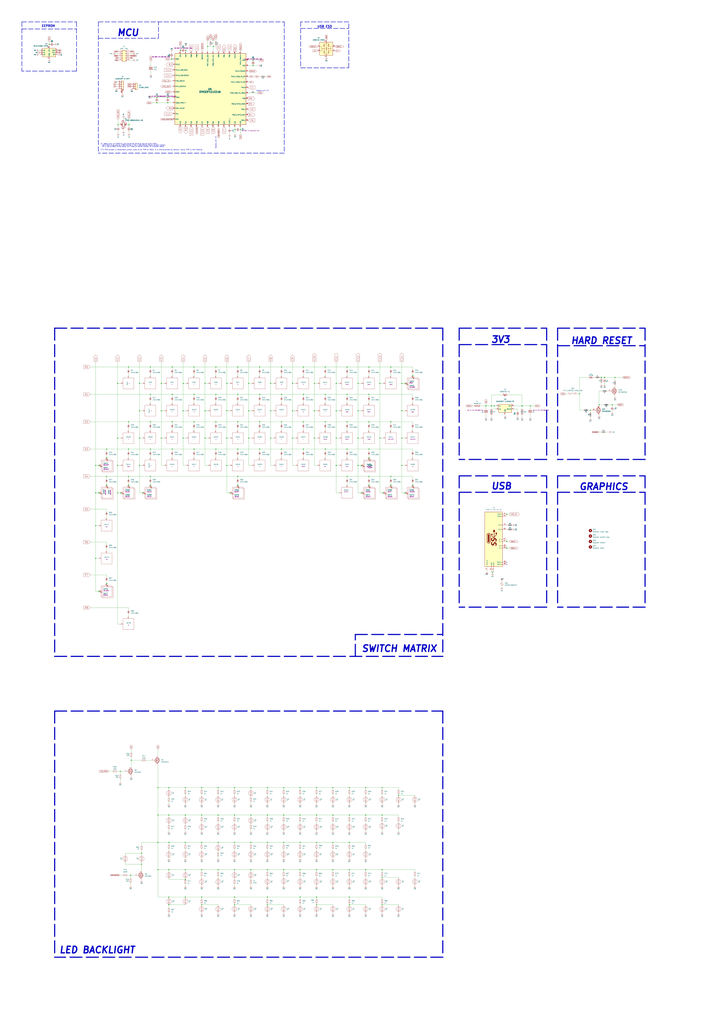
<source format=kicad_sch>
(kicad_sch (version 20230121) (generator eeschema)
  (paper "A0" portrait)
  (title_block (title "Raphael PCB schematic") (date "2022-04-10") (rev "v1.0.2") (company "AcheronProject") (comment 1 "Designed by Gondolindrim"))
  (junction (at 390.525 508.635))
  (junction (at 405.765 914.4) (diameter 0.9144))
  (junction (at 454.025 489.585))
  (junction (at 294.005 69.85) (diameter 1.016))
  (junction (at 329.565 914.4) (diameter 0.9144))
  (junction (at 454.025 563.245))
  (junction (at 310.515 946.15) (diameter 0.9144))
  (junction (at 291.465 914.4) (diameter 0.9144))
  (junction (at 123.825 531.495))
  (junction (at 247.65 53.975) (diameter 0.9144))
  (junction (at 139.7 895.35))
  (junction (at 234.315 946.15) (diameter 0.9144))
  (junction (at 215.265 1009.65) (diameter 0.9144))
  (junction (at 182.245 113.03))
  (junction (at 215.9 58.42) (diameter 1.016))
  (junction (at 405.765 946.15) (diameter 0.9144))
  (junction (at 234.315 1041.4))
  (junction (at 574.04 471.17))
  (junction (at 161.925 476.885))
  (junction (at 615.95 471.17))
  (junction (at 386.715 977.9) (diameter 0.9144))
  (junction (at 419.735 572.135))
  (junction (at 263.525 476.885))
  (junction (at 182.245 119.38))
  (junction (at 209.55 58.42) (diameter 1.016))
  (junction (at 367.665 1050.29))
  (junction (at 405.765 1050.29))
  (junction (at 174.625 553.085))
  (junction (at 377.825 489.585))
  (junction (at 428.625 457.835))
  (junction (at 403.225 489.585))
  (junction (at 267.335 572.135))
  (junction (at 272.415 1050.29))
  (junction (at 183.515 914.4))
  (junction (at 419.735 540.385))
  (junction (at 327.025 426.085))
  (junction (at 111.125 540.385))
  (junction (at 253.365 977.9) (diameter 0.9144))
  (junction (at 272.415 914.4) (diameter 0.9144))
  (junction (at 377.825 521.335))
  (junction (at 424.815 914.4) (diameter 0.9144))
  (junction (at 212.725 476.885))
  (junction (at 253.365 914.4) (diameter 0.9144))
  (junction (at 377.825 457.835))
  (junction (at 183.515 946.15))
  (junction (at 174.625 426.085))
  (junction (at 415.925 445.135))
  (junction (at 588.645 636.27) (diameter 1.016))
  (junction (at 329.565 977.9) (diameter 0.9144))
  (junction (at 225.425 489.585))
  (junction (at 238.125 508.635))
  (junction (at 200.025 489.585))
  (junction (at 272.415 1009.65) (diameter 0.9144))
  (junction (at 466.725 508.635))
  (junction (at 196.215 1041.4))
  (junction (at 443.865 946.15) (diameter 0.9144))
  (junction (at 111.125 572.135))
  (junction (at 327.025 521.335))
  (junction (at 111.125 610.235))
  (junction (at 272.415 977.9) (diameter 0.9144))
  (junction (at 466.725 445.135))
  (junction (at 698.5 438.15) (diameter 1.016))
  (junction (at 479.425 563.245))
  (junction (at 390.525 445.135))
  (junction (at 276.225 553.085))
  (junction (at 273.05 150.495) (diameter 1.016))
  (junction (at 250.825 521.335))
  (junction (at 470.535 572.135))
  (junction (at 314.325 476.885))
  (junction (at 606.425 471.17) (diameter 1.016))
  (junction (at 288.925 476.885))
  (junction (at 291.465 977.9) (diameter 0.9144))
  (junction (at 196.215 977.9) (diameter 0.9144))
  (junction (at 443.865 1050.29))
  (junction (at 441.325 445.135))
  (junction (at 183.515 977.9))
  (junction (at 215.265 1041.4))
  (junction (at 149.225 426.085))
  (junction (at 238.125 476.885))
  (junction (at 196.215 946.15) (diameter 0.9144))
  (junction (at 200.025 521.335))
  (junction (at 403.225 457.835))
  (junction (at 685.8 476.25))
  (junction (at 276.225 426.085))
  (junction (at 310.515 1050.29))
  (junction (at 415.925 508.635))
  (junction (at 428.625 489.585))
  (junction (at 123.825 521.335))
  (junction (at 149.225 563.245))
  (junction (at 428.625 521.335))
  (junction (at 695.96 469.9))
  (junction (at 225.425 457.835))
  (junction (at 123.825 677.545))
  (junction (at 253.365 1009.65) (diameter 0.9144))
  (junction (at 365.125 508.635))
  (junction (at 187.325 476.885))
  (junction (at 215.265 1021.08))
  (junction (at 276.225 489.585))
  (junction (at 714.375 438.15))
  (junction (at 215.265 914.4) (diameter 0.9144))
  (junction (at 200.025 426.085))
  (junction (at 234.315 977.9) (diameter 0.9144))
  (junction (at 136.525 508.635))
  (junction (at 149.86 144.78) (diameter 0.9144))
  (junction (at 301.625 521.335))
  (junction (at 164.465 990.6))
  (junction (at 225.425 426.085))
  (junction (at 339.725 476.885))
  (junction (at 276.225 521.335))
  (junction (at 386.715 946.15) (diameter 0.9144))
  (junction (at 352.425 489.585))
  (junction (at 187.325 508.635))
  (junction (at 291.465 946.15) (diameter 0.9144))
  (junction (at 365.125 445.135))
  (junction (at 570.865 471.17) (diameter 1.016))
  (junction (at 454.025 426.085))
  (junction (at 310.515 1041.4))
  (junction (at 588.645 628.65) (diameter 1.016))
  (junction (at 137.16 144.78) (diameter 0.9144))
  (junction (at 225.425 521.335))
  (junction (at 183.515 1009.65))
  (junction (at 348.615 914.4) (diameter 0.9144))
  (junction (at 161.925 540.385))
  (junction (at 367.665 1009.65) (diameter 0.9144))
  (junction (at 339.725 508.635))
  (junction (at 250.825 457.835))
  (junction (at 428.625 553.085))
  (junction (at 377.825 426.085))
  (junction (at 348.615 946.15) (diameter 0.9144))
  (junction (at 424.815 946.15) (diameter 0.9144))
  (junction (at 164.465 1003.3))
  (junction (at 403.225 521.335))
  (junction (at 174.625 521.335))
  (junction (at 329.565 946.15) (diameter 0.9144))
  (junction (at 149.225 553.085))
  (junction (at 174.625 457.835))
  (junction (at 151.765 1016))
  (junction (at 272.415 1041.4))
  (junction (at 564.515 471.17) (diameter 1.016))
  (junction (at 114.935 540.385))
  (junction (at 199.39 68.58) (diameter 1.016))
  (junction (at 114.935 686.435))
  (junction (at 276.225 563.245))
  (junction (at 443.865 1009.65) (diameter 0.9144))
  (junction (at 327.025 457.835))
  (junction (at 352.425 521.335))
  (junction (at 428.625 531.495))
  (junction (at 386.715 1009.65) (diameter 0.9144))
  (junction (at 123.825 563.245))
  (junction (at 572.135 664.21) (diameter 1.016))
  (junction (at 348.615 977.9) (diameter 0.9144))
  (junction (at 276.225 457.835))
  (junction (at 136.525 445.135))
  (junction (at 149.225 489.585))
  (junction (at 234.315 914.4) (diameter 0.9144))
  (junction (at 291.465 1009.65) (diameter 0.9144))
  (junction (at 253.365 946.15) (diameter 0.9144))
  (junction (at 405.765 977.9) (diameter 0.9144))
  (junction (at 466.725 540.385))
  (junction (at 165.735 572.135))
  (junction (at 294.005 76.2) (diameter 1.016))
  (junction (at 288.925 445.135))
  (junction (at 301.625 489.585))
  (junction (at 310.515 914.4) (diameter 0.9144))
  (junction (at 301.625 426.085))
  (junction (at 390.525 476.885))
  (junction (at 234.315 1009.65) (diameter 0.9144))
  (junction (at 479.425 436.245))
  (junction (at 234.315 1050.29))
  (junction (at 470.535 445.135))
  (junction (at 466.725 476.885))
  (junction (at 263.525 540.385))
  (junction (at 212.725 508.635))
  (junction (at 339.725 445.135))
  (junction (at 310.515 977.9) (diameter 0.9144))
  (junction (at 348.615 1041.4))
  (junction (at 314.325 445.135))
  (junction (at 196.215 914.4) (diameter 0.9144))
  (junction (at 187.325 445.135))
  (junction (at 149.225 521.335))
  (junction (at 200.025 457.835))
  (junction (at 588.645 596.9))
  (junction (at 386.715 914.4) (diameter 0.9144))
  (junction (at 327.025 489.585))
  (junction (at 196.215 1050.29))
  (junction (at 123.825 553.085))
  (junction (at 428.625 563.245))
  (junction (at 403.225 553.085))
  (junction (at 454.025 553.085))
  (junction (at 443.865 1018.54))
  (junction (at 215.265 977.9) (diameter 0.9144))
  (junction (at 238.125 445.135))
  (junction (at 390.525 540.385))
  (junction (at 314.325 508.635))
  (junction (at 263.525 508.635))
  (junction (at 194.945 119.38))
  (junction (at 263.525 445.135))
  (junction (at 161.925 445.135))
  (junction (at 348.615 1009.65) (diameter 0.9144))
  (junction (at 301.625 457.835))
  (junction (at 174.625 563.245))
  (junction (at 673.1 457.2))
  (junction (at 114.935 572.135))
  (junction (at 194.945 113.03))
  (junction (at 405.765 1009.65) (diameter 0.9144))
  (junction (at 140.335 572.135))
  (junction (at 161.925 508.635))
  (junction (at 174.625 489.585))
  (junction (at 405.765 1041.4))
  (junction (at 279.4 150.495))
  (junction (at 415.925 540.385))
  (junction (at 367.665 977.9) (diameter 0.9144))
  (junction (at 445.135 572.135))
  (junction (at 136.525 540.385))
  (junction (at 702.31 438.15) (diameter 1.016))
  (junction (at 111.125 648.335))
  (junction (at 443.865 914.4) (diameter 0.9144))
  (junction (at 272.415 946.15) (diameter 0.9144))
  (junction (at 367.665 1041.4))
  (junction (at 415.925 476.885))
  (junction (at 136.525 572.135))
  (junction (at 462.915 923.29) (diameter 0.9144))
  (junction (at 711.2 469.9))
  (junction (at 310.515 1009.65) (diameter 0.9144))
  (junction (at 403.225 426.085))
  (junction (at 365.125 476.885))
  (junction (at 152.4 882.65))
  (junction (at 352.425 457.835))
  (junction (at 424.815 1009.65) (diameter 0.9144))
  (junction (at 329.565 1009.65))
  (junction (at 367.665 946.15) (diameter 0.9144))
  (junction (at 196.215 1009.65) (diameter 0.9144))
  (junction (at 250.825 489.585))
  (junction (at 428.625 426.085))
  (junction (at 215.265 946.15) (diameter 0.9144))
  (junction (at 367.665 914.4) (diameter 0.9144))
  (junction (at 250.825 426.085))
  (junction (at 212.725 445.135))
  (junction (at 441.325 508.635))
  (junction (at 288.925 508.635))
  (junction (at 352.425 426.085))
  (junction (at 57.15 51.435) (diameter 0.9144))
  (junction (at 241.3 53.975) (diameter 0.9144))
  (no_connect (at 588.645 655.32))
  (no_connect (at 588.645 652.78))
  (wire (pts (xy 164.465 1003.3) (xy 164.465 1010.92)))
  (wire (pts (xy 424.815 922.02) (xy 424.815 924.56)))
  (wire (pts (xy 454.025 560.705) (xy 454.025 563.245)))
  (wire (pts (xy 149.225 553.085) (xy 174.625 553.085)))
  (wire (pts (xy 348.615 922.02) (xy 348.615 924.56)))
  (wire (pts (xy 216.535 508.635) (xy 212.725 508.635)))
  (wire (pts (xy 234.315 1041.4) (xy 234.315 1043.94)))
  (wire (pts (xy 254 147.32) (xy 254 148.59)))
  (wire (pts (xy 424.815 1027.43) (xy 424.815 1028.7)))
  (wire (pts (xy 558.165 471.17) (xy 564.515 471.17)))
  (wire (pts (xy 329.565 1017.27) (xy 329.565 1019.175)))
  (wire (pts (xy 149.225 553.085) (xy 149.225 555.625)))
  (wire (pts (xy 234.315 963.93) (xy 234.315 965.2)))
  (wire (pts (xy 272.415 946.15) (xy 272.415 948.69)))
  (wire (pts (xy 151.765 1016) (xy 156.845 1016)))
  (wire (pts (xy 419.735 508.635) (xy 415.925 508.635)))
  (wire (pts (xy 348.615 953.77) (xy 348.615 956.31)))
  (wire (pts (xy 272.415 985.52) (xy 272.415 988.06)))
  (wire (pts (xy 443.865 1009.65) (xy 481.965 1009.65)))
  (wire (pts (xy 685.8 476.25) (xy 683.26 476.25)))
  (wire (pts (xy 606.425 458.47) (xy 606.425 471.17)))
  (polyline (pts (xy 412.75 762) (xy 412.75 736.6)) (stroke (width 1.27) (type dash)))
  (polyline (pts (xy 533.4 552.45) (xy 635 552.45)) (stroke (width 1.27) (type dash)))
  (wire (pts (xy 327.025 521.335) (xy 352.425 521.335)))
  (wire (pts (xy 386.715 1059.18) (xy 386.715 1060.45)))
  (wire (pts (xy 164.465 993.14) (xy 164.465 990.6)))
  (wire (pts (xy 196.215 946.15) (xy 215.265 946.15)))
  (wire (pts (xy 403.225 426.085) (xy 403.225 428.625)))
  (polyline (pts (xy 114.3 44.45) (xy 184.15 44.45)) (stroke (width 0.508) (type dash)))
  (wire (pts (xy 574.04 474.98) (xy 574.04 471.17)))
  (wire (pts (xy 267.335 508.635) (xy 263.525 508.635)))
  (wire (pts (xy 481.965 932.18) (xy 481.965 933.45)))
  (wire (pts (xy 149.225 426.085) (xy 174.625 426.085)))
  (wire (pts (xy 329.565 963.93) (xy 329.565 965.2)))
  (wire (pts (xy 348.615 1041.4) (xy 367.665 1041.4)))
  (wire (pts (xy 352.425 465.455) (xy 352.425 467.995)))
  (wire (pts (xy 565.785 662.94) (xy 565.785 664.21)))
  (wire (pts (xy 698.5 438.15) (xy 698.5 439.42)))
  (wire (pts (xy 443.865 914.4) (xy 462.915 914.4)))
  (wire (pts (xy 339.725 508.635) (xy 339.725 540.385)))
  (wire (pts (xy 291.465 946.15) (xy 291.465 948.69)))
  (wire (pts (xy 200.025 457.835) (xy 225.425 457.835)))
  (wire (pts (xy 441.325 419.735) (xy 441.325 445.135)))
  (wire (pts (xy 136.525 419.735) (xy 136.525 445.135)))
  (wire (pts (xy 194.945 113.03) (xy 194.945 113.665)))
  (wire (pts (xy 443.865 953.77) (xy 443.865 955.04)))
  (polyline (pts (xy 330.2 25.4) (xy 330.2 177.8)) (stroke (width 0.508) (type dash)))
  (wire (pts (xy 114.935 686.435) (xy 111.125 686.435)))
  (wire (pts (xy 419.735 573.405) (xy 421.005 573.405)))
  (wire (pts (xy 288.925 508.635) (xy 288.925 540.385)))
  (wire (pts (xy 161.925 419.735) (xy 161.925 445.135)))
  (wire (pts (xy 225.425 433.705) (xy 225.425 436.245)))
  (wire (pts (xy 405.765 914.4) (xy 424.815 914.4)))
  (wire (pts (xy 367.665 932.18) (xy 367.665 933.45)))
  (wire (pts (xy 403.225 457.835) (xy 428.625 457.835)))
  (wire (pts (xy 215.265 977.9) (xy 215.265 980.44)))
  (wire (pts (xy 405.765 914.4) (xy 405.765 916.94)))
  (wire (pts (xy 215.265 932.18) (xy 215.265 933.45)))
  (wire (pts (xy 314.325 419.735) (xy 314.325 445.135)))
  (wire (pts (xy 152.4 882.65) (xy 152.4 890.27)))
  (wire (pts (xy 165.735 572.135) (xy 161.925 572.135)))
  (polyline (pts (xy 533.4 400.05) (xy 635 400.05)) (stroke (width 1.27) (type dash)))
  (wire (pts (xy 183.515 1041.4) (xy 183.515 1009.65)))
  (wire (pts (xy 428.625 426.085) (xy 428.625 428.625)))
  (wire (pts (xy 234.315 953.77) (xy 234.315 956.31)))
  (wire (pts (xy 174.625 433.705) (xy 174.625 436.245)))
  (wire (pts (xy 327.025 426.085) (xy 352.425 426.085)))
  (wire (pts (xy 196.215 914.4) (xy 183.515 914.4)))
  (wire (pts (xy 405.765 1049.02) (xy 405.765 1050.29)))
  (wire (pts (xy 367.665 914.4) (xy 367.665 916.94)))
  (wire (pts (xy 479.425 553.085) (xy 479.425 555.625)))
  (wire (pts (xy 386.715 914.4) (xy 405.765 914.4)))
  (wire (pts (xy 175.895 563.245) (xy 175.895 564.515)))
  (wire (pts (xy 149.225 489.585) (xy 174.625 489.585)))
  (wire (pts (xy 386.715 922.02) (xy 386.715 924.56)))
  (wire (pts (xy 348.615 1027.43) (xy 348.615 1028.7)))
  (wire (pts (xy 462.915 1027.43) (xy 462.915 1028.7)))
  (wire (pts (xy 574.04 471.17) (xy 576.58 471.17)))
  (wire (pts (xy 114.935 540.385) (xy 111.125 540.385)))
  (wire (pts (xy 462.915 932.18) (xy 462.915 933.45)))
  (polyline (pts (xy 647.7 381) (xy 749.3 381)) (stroke (width 1.27) (type dash)))
  (wire (pts (xy 377.825 489.585) (xy 377.825 492.125)))
  (wire (pts (xy 367.665 1027.43) (xy 367.665 1028.7)))
  (wire (pts (xy 174.625 553.085) (xy 174.625 555.625)))
  (wire (pts (xy 276.225 553.085) (xy 276.225 555.625)))
  (wire (pts (xy 696.595 438.15) (xy 698.5 438.15)))
  (wire (pts (xy 403.225 521.335) (xy 403.225 523.875)))
  (wire (pts (xy 424.815 1059.18) (xy 424.815 1060.45)))
  (wire (pts (xy 45.085 63.5) (xy 46.99 63.5)))
  (wire (pts (xy 462.915 953.77) (xy 462.915 955.04)))
  (wire (pts (xy 114.935 540.385) (xy 114.935 541.655)))
  (wire (pts (xy 405.765 995.68) (xy 405.765 996.95)))
  (wire (pts (xy 273.05 147.32) (xy 273.05 150.495)))
  (wire (pts (xy 253.365 914.4) (xy 272.415 914.4)))
  (wire (pts (xy 272.415 946.15) (xy 291.465 946.15)))
  (wire (pts (xy 272.415 932.18) (xy 272.415 933.45)))
  (wire (pts (xy 244.475 45.72) (xy 244.475 47.625)))
  (wire (pts (xy 200.025 457.835) (xy 200.025 460.375)))
  (wire (pts (xy 238.125 508.635) (xy 238.125 540.385)))
  (wire (pts (xy 250.825 426.085) (xy 276.225 426.085)))
  (wire (pts (xy 244.475 53.975) (xy 241.3 53.975)))
  (wire (pts (xy 365.125 445.135) (xy 365.125 476.885)))
  (wire (pts (xy 174.625 528.955) (xy 174.625 531.495)))
  (wire (pts (xy 216.535 476.885) (xy 212.725 476.885)))
  (wire (pts (xy 348.615 963.93) (xy 348.615 965.2)))
  (wire (pts (xy 276.225 433.705) (xy 276.225 436.245)))
  (wire (pts (xy 250.825 497.205) (xy 250.825 499.745)))
  (wire (pts (xy 669.925 457.2) (xy 673.1 457.2)))
  (wire (pts (xy 263.525 445.135) (xy 263.525 476.885)))
  (wire (pts (xy 136.525 572.135) (xy 136.525 724.535)))
  (wire (pts (xy 301.625 489.585) (xy 301.625 492.125)))
  (polyline (pts (xy 63.5 825.5) (xy 514.35 825.5)) (stroke (width 1.27) (type dash)))
  (wire (pts (xy 352.425 497.205) (xy 352.425 499.745)))
  (wire (pts (xy 403.225 497.205) (xy 403.225 499.745)))
  (wire (pts (xy 196.215 1041.4) (xy 215.265 1041.4)))
  (wire (pts (xy 104.775 705.485) (xy 149.225 705.485)))
  (wire (pts (xy 352.425 521.335) (xy 352.425 523.875)))
  (wire (pts (xy 123.825 553.085) (xy 149.225 553.085)))
  (wire (pts (xy 253.365 922.02) (xy 253.365 924.56)))
  (wire (pts (xy 174.625 457.835) (xy 200.025 457.835)))
  (wire (pts (xy 174.625 521.335) (xy 174.625 523.875)))
  (wire (pts (xy 419.735 476.885) (xy 415.925 476.885)))
  (wire (pts (xy 352.425 489.585) (xy 352.425 492.125)))
  (wire (pts (xy 390.525 445.135) (xy 390.525 476.885)))
  (wire (pts (xy 405.765 1027.43) (xy 405.765 1028.7)))
  (wire (pts (xy 234.315 932.18) (xy 234.315 933.45)))
  (wire (pts (xy 405.765 977.9) (xy 424.815 977.9)))
  (wire (pts (xy 714.375 438.15) (xy 714.375 441.96)))
  (wire (pts (xy 403.225 528.955) (xy 403.225 531.495)))
  (wire (pts (xy 343.535 445.135) (xy 339.725 445.135)))
  (wire (pts (xy 174.625 497.205) (xy 174.625 499.745)))
  (wire (pts (xy 234.315 985.52) (xy 234.315 988.06)))
  (wire (pts (xy 104.775 553.085) (xy 123.825 553.085)))
  (wire (pts (xy 125.095 677.545) (xy 125.095 678.815)))
  (wire (pts (xy 196.215 962.66) (xy 196.215 965.2)))
  (wire (pts (xy 114.935 573.405) (xy 116.205 573.405)))
  (wire (pts (xy 174.625 521.335) (xy 200.025 521.335)))
  (polyline (pts (xy 647.7 381) (xy 647.7 533.4)) (stroke (width 1.27) (type dash)))
  (wire (pts (xy 140.335 572.135) (xy 136.525 572.135)))
  (wire (pts (xy 191.135 508.635) (xy 187.325 508.635)))
  (wire (pts (xy 405.765 1041.4) (xy 405.765 1043.94)))
  (wire (pts (xy 415.925 445.135) (xy 415.925 476.885)))
  (wire (pts (xy 267.335 572.135) (xy 263.525 572.135)))
  (wire (pts (xy 149.225 521.335) (xy 149.225 523.875)))
  (wire (pts (xy 424.815 1009.65) (xy 443.865 1009.65)))
  (wire (pts (xy 428.625 521.335) (xy 479.425 521.335)))
  (wire (pts (xy 405.765 932.18) (xy 405.765 933.45)))
  (wire (pts (xy 377.825 426.085) (xy 403.225 426.085)))
  (wire (pts (xy 250.825 433.705) (xy 250.825 436.245)))
  (wire (pts (xy 176.53 113.03) (xy 182.245 113.03)))
  (wire (pts (xy 462.915 922.02) (xy 462.915 923.29)))
  (wire (pts (xy 386.715 1027.43) (xy 386.715 1028.7)))
  (wire (pts (xy 367.665 1050.29) (xy 386.715 1050.29)))
  (wire (pts (xy 310.515 953.77) (xy 310.515 956.31)))
  (wire (pts (xy 443.865 1009.65) (xy 443.865 1012.19)))
  (wire (pts (xy 428.625 489.585) (xy 454.025 489.585)))
  (wire (pts (xy 403.225 465.455) (xy 403.225 467.995)))
  (wire (pts (xy 318.135 445.135) (xy 314.325 445.135)))
  (wire (pts (xy 548.64 471.17) (xy 550.545 471.17)))
  (wire (pts (xy 272.415 1041.4) (xy 310.515 1041.4)))
  (wire (pts (xy 588.645 596.9) (xy 588.645 599.44)))
  (wire (pts (xy 198.12 68.58) (xy 199.39 68.58)))
  (wire (pts (xy 234.315 995.68) (xy 234.315 996.95)))
  (polyline (pts (xy 25.4 25.4) (xy 88.9 25.4)) (stroke (width 0.508) (type dash)))
  (wire (pts (xy 140.335 445.135) (xy 136.525 445.135)))
  (wire (pts (xy 310.515 995.68) (xy 310.515 996.95)))
  (wire (pts (xy 200.025 489.585) (xy 200.025 492.125)))
  (wire (pts (xy 215.265 914.4) (xy 215.265 916.94)))
  (wire (pts (xy 424.815 1017.27) (xy 424.815 1019.81)))
  (wire (pts (xy 428.625 433.705) (xy 428.625 436.245)))
  (wire (pts (xy 310.515 946.15) (xy 329.565 946.15)))
  (wire (pts (xy 394.335 572.135) (xy 390.525 572.135)))
  (wire (pts (xy 480.695 436.245) (xy 480.695 437.515)))
  (wire (pts (xy 149.225 426.085) (xy 149.225 428.625)))
  (wire (pts (xy 301.625 457.835) (xy 301.625 460.375)))
  (wire (pts (xy 714.375 461.01) (xy 714.375 459.105)))
  (wire (pts (xy 454.025 426.085) (xy 479.425 426.085)))
  (wire (pts (xy 225.425 426.085) (xy 250.825 426.085)))
  (wire (pts (xy 253.365 988.06) (xy 253.365 989.33)))
  (wire (pts (xy 377.825 521.335) (xy 377.825 523.875)))
  (wire (pts (xy 711.2 471.805) (xy 711.2 469.9)))
  (wire (pts (xy 152.4 882.65) (xy 164.465 882.65)))
  (wire (pts (xy 279.4 58.42) (xy 279.4 59.69)))
  (wire (pts (xy 570.865 664.21) (xy 572.135 664.21)))
  (wire (pts (xy 367.665 1059.18) (xy 367.665 1060.45)))
  (wire (pts (xy 405.765 922.02) (xy 405.765 924.56)))
  (wire (pts (xy 291.465 914.4) (xy 310.515 914.4)))
  (wire (pts (xy 174.625 426.085) (xy 174.625 428.625)))
  (wire (pts (xy 695.96 501.65) (xy 698.5 501.65)))
  (wire (pts (xy 111.125 572.135) (xy 111.125 610.235)))
  (wire (pts (xy 348.615 1009.65) (xy 367.665 1009.65)))
  (wire (pts (xy 386.715 977.9) (xy 405.765 977.9)))
  (wire (pts (xy 272.415 953.77) (xy 272.415 956.31)))
  (wire (pts (xy 310.515 914.4) (xy 310.515 916.94)))
  (wire (pts (xy 424.815 985.52) (xy 424.815 988.06)))
  (wire (pts (xy 310.515 977.9) (xy 310.515 980.44)))
  (wire (pts (xy 123.825 521.335) (xy 123.825 523.875)))
  (wire (pts (xy 390.525 540.385) (xy 390.525 572.135)))
  (wire (pts (xy 685.8 478.79) (xy 685.8 476.25)))
  (wire (pts (xy 690.245 438.15) (xy 691.515 438.15)))
  (wire (pts (xy 367.665 1041.4) (xy 405.765 1041.4)))
  (polyline (pts (xy 63.5 381) (xy 63.5 762)) (stroke (width 1.27) (type dash)))
  (wire (pts (xy 310.515 1049.02) (xy 310.515 1050.29)))
  (wire (pts (xy 183.515 977.9) (xy 196.215 977.9)))
  (wire (pts (xy 111.125 540.385) (xy 111.125 572.135)))
  (wire (pts (xy 327.025 457.835) (xy 352.425 457.835)))
  (wire (pts (xy 234.95 58.42) (xy 234.95 59.69)))
  (wire (pts (xy 123.825 521.335) (xy 149.225 521.335)))
  (wire (pts (xy 291.465 1050.29) (xy 291.465 1051.56)))
  (wire (pts (xy 348.615 1049.02) (xy 348.615 1051.56)))
  (wire (pts (xy 352.425 489.585) (xy 377.825 489.585)))
  (wire (pts (xy 441.325 445.135) (xy 441.325 508.635)))
  (wire (pts (xy 454.025 563.245) (xy 455.295 563.245)))
  (wire (pts (xy 339.725 445.135) (xy 339.725 476.885)))
  (wire (pts (xy 302.895 88.9) (xy 300.99 88.9)))
  (wire (pts (xy 154.305 69.85) (xy 150.495 69.85)))
  (wire (pts (xy 327.025 489.585) (xy 352.425 489.585)))
  (wire (pts (xy 367.665 985.52) (xy 367.665 988.06)))
  (polyline (pts (xy 114.3 25.4) (xy 114.3 177.8)) (stroke (width 0.508) (type dash)))
  (wire (pts (xy 424.815 946.15) (xy 424.815 948.69)))
  (wire (pts (xy 212.725 419.735) (xy 212.725 445.135)))
  (polyline (pts (xy 635 381) (xy 635 533.4)) (stroke (width 1.27) (type dash)))
  (wire (pts (xy 126.365 895.35) (xy 130.81 895.35)))
  (wire (pts (xy 685.8 485.775) (xy 685.8 483.87)))
  (wire (pts (xy 199.39 68.58) (xy 200.66 68.58)))
  (wire (pts (xy 329.565 1009.65) (xy 329.565 1012.19)))
  (wire (pts (xy 273.05 150.495) (xy 273.685 150.495)))
  (wire (pts (xy 194.945 119.38) (xy 200.66 119.38)))
  (polyline (pts (xy 349.25 33.02) (xy 405.13 33.02)) (stroke (width 0.508) (type dash)))
  (polyline (pts (xy 184.15 44.45) (xy 184.15 25.4)) (stroke (width 0.508) (type dash)))
  (wire (pts (xy 253.365 1050.29) (xy 253.365 1051.56)))
  (wire (pts (xy 564.515 467.995) (xy 564.515 471.17)))
  (wire (pts (xy 200.025 426.085) (xy 200.025 428.625)))
  (wire (pts (xy 215.265 962.66) (xy 215.265 965.2)))
  (wire (pts (xy 200.025 521.335) (xy 200.025 523.875)))
  (wire (pts (xy 165.735 573.405) (xy 167.005 573.405)))
  (polyline (pts (xy 412.75 736.6) (xy 514.35 736.6)) (stroke (width 1.27) (type dash)))
  (wire (pts (xy 142.24 107.95) (xy 142.24 109.22)))
  (wire (pts (xy 272.415 963.93) (xy 272.415 965.2)))
  (wire (pts (xy 685.8 476.25) (xy 688.34 476.25)))
  (wire (pts (xy 45.085 58.42) (xy 46.99 58.42)))
  (wire (pts (xy 348.615 914.4) (xy 367.665 914.4)))
  (wire (pts (xy 377.825 489.585) (xy 403.225 489.585)))
  (wire (pts (xy 291.465 924.56) (xy 291.465 925.83)))
  (wire (pts (xy 301.625 426.085) (xy 327.025 426.085)))
  (wire (pts (xy 377.825 433.705) (xy 377.825 436.245)))
  (wire (pts (xy 673.1 438.15) (xy 673.1 457.2)))
  (wire (pts (xy 288.29 107.95) (xy 299.72 107.95)))
  (wire (pts (xy 714.375 438.15) (xy 723.9 438.15)))
  (wire (pts (xy 588.645 596.9) (xy 592.455 596.9)))
  (wire (pts (xy 215.265 1041.4) (xy 234.315 1041.4)))
  (wire (pts (xy 590.55 458.47) (xy 606.425 458.47)))
  (wire (pts (xy 187.325 508.635) (xy 187.325 540.385)))
  (wire (pts (xy 365.125 508.635) (xy 365.125 540.385)))
  (wire (pts (xy 161.925 445.135) (xy 161.925 476.885)))
  (wire (pts (xy 165.735 508.635) (xy 161.925 508.635)))
  (wire (pts (xy 139.065 1016) (xy 142.875 1016)))
  (wire (pts (xy 405.765 963.93) (xy 405.765 965.2)))
  (wire (pts (xy 443.865 1049.02) (xy 443.865 1050.29)))
  (wire (pts (xy 367.665 922.02) (xy 367.665 924.56)))
  (wire (pts (xy 263.525 540.385) (xy 263.525 572.135)))
  (polyline (pts (xy 405.13 25.4) (xy 349.25 25.4)) (stroke (width 0.508) (type dash)))
  (wire (pts (xy 479.425 457.835) (xy 479.425 460.375)))
  (wire (pts (xy 174.625 426.085) (xy 200.025 426.085)))
  (wire (pts (xy 234.315 1050.29) (xy 253.365 1050.29)))
  (wire (pts (xy 114.935 687.705) (xy 116.205 687.705)))
  (wire (pts (xy 466.725 476.885) (xy 466.725 508.635)))
  (wire (pts (xy 386.715 953.77) (xy 386.715 956.31)))
  (wire (pts (xy 291.465 977.9) (xy 310.515 977.9)))
  (wire (pts (xy 352.425 528.955) (xy 352.425 531.495)))
  (wire (pts (xy 250.825 521.335) (xy 276.225 521.335)))
  (wire (pts (xy 471.805 446.405) (xy 470.535 446.405)))
  (wire (pts (xy 428.625 531.495) (xy 429.895 531.495)))
  (wire (pts (xy 386.715 1009.65) (xy 386.715 1012.19)))
  (wire (pts (xy 225.425 528.955) (xy 225.425 531.495)))
  (wire (pts (xy 114.935 610.235) (xy 111.125 610.235)))
  (wire (pts (xy 310.515 1027.43) (xy 310.515 1028.7)))
  (wire (pts (xy 123.825 563.245) (xy 125.095 563.245)))
  (wire (pts (xy 348.615 932.18) (xy 348.615 933.45)))
  (wire (pts (xy 386.715 977.9) (xy 386.715 980.44)))
  (wire (pts (xy 135.89 895.35) (xy 139.7 895.35)))
  (wire (pts (xy 183.515 914.4) (xy 183.515 946.15)))
  (wire (pts (xy 123.825 598.805) (xy 123.825 601.345)))
  (polyline (pts (xy 349.25 25.4) (xy 349.25 78.74)) (stroke (width 0.508) (type dash)))
  (wire (pts (xy 215.265 995.68) (xy 215.265 996.95)))
  (wire (pts (xy 424.815 946.15) (xy 443.865 946.15)))
  (wire (pts (xy 348.615 985.52) (xy 348.615 988.06)))
  (wire (pts (xy 377.825 497.205) (xy 377.825 499.745)))
  (wire (pts (xy 329.565 977.9) (xy 348.615 977.9)))
  (wire (pts (xy 314.325 476.885) (xy 314.325 508.635)))
  (wire (pts (xy 367.665 1017.27) (xy 367.665 1019.81)))
  (wire (pts (xy 386.715 1009.65) (xy 405.765 1009.65)))
  (wire (pts (xy 62.865 51.435) (xy 63.5 51.435)))
  (polyline (pts (xy 63.5 825.5) (xy 63.5 1111.25)) (stroke (width 1.27) (type dash)))
  (wire (pts (xy 443.865 1050.29) (xy 462.915 1050.29)))
  (wire (pts (xy 253.365 963.93) (xy 253.365 965.2)))
  (wire (pts (xy 267.335 476.885) (xy 263.525 476.885)))
  (wire (pts (xy 386.715 1050.29) (xy 386.715 1051.56)))
  (wire (pts (xy 310.515 985.52) (xy 310.515 988.06)))
  (wire (pts (xy 390.525 476.885) (xy 390.525 508.635)))
  (wire (pts (xy 215.265 1041.4) (xy 215.265 1042.67)))
  (wire (pts (xy 352.425 433.705) (xy 352.425 436.245)))
  (wire (pts (xy 174.625 465.455) (xy 174.625 467.995)))
  (wire (pts (xy 403.225 553.085) (xy 403.225 555.625)))
  (wire (pts (xy 445.135 572.135) (xy 441.325 572.135)))
  (wire (pts (xy 151.765 1024.89) (xy 151.765 1028.7)))
  (wire (pts (xy 570.865 662.94) (xy 570.865 664.21)))
  (wire (pts (xy 310.515 1041.4) (xy 310.515 1043.94)))
  (wire (pts (xy 424.815 995.68) (xy 424.815 996.95)))
  (wire (pts (xy 291.465 956.31) (xy 291.465 957.58)))
  (wire (pts (xy 673.1 457.2) (xy 673.1 476.25)))
  (wire (pts (xy 429.895 531.495) (xy 429.895 532.765)))
  (wire (pts (xy 183.515 887.73) (xy 183.515 914.4)))
  (wire (pts (xy 263.525 476.885) (xy 263.525 508.635)))
  (wire (pts (xy 377.825 521.335) (xy 403.225 521.335)))
  (wire (pts (xy 310.515 1009.65) (xy 310.515 1012.19)))
  (wire (pts (xy 582.93 681.99) (xy 582.93 680.72)))
  (wire (pts (xy 234.315 1050.29) (xy 234.315 1051.56)))
  (wire (pts (xy 470.535 446.405) (xy 470.535 445.135)))
  (wire (pts (xy 470.535 476.885) (xy 466.725 476.885)))
  (wire (pts (xy 196.215 1019.81) (xy 196.215 1021.08)))
  (wire (pts (xy 365.125 476.885) (xy 365.125 508.635)))
  (wire (pts (xy 405.765 1050.29) (xy 405.765 1051.56)))
  (wire (pts (xy 348.615 1041.4) (xy 348.615 1043.94)))
  (wire (pts (xy 234.315 914.4) (xy 253.365 914.4)))
  (wire (pts (xy 428.625 465.455) (xy 428.625 467.995)))
  (wire (pts (xy 234.315 1027.43) (xy 234.315 1028.7)))
  (wire (pts (xy 164.465 1000.76) (xy 164.465 1003.3)))
  (wire (pts (xy 191.135 476.885) (xy 187.325 476.885)))
  (wire (pts (xy 267.335 445.135) (xy 263.525 445.135)))
  (wire (pts (xy 615.95 471.17) (xy 615.95 473.71)))
  (wire (pts (xy 367.665 963.93) (xy 367.665 965.2)))
  (wire (pts (xy 276.225 489.585) (xy 301.625 489.585)))
  (wire (pts (xy 443.865 1059.18) (xy 443.865 1060.45)))
  (wire (pts (xy 291.465 1009.65) (xy 291.465 1012.19)))
  (wire (pts (xy 288.29 69.85) (xy 294.005 69.85)))
  (wire (pts (xy 294.005 69.85) (xy 300.355 69.85)))
  (wire (pts (xy 348.615 1017.27) (xy 348.615 1019.81)))
  (polyline (pts (xy 514.35 381) (xy 514.35 762)) (stroke (width 1.27) (type dash)))
  (wire (pts (xy 329.565 946.15) (xy 329.565 948.69)))
  (wire (pts (xy 182.245 118.745) (xy 182.245 119.38)))
  (wire (pts (xy 123.825 528.955) (xy 123.825 531.495)))
  (wire (pts (xy 419.735 572.135) (xy 415.925 572.135)))
  (wire (pts (xy 588.645 614.68) (xy 589.915 614.68)))
  (wire (pts (xy 199.39 66.675) (xy 199.39 68.58)))
  (wire (pts (xy 199.39 59.69) (xy 199.39 61.595)))
  (wire (pts (xy 143.51 152.4) (xy 143.51 149.86)))
  (wire (pts (xy 291.465 1026.16) (xy 291.465 1028.7)))
  (wire (pts (xy 288.29 88.9) (xy 289.56 88.9)))
  (wire (pts (xy 348.615 1009.65) (xy 348.615 1012.19)))
  (wire (pts (xy 215.265 1009.65) (xy 234.315 1009.65)))
  (wire (pts (xy 479.425 426.085) (xy 479.425 428.625)))
  (polyline (pts (xy 114.3 25.4) (xy 330.2 25.4)) (stroke (width 0.508) (type dash)))
  (wire (pts (xy 215.265 1009.65) (xy 215.265 1012.19)))
  (wire (pts (xy 196.215 946.15) (xy 196.215 948.69)))
  (wire (pts (xy 123.825 531.495) (xy 125.095 531.495)))
  (wire (pts (xy 276.225 457.835) (xy 276.225 460.375)))
  (wire (pts (xy 415.925 476.885) (xy 415.925 508.635)))
  (wire (pts (xy 327.025 426.085) (xy 327.025 428.625)))
  (wire (pts (xy 368.935 445.135) (xy 365.125 445.135)))
  (wire (pts (xy 161.925 540.385) (xy 161.925 572.135)))
  (wire (pts (xy 462.915 962.66) (xy 462.915 965.2)))
  (wire (pts (xy 196.215 914.4) (xy 215.265 914.4)))
  (wire (pts (xy 250.825 457.835) (xy 276.225 457.835)))
  (wire (pts (xy 140.335 540.385) (xy 136.525 540.385)))
  (wire (pts (xy 272.415 922.02) (xy 272.415 924.56)))
  (polyline (pts (xy 749.3 704.85) (xy 647.7 704.85)) (stroke (width 1.27) (type dash)))
  (wire (pts (xy 301.625 426.085) (xy 301.625 428.625)))
  (wire (pts (xy 318.135 508.635) (xy 314.325 508.635)))
  (wire (pts (xy 596.9 474.98) (xy 601.345 474.98)))
  (wire (pts (xy 428.625 489.585) (xy 428.625 492.125)))
  (wire (pts (xy 196.215 946.15) (xy 183.515 946.15)))
  (wire (pts (xy 368.935 476.885) (xy 365.125 476.885)))
  (wire (pts (xy 276.225 426.085) (xy 276.225 428.625)))
  (wire (pts (xy 279.4 147.32) (xy 279.4 150.495)))
  (wire (pts (xy 279.4 150.495) (xy 279.4 155.575)))
  (wire (pts (xy 329.565 977.9) (xy 329.565 980.44)))
  (wire (pts (xy 443.865 946.15) (xy 462.915 946.15)))
  (wire (pts (xy 310.515 977.9) (xy 329.565 977.9)))
  (wire (pts (xy 165.735 540.385) (xy 161.925 540.385)))
  (wire (pts (xy 247.65 53.975) (xy 247.65 59.69)))
  (wire (pts (xy 695.96 469.9) (xy 701.675 469.9)))
  (wire (pts (xy 377.825 528.955) (xy 377.825 531.495)))
  (wire (pts (xy 394.335 476.885) (xy 390.525 476.885)))
  (wire (pts (xy 470.535 573.405) (xy 471.805 573.405)))
  (wire (pts (xy 200.025 489.585) (xy 225.425 489.585)))
  (wire (pts (xy 586.74 481.33) (xy 586.74 482.6)))
  (wire (pts (xy 443.865 1050.29) (xy 443.865 1051.56)))
  (wire (pts (xy 225.425 457.835) (xy 225.425 460.375)))
  (wire (pts (xy 149.86 147.32) (xy 149.86 144.78)))
  (wire (pts (xy 225.425 457.835) (xy 250.825 457.835)))
  (wire (pts (xy 164.465 990.6) (xy 164.465 986.79)))
  (wire (pts (xy 241.935 476.885) (xy 238.125 476.885)))
  (wire (pts (xy 405.765 946.15) (xy 424.815 946.15)))
  (wire (pts (xy 277.495 563.245) (xy 277.495 564.515)))
  (wire (pts (xy 348.615 946.15) (xy 348.615 948.69)))
  (wire (pts (xy 152.4 878.84) (xy 152.4 882.65)))
  (wire (pts (xy 405.765 977.9) (xy 405.765 980.44)))
  (wire (pts (xy 139.7 895.35) (xy 139.7 899.16)))
  (wire (pts (xy 253.365 977.9) (xy 253.365 980.44)))
  (wire (pts (xy 470.535 508.635) (xy 466.725 508.635)))
  (wire (pts (xy 152.4 900.43) (xy 152.4 901.7)))
  (wire (pts (xy 292.735 476.885) (xy 288.925 476.885)))
  (wire (pts (xy 405.765 1041.4) (xy 443.865 1041.4)))
  (polyline (pts (xy 647.7 401.32) (xy 749.3 401.32)) (stroke (width 1.27) (type dash)))
  (wire (pts (xy 187.325 476.885) (xy 187.325 508.635)))
  (wire (pts (xy 466.725 419.735) (xy 466.725 445.135)))
  (wire (pts (xy 377.825 457.835) (xy 377.825 460.375)))
  (wire (pts (xy 470.535 572.135) (xy 466.725 572.135)))
  (wire (pts (xy 253.365 1009.65) (xy 253.365 1012.19)))
  (wire (pts (xy 292.735 540.385) (xy 288.925 540.385)))
  (wire (pts (xy 479.425 433.705) (xy 479.425 436.245)))
  (wire (pts (xy 403.225 489.585) (xy 403.225 492.125)))
  (wire (pts (xy 114.935 541.655) (xy 116.205 541.655)))
  (wire (pts (xy 161.925 476.885) (xy 161.925 508.635)))
  (wire (pts (xy 241.935 540.385) (xy 238.125 540.385)))
  (wire (pts (xy 329.565 914.4) (xy 329.565 916.94)))
  (wire (pts (xy 291.465 985.52) (xy 291.465 988.06)))
  (wire (pts (xy 196.215 1050.29) (xy 196.215 1054.1)))
  (wire (pts (xy 329.565 932.18) (xy 329.565 933.45)))
  (wire (pts (xy 196.215 995.68) (xy 196.215 996.95)))
  (wire (pts (xy 443.865 946.15) (xy 443.865 948.69)))
  (wire (pts (xy 135.255 100.33) (xy 137.16 100.33)))
  (wire (pts (xy 123.825 553.085) (xy 123.825 555.625)))
  (wire (pts (xy 428.625 457.835) (xy 428.625 460.375)))
  (wire (pts (xy 594.995 609.6) (xy 595.63 609.6)))
  (wire (pts (xy 276.225 563.245) (xy 277.495 563.245)))
  (wire (pts (xy 481.965 923.29) (xy 481.965 924.56)))
  (polyline (pts (xy 647.7 552.45) (xy 647.7 704.85)) (stroke (width 1.27) (type dash)))
  (wire (pts (xy 250.825 45.72) (xy 250.825 47.625)))
  (wire (pts (xy 149.225 521.335) (xy 174.625 521.335)))
  (wire (pts (xy 250.825 489.585) (xy 250.825 492.125)))
  (wire (pts (xy 310.515 914.4) (xy 329.565 914.4)))
  (wire (pts (xy 443.865 932.18) (xy 443.865 933.45)))
  (wire (pts (xy 150.495 563.245) (xy 150.495 564.515)))
  (wire (pts (xy 149.86 137.795) (xy 149.86 144.78)))
  (wire (pts (xy 276.225 521.335) (xy 301.625 521.335)))
  (wire (pts (xy 343.535 508.635) (xy 339.725 508.635)))
  (wire (pts (xy 572.135 664.21) (xy 573.405 664.21)))
  (wire (pts (xy 123.825 636.905) (xy 123.825 639.445)))
  (wire (pts (xy 454.025 433.705) (xy 454.025 436.245)))
  (wire (pts (xy 327.025 433.705) (xy 327.025 436.245)))
  (wire (pts (xy 175.26 71.12) (xy 175.26 75.565)))
  (wire (pts (xy 175.26 83.185) (xy 175.26 86.36)))
  (wire (pts (xy 415.925 508.635) (xy 415.925 540.385)))
  (wire (pts (xy 215.265 977.9) (xy 234.315 977.9)))
  (wire (pts (xy 140.335 508.635) (xy 136.525 508.635)))
  (wire (pts (xy 348.615 946.15) (xy 367.665 946.15)))
  (wire (pts (xy 165.735 572.135) (xy 165.735 573.405)))
  (wire (pts (xy 151.765 1016) (xy 151.765 1019.81)))
  (wire (pts (xy 454.025 489.585) (xy 454.025 492.125)))
  (wire (pts (xy 200.025 521.335) (xy 225.425 521.335)))
  (wire (pts (xy 149.86 154.94) (xy 149.86 152.4)))
  (wire (pts (xy 678.18 476.25) (xy 673.1 476.25)))
  (wire (pts (xy 445.135 445.135) (xy 441.325 445.135)))
  (wire (pts (xy 367.665 946.15) (xy 386.715 946.15)))
  (wire (pts (xy 149.225 705.485) (xy 149.225 708.025)))
  (wire (pts (xy 196.215 1041.4) (xy 196.215 1042.67)))
  (wire (pts (xy 318.135 476.885) (xy 314.325 476.885)))
  (wire (pts (xy 215.9 53.975) (xy 215.9 58.42)))
  (wire (pts (xy 164.465 981.71) (xy 164.465 977.9)))
  (wire (pts (xy 711.2 469.9) (xy 717.55 469.9)))
  (wire (pts (xy 276.225 465.455) (xy 276.225 467.995)))
  (wire (pts (xy 443.865 1017.27) (xy 443.865 1018.54)))
  (wire (pts (xy 137.16 138.43) (xy 137.16 144.78)))
  (wire (pts (xy 174.625 489.585) (xy 174.625 492.125)))
  (wire (pts (xy 702.31 438.15) (xy 698.5 438.15)))
  (wire (pts (xy 234.315 1041.4) (xy 272.415 1041.4)))
  (wire (pts (xy 606.425 471.17) (xy 615.95 471.17)))
  (wire (pts (xy 301.625 521.335) (xy 327.025 521.335)))
  (wire (pts (xy 250.825 489.585) (xy 276.225 489.585)))
  (wire (pts (xy 403.225 426.085) (xy 428.625 426.085)))
  (wire (pts (xy 572.135 664.21) (xy 572.135 665.48)))
  (wire (pts (xy 424.815 963.93) (xy 424.815 965.2)))
  (wire (pts (xy 570.865 471.17) (xy 564.515 471.17)))
  (wire (pts (xy 111.125 610.235) (xy 111.125 648.335)))
  (wire (pts (xy 702.31 438.15) (xy 714.375 438.15)))
  (wire (pts (xy 273.05 150.495) (xy 273.05 155.575)))
  (wire (pts (xy 183.515 869.95) (xy 183.515 877.57)))
  (wire (pts (xy 479.425 521.335) (xy 479.425 523.875)))
  (wire (pts (xy 225.425 489.585) (xy 225.425 492.125)))
  (wire (pts (xy 215.265 946.15) (xy 215.265 948.69)))
  (wire (pts (xy 291.465 995.68) (xy 291.465 996.95)))
  (wire (pts (xy 182.245 113.03) (xy 194.945 113.03)))
  (wire (pts (xy 194.945 113.03) (xy 200.66 113.03)))
  (wire (pts (xy 161.925 508.635) (xy 161.925 540.385)))
  (wire (pts (xy 443.865 962.66) (xy 443.865 965.2)))
  (wire (pts (xy 403.225 457.835) (xy 403.225 460.375)))
  (wire (pts (xy 479.425 528.955) (xy 479.425 531.495)))
  (wire (pts (xy 145.415 1000.76) (xy 145.415 1003.3)))
  (wire (pts (xy 253.365 946.15) (xy 272.415 946.15)))
  (wire (pts (xy 174.625 560.705) (xy 174.625 563.245)))
  (wire (pts (xy 301.625 528.955) (xy 301.625 531.495)))
  (wire (pts (xy 695.96 469.9) (xy 695.96 454.025)))
  (wire (pts (xy 310.515 946.15) (xy 310.515 948.69)))
  (wire (pts (xy 386.715 963.93) (xy 386.715 965.2)))
  (wire (pts (xy 215.265 922.02) (xy 215.265 924.56)))
  (wire (pts (xy 238.125 445.135) (xy 238.125 476.885)))
  (wire (pts (xy 301.625 465.455) (xy 301.625 467.995)))
  (wire (pts (xy 253.365 953.77) (xy 253.365 956.31)))
  (wire (pts (xy 104.775 667.385) (xy 123.825 667.385)))
  (wire (pts (xy 104.775 521.335) (xy 123.825 521.335)))
  (wire (pts (xy 419.735 540.385) (xy 419.735 541.655)))
  (polyline (pts (xy 635 533.4) (xy 533.4 533.4)) (stroke (width 1.27) (type dash)))
  (wire (pts (xy 443.865 1018.54) (xy 462.915 1018.54)))
  (wire (pts (xy 266.7 147.32) (xy 266.7 149.225)))
  (wire (pts (xy 276.225 457.835) (xy 301.625 457.835)))
  (wire (pts (xy 164.465 1021.08) (xy 164.465 1022.35)))
  (wire (pts (xy 174.625 457.835) (xy 174.625 460.375)))
  (wire (pts (xy 441.325 508.635) (xy 441.325 572.135)))
  (polyline (pts (xy 533.4 552.45) (xy 533.4 704.85)) (stroke (width 1.27) (type dash)))
  (wire (pts (xy 352.425 521.335) (xy 377.825 521.335)))
  (wire (pts (xy 428.625 528.955) (xy 428.625 531.495)))
  (wire (pts (xy 276.225 553.085) (xy 403.225 553.085)))
  (polyline (pts (xy 749.3 552.45) (xy 749.3 704.85)) (stroke (width 1.27) (type dash)))
  (wire (pts (xy 657.225 457.2) (xy 659.765 457.2)))
  (wire (pts (xy 225.425 521.335) (xy 250.825 521.335)))
  (wire (pts (xy 272.415 1026.16) (xy 272.415 1028.7)))
  (wire (pts (xy 454.025 553.085) (xy 454.025 555.625)))
  (wire (pts (xy 200.025 497.205) (xy 200.025 499.745)))
  (wire (pts (xy 481.965 1009.65) (xy 481.965 1012.19)))
  (wire (pts (xy 695.96 469.9) (xy 695.96 471.17)))
  (wire (pts (xy 428.625 563.245) (xy 429.895 563.245)))
  (wire (pts (xy 403.225 560.705) (xy 403.225 563.245)))
  (wire (pts (xy 149.225 497.205) (xy 149.225 499.745)))
  (wire (pts (xy 174.625 489.585) (xy 200.025 489.585)))
  (wire (pts (xy 291.465 946.15) (xy 310.515 946.15)))
  (wire (pts (xy 196.215 924.56) (xy 196.215 925.83)))
  (wire (pts (xy 234.315 977.9) (xy 234.315 980.44)))
  (wire (pts (xy 394.335 445.135) (xy 390.525 445.135)))
  (wire (pts (xy 212.725 476.885) (xy 212.725 508.635)))
  (wire (pts (xy 405.765 1009.65) (xy 424.815 1009.65)))
  (wire (pts (xy 327.025 457.835) (xy 327.025 460.375)))
  (wire (pts (xy 266.7 154.305) (xy 266.7 156.21)))
  (wire (pts (xy 244.475 52.705) (xy 244.475 53.975)))
  (wire (pts (xy 403.225 433.705) (xy 403.225 436.245)))
  (wire (pts (xy 329.565 985.52) (xy 329.565 988.06)))
  (wire (pts (xy 301.625 457.835) (xy 327.025 457.835)))
  (wire (pts (xy 348.615 995.68) (xy 348.615 996.95)))
  (wire (pts (xy 301.625 497.205) (xy 301.625 499.745)))
  (wire (pts (xy 329.565 922.02) (xy 329.565 924.56)))
  (wire (pts (xy 405.765 985.52) (xy 405.765 988.06)))
  (wire (pts (xy 588.645 626.11) (xy 588.645 628.65)))
  (wire (pts (xy 263.525 508.635) (xy 263.525 540.385)))
  (wire (pts (xy 253.365 914.4) (xy 253.365 916.94)))
  (wire (pts (xy 57.15 51.435) (xy 57.15 53.34)))
  (wire (pts (xy 582.93 458.47) (xy 570.865 458.47)))
  (wire (pts (xy 368.935 508.635) (xy 365.125 508.635)))
  (wire (pts (xy 272.415 1041.4) (xy 272.415 1043.94)))
  (wire (pts (xy 310.515 1050.29) (xy 329.565 1050.29)))
  (wire (pts (xy 272.415 977.9) (xy 272.415 980.44)))
  (wire (pts (xy 588.645 633.73) (xy 588.645 636.27)))
  (wire (pts (xy 352.425 457.835) (xy 377.825 457.835)))
  (wire (pts (xy 327.025 465.455) (xy 327.025 467.995)))
  (wire (pts (xy 424.815 932.18) (xy 424.815 933.45)))
  (wire (pts (xy 428.625 426.085) (xy 454.025 426.085)))
  (polyline (pts (xy 63.5 381) (xy 514.35 381)) (stroke (width 1.27) (type dash)))
  (wire (pts (xy 424.815 953.77) (xy 424.815 956.31)))
  (wire (pts (xy 301.625 521.335) (xy 301.625 523.875)))
  (wire (pts (xy 367.665 995.68) (xy 367.665 996.95)))
  (wire (pts (xy 343.535 476.885) (xy 339.725 476.885)))
  (wire (pts (xy 424.815 977.9) (xy 424.815 980.44)))
  (wire (pts (xy 462.915 946.15) (xy 462.915 948.69)))
  (wire (pts (xy 352.425 426.085) (xy 352.425 428.625)))
  (wire (pts (xy 310.515 1017.27) (xy 310.515 1019.81)))
  (wire (pts (xy 339.725 476.885) (xy 339.725 508.635)))
  (wire (pts (xy 424.815 1050.29) (xy 424.815 1051.56)))
  (wire (pts (xy 143.51 137.16) (xy 143.51 139.7)))
  (wire (pts (xy 706.755 469.9) (xy 711.2 469.9)))
  (wire (pts (xy 196.215 1059.18) (xy 196.215 1060.45)))
  (wire (pts (xy 123.825 629.285) (xy 123.825 631.825)))
  (wire (pts (xy 310.515 922.02) (xy 310.515 924.56)))
  (wire (pts (xy 443.865 1018.54) (xy 443.865 1019.81)))
  (wire (pts (xy 466.725 445.135) (xy 466.725 476.885)))
  (wire (pts (xy 267.335 573.405) (xy 268.605 573.405)))
  (wire (pts (xy 415.925 419.735) (xy 415.925 445.135)))
  (wire (pts (xy 428.625 457.835) (xy 479.425 457.835)))
  (wire (pts (xy 104.775 426.085) (xy 149.225 426.085)))
  (wire (pts (xy 405.765 1059.18) (xy 405.765 1060.45)))
  (wire (pts (xy 125.095 531.495) (xy 125.095 532.765)))
  (wire (pts (xy 123.825 560.705) (xy 123.825 563.245)))
  (wire (pts (xy 234.315 977.9) (xy 253.365 977.9)))
  (wire (pts (xy 194.945 118.745) (xy 194.945 119.38)))
  (polyline (pts (xy 88.9 82.55) (xy 25.4 82.55)) (stroke (width 0.508) (type dash)))
  (wire (pts (xy 183.515 1041.4) (xy 196.215 1041.4)))
  (wire (pts (xy 445.135 508.635) (xy 441.325 508.635)))
  (wire (pts (xy 234.315 1059.18) (xy 234.315 1060.45)))
  (wire (pts (xy 57.15 48.26) (xy 57.15 51.435)))
  (wire (pts (xy 288.29 95.25) (xy 289.56 95.25)))
  (wire (pts (xy 225.425 497.205) (xy 225.425 499.745)))
  (wire (pts (xy 209.55 58.42) (xy 210.185 58.42)))
  (wire (pts (xy 479.425 436.245) (xy 480.695 436.245)))
  (wire (pts (xy 419.735 445.135) (xy 415.925 445.135)))
  (wire (pts (xy 455.295 563.245) (xy 455.295 564.515)))
  (wire (pts (xy 272.415 995.68) (xy 272.415 996.95)))
  (wire (pts (xy 443.865 922.02) (xy 443.865 924.56)))
  (wire (pts (xy 196.215 977.9) (xy 215.265 977.9)))
  (wire (pts (xy 272.415 1059.18) (xy 272.415 1060.45)))
  (wire (pts (xy 443.865 1041.4) (xy 443.865 1043.94)))
  (wire (pts (xy 104.775 629.285) (xy 123.825 629.285)))
  (wire (pts (xy 606.425 484.505) (xy 606.425 481.965)))
  (polyline (pts (xy 749.3 533.4) (xy 647.7 533.4)) (stroke (width 1.27) (type dash)))
  (polyline (pts (xy 635 552.45) (xy 635 704.85)) (stroke (width 1.27) (type dash)))
  (wire (pts (xy 250.825 465.455) (xy 250.825 467.995)))
  (wire (pts (xy 152.4 869.95) (xy 152.4 873.76)))
  (wire (pts (xy 329.565 953.77) (xy 329.565 956.31)))
  (wire (pts (xy 462.915 923.29) (xy 462.915 924.56)))
  (wire (pts (xy 196.215 1009.65) (xy 183.515 1009.65)))
  (wire (pts (xy 200.025 528.955) (xy 200.025 531.495)))
  (wire (pts (xy 367.665 977.9) (xy 367.665 980.44)))
  (wire (pts (xy 196.215 1009.65) (xy 196.215 1012.19)))
  (wire (pts (xy 318.135 540.385) (xy 314.325 540.385)))
  (wire (pts (xy 327.025 521.335) (xy 327.025 523.875)))
  (polyline (pts (xy 63.5 762) (xy 514.35 762)) (stroke (width 1.27) (type dash)))
  (wire (pts (xy 704.85 454.025) (xy 706.755 454.025)))
  (wire (pts (xy 253.365 994.41) (xy 253.365 996.95)))
  (wire (pts (xy 419.735 540.385) (xy 415.925 540.385)))
  (wire (pts (xy 481.965 1017.27) (xy 481.965 1019.81)))
  (wire (pts (xy 367.665 946.15) (xy 367.665 948.69)))
  (wire (pts (xy 367.665 977.9) (xy 386.715 977.9)))
  (wire (pts (xy 588.645 609.6) (xy 589.915 609.6)))
  (wire (pts (xy 470.535 445.135) (xy 466.725 445.135)))
  (wire (pts (xy 352.425 457.835) (xy 352.425 460.375)))
  (wire (pts (xy 348.615 977.9) (xy 367.665 977.9)))
  (wire (pts (xy 165.735 445.135) (xy 161.925 445.135)))
  (wire (pts (xy 454.025 426.085) (xy 454.025 428.625)))
  (wire (pts (xy 329.565 995.68) (xy 329.565 996.95)))
  (wire (pts (xy 272.415 1050.29) (xy 291.465 1050.29)))
  (wire (pts (xy 253.365 1027.43) (xy 253.365 1028.7)))
  (wire (pts (xy 135.255 102.87) (xy 137.16 102.87)))
  (wire (pts (xy 570.865 458.47) (xy 570.865 471.17)))
  (wire (pts (xy 250.825 457.835) (xy 250.825 460.375)))
  (wire (pts (xy 136.525 540.385) (xy 136.525 572.135)))
  (wire (pts (xy 250.825 521.335) (xy 250.825 523.875)))
  (wire (pts (xy 187.325 419.735) (xy 187.325 445.135)))
  (wire (pts (xy 272.415 1050.29) (xy 272.415 1051.56)))
  (wire (pts (xy 310.515 1059.18) (xy 310.515 1060.45)))
  (wire (pts (xy 196.215 914.4) (xy 196.215 916.94)))
  (wire (pts (xy 462.915 1059.18) (xy 462.915 1060.45)))
  (wire (pts (xy 367.665 1041.4) (xy 367.665 1043.94)))
  (wire (pts (xy 424.815 1009.65) (xy 424.815 1012.19)))
  (wire (pts (xy 576.58 474.98) (xy 574.04 474.98)))
  (wire (pts (xy 343.535 540.385) (xy 339.725 540.385)))
  (wire (pts (xy 215.265 956.31) (xy 215.265 957.58)))
  (wire (pts (xy 291.465 930.91) (xy 291.465 933.45)))
  (wire (pts (xy 111.125 648.335) (xy 111.125 686.435)))
  (wire (pts (xy 428.625 521.335) (xy 428.625 523.875)))
  (wire (pts (xy 123.825 667.385) (xy 123.825 669.925)))
  (wire (pts (xy 212.725 445.135) (xy 212.725 476.885)))
  (wire (pts (xy 570.865 484.505) (xy 570.865 481.965)))
  (polyline (pts (xy 514.35 825.5) (xy 514.35 1111.25)) (stroke (width 1.27) (type dash)))
  (wire (pts (xy 149.225 560.705) (xy 149.225 563.245)))
  (wire (pts (xy 272.415 914.4) (xy 291.465 914.4)))
  (wire (pts (xy 215.265 58.42) (xy 215.9 58.42)))
  (wire (pts (xy 234.315 1017.27) (xy 234.315 1019.81)))
  (wire (pts (xy 164.465 977.9) (xy 183.515 977.9)))
  (wire (pts (xy 263.525 419.735) (xy 263.525 445.135)))
  (polyline (pts (xy 25.4 33.655) (xy 88.9 33.655)) (stroke (width 0.508) (type dash)))
  (wire (pts (xy 253.365 1009.65) (xy 272.415 1009.65)))
  (wire (pts (xy 327.025 497.205) (xy 327.025 499.745)))
  (wire (pts (xy 481.965 923.29) (xy 462.915 923.29)))
  (wire (pts (xy 594.995 614.68) (xy 595.63 614.68)))
  (wire (pts (xy 403.225 553.085) (xy 428.625 553.085)))
  (wire (pts (xy 225.425 489.585) (xy 250.825 489.585)))
  (wire (pts (xy 367.665 1009.65) (xy 367.665 1012.19)))
  (wire (pts (xy 301.625 489.585) (xy 327.025 489.585)))
  (wire (pts (xy 196.215 930.91) (xy 196.215 933.45)))
  (wire (pts (xy 339.725 419.735) (xy 339.725 445.135)))
  (wire (pts (xy 570.865 471.17) (xy 574.04 471.17)))
  (wire (pts (xy 276.225 489.585) (xy 276.225 492.125)))
  (wire (pts (xy 403.225 489.585) (xy 428.625 489.585)))
  (wire (pts (xy 136.525 508.635) (xy 136.525 540.385)))
  (wire (pts (xy 415.925 540.385) (xy 415.925 572.135)))
  (wire (pts (xy 367.665 914.4) (xy 386.715 914.4)))
  (wire (pts (xy 673.1 438.15) (xy 682.625 438.15)))
  (wire (pts (xy 428.625 497.205) (xy 428.625 499.745)))
  (wire (pts (xy 253.365 932.18) (xy 253.365 933.45)))
  (polyline (pts (xy 647.7 571.5) (xy 749.3 571.5)) (stroke (width 1.27) (type dash)))
  (wire (pts (xy 272.415 977.9) (xy 291.465 977.9)))
  (wire (pts (xy 292.735 445.135) (xy 288.925 445.135)))
  (wire (pts (xy 405.765 1009.65) (xy 405.765 1012.19)))
  (wire (pts (xy 196.215 1009.65) (xy 215.265 1009.65)))
  (wire (pts (xy 209.55 58.42) (xy 209.55 59.69)))
  (wire (pts (xy 294.005 75.565) (xy 294.005 76.2)))
  (wire (pts (xy 135.255 97.79) (xy 137.16 97.79)))
  (wire (pts (xy 215.9 58.42) (xy 215.9 59.69)))
  (wire (pts (xy 329.565 1059.18) (xy 329.565 1060.45)))
  (wire (pts (xy 253.365 946.15) (xy 253.365 948.69)))
  (wire (pts (xy 267.335 572.135) (xy 267.335 573.405)))
  (wire (pts (xy 169.545 882.65) (xy 175.895 882.65)))
  (wire (pts (xy 454.025 489.585) (xy 479.425 489.585)))
  (wire (pts (xy 698.5 444.5) (xy 698.5 446.405)))
  (wire (pts (xy 711.2 478.79) (xy 711.2 476.885)))
  (wire (pts (xy 174.625 553.085) (xy 276.225 553.085)))
  (wire (pts (xy 215.265 914.4) (xy 234.315 914.4)))
  (wire (pts (xy 429.895 563.245) (xy 429.895 564.515)))
  (wire (pts (xy 424.815 914.4) (xy 443.865 914.4)))
  (wire (pts (xy 234.315 946.15) (xy 253.365 946.15)))
  (wire (pts (xy 314.325 445.135) (xy 314.325 476.885)))
  (wire (pts (xy 140.335 573.405) (xy 141.605 573.405)))
  (wire (pts (xy 125.095 563.245) (xy 125.095 564.515)))
  (wire (pts (xy 149.86 144.78) (xy 147.32 144.78)))
  (wire (pts (xy 111.125 419.735) (xy 111.125 540.385)))
  (wire (pts (xy 329.565 1026.795) (xy 329.565 1028.7)))
  (wire (pts (xy 294.005 69.85) (xy 294.005 70.485)))
  (wire (pts (xy 253.365 1059.18) (xy 253.365 1060.45)))
  (wire (pts (xy 368.935 540.385) (xy 365.125 540.385)))
  (wire (pts (xy 386.715 946.15) (xy 405.765 946.15)))
  (polyline (pts (xy 330.2 177.8) (xy 114.3 177.8)) (stroke (width 0.508) (type dash)))
  (wire (pts (xy 479.425 497.205) (xy 479.425 499.745)))
  (wire (pts (xy 419.735 572.135) (xy 419.735 573.405)))
  (wire (pts (xy 225.425 521.335) (xy 225.425 523.875)))
  (wire (pts (xy 428.625 553.085) (xy 454.025 553.085)))
  (wire (pts (xy 149.225 563.245) (xy 150.495 563.245)))
  (wire (pts (xy 234.315 914.4) (xy 234.315 916.94)))
  (wire (pts (xy 238.125 476.885) (xy 238.125 508.635)))
  (wire (pts (xy 123.825 675.005) (xy 123.825 677.545)))
  (polyline (pts (xy 405.13 78.74) (xy 405.13 25.4)) (stroke (width 0.508) (type dash)))
  (wire (pts (xy 250.825 53.975) (xy 247.65 53.975)))
  (wire (pts (xy 327.025 489.585) (xy 327.025 492.125)))
  (wire (pts (xy 291.465 977.9) (xy 291.465 980.44)))
  (wire (pts (xy 601.345 482.6) (xy 601.345 483.87)))
  (wire (pts (xy 154.305 62.23) (xy 150.495 62.23)))
  (wire (pts (xy 199.39 106.68) (xy 200.66 106.68)))
  (wire (pts (xy 310.515 963.93) (xy 310.515 965.2)))
  (wire (pts (xy 140.335 724.535) (xy 136.525 724.535)))
  (wire (pts (xy 615.95 471.17) (xy 621.665 471.17)))
  (wire (pts (xy 104.775 489.585) (xy 149.225 489.585)))
  (wire (pts (xy 149.225 528.955) (xy 149.225 531.495)))
  (wire (pts (xy 466.725 508.635) (xy 466.725 540.385)))
  (wire (pts (xy 481.965 1027.43) (xy 481.965 1028.7)))
  (polyline (pts (xy 533.4 381) (xy 635 381)) (stroke (width 1.27) (type dash)))
  (polyline (pts (xy 25.4 25.4) (xy 25.4 82.55)) (stroke (width 0.508) (type dash)))
  (wire (pts (xy 707.39 501.65) (xy 703.58 501.65)))
  (wire (pts (xy 196.215 985.52) (xy 196.215 988.06)))
  (wire (pts (xy 241.3 46.99) (xy 241.3 53.975)))
  (polyline (pts (xy 635 704.85) (xy 533.4 704.85)) (stroke (width 1.27) (type dash)))
  (wire (pts (xy 479.425 563.245) (xy 480.695 563.245)))
  (polyline (pts (xy 647.7 552.45) (xy 749.3 552.45)) (stroke (width 1.27) (type dash)))
  (wire (pts (xy 137.16 154.94) (xy 137.16 152.4)))
  (wire (pts (xy 386.715 985.52) (xy 386.715 988.06)))
  (polyline (pts (xy 349.25 78.74) (xy 405.13 78.74)) (stroke (width 0.508) (type dash)))
  (wire (pts (xy 234.315 1049.02) (xy 234.315 1050.29)))
  (wire (pts (xy 596.9 471.17) (xy 606.425 471.17)))
  (wire (pts (xy 247.65 46.99) (xy 247.65 53.975)))
  (wire (pts (xy 291.465 1019.81) (xy 291.465 1021.08)))
  (wire (pts (xy 310.515 1041.4) (xy 348.615 1041.4)))
  (wire (pts (xy 386.715 932.18) (xy 386.715 933.45)))
  (wire (pts (xy 291.465 914.4) (xy 291.465 916.94)))
  (wire (pts (xy 327.025 528.955) (xy 327.025 531.495)))
  (wire (pts (xy 276.225 560.705) (xy 276.225 563.245)))
  (wire (pts (xy 606.425 471.17) (xy 606.425 474.345)))
  (wire (pts (xy 702.31 438.15) (xy 702.31 439.42)))
  (wire (pts (xy 329.565 1050.29) (xy 329.565 1051.56)))
  (wire (pts (xy 405.765 953.77) (xy 405.765 956.31)))
  (wire (pts (xy 198.12 100.33) (xy 200.66 100.33)))
  (wire (pts (xy 454.025 553.085) (xy 479.425 553.085)))
  (wire (pts (xy 234.315 1009.65) (xy 253.365 1009.65)))
  (wire (pts (xy 225.425 426.085) (xy 225.425 428.625)))
  (wire (pts (xy 164.465 990.6) (xy 145.415 990.6)))
  (polyline (pts (xy 749.3 381) (xy 749.3 533.4)) (stroke (width 1.27) (type dash)))
  (polyline (pts (xy 533.4 381) (xy 533.4 533.4)) (stroke (width 1.27) (type dash)))
  (wire (pts (xy 310.515 932.18) (xy 310.515 933.45)))
  (wire (pts (xy 137.16 147.32) (xy 137.16 144.78)))
  (wire (pts (xy 114.935 648.335) (xy 111.125 648.335)))
  (wire (pts (xy 445.135 572.135) (xy 445.135 573.405)))
  (wire (pts (xy 241.935 508.635) (xy 238.125 508.635)))
  (wire (pts (xy 250.825 528.955) (xy 250.825 531.495)))
  (wire (pts (xy 215.265 1019.81) (xy 215.265 1021.08)))
  (wire (pts (xy 288.925 445.135) (xy 288.925 476.885)))
  (wire (pts (xy 104.775 457.835) (xy 174.625 457.835)))
  (wire (pts (xy 234.315 946.15) (xy 234.315 948.69)))
  (wire (pts (xy 114.935 686.435) (xy 114.935 687.705)))
  (wire (pts (xy 405.765 1050.29) (xy 424.815 1050.29)))
  (wire (pts (xy 367.665 1050.29) (xy 367.665 1051.56)))
  (wire (pts (xy 241.935 445.135) (xy 238.125 445.135)))
  (wire (pts (xy 348.615 977.9) (xy 348.615 980.44)))
  (wire (pts (xy 588.645 628.65) (xy 591.82 628.65)))
  (wire (pts (xy 367.665 953.77) (xy 367.665 956.31)))
  (wire (pts (xy 348.615 1059.18) (xy 348.615 1060.45)))
  (wire (pts (xy 582.93 675.64) (xy 582.93 674.37)))
  (wire (pts (xy 470.535 540.385) (xy 466.725 540.385)))
  (wire (pts (xy 309.88 88.9) (xy 307.975 88.9)))
  (wire (pts (xy 215.265 985.52) (xy 215.265 988.06)))
  (wire (pts (xy 250.825 426.085) (xy 250.825 428.625)))
  (wire (pts (xy 329.565 914.4) (xy 348.615 914.4)))
  (wire (pts (xy 367.665 1009.65) (xy 386.715 1009.65)))
  (wire (pts (xy 443.865 1027.43) (xy 443.865 1028.7)))
  (wire (pts (xy 466.725 540.385) (xy 466.725 572.135)))
  (wire (pts (xy 135.255 95.25) (xy 137.16 95.25)))
  (wire (pts (xy 314.325 508.635) (xy 314.325 540.385)))
  (wire (pts (xy 278.765 150.495) (xy 279.4 150.495)))
  (wire (pts (xy 386.715 1017.27) (xy 386.715 1019.81)))
  (wire (pts (xy 601.345 474.98) (xy 601.345 477.52)))
  (wire (pts (xy 288.29 76.2) (xy 294.005 76.2)))
  (wire (pts (xy 294.005 76.2) (xy 300.355 76.2)))
  (wire (pts (xy 276.225 497.205) (xy 276.225 499.745)))
  (wire (pts (xy 292.735 508.635) (xy 288.925 508.635)))
  (wire (pts (xy 419.735 541.655) (xy 421.005 541.655)))
  (wire (pts (xy 149.225 433.705) (xy 149.225 436.245)))
  (wire (pts (xy 564.515 481.33) (xy 564.515 484.505)))
  (wire (pts (xy 443.865 914.4) (xy 443.865 916.94)))
  (wire (pts (xy 291.465 962.66) (xy 291.465 965.2)))
  (polyline (pts (xy 88.9 25.4) (xy 88.9 82.55)) (stroke (width 0.508) (type dash)))
  (wire (pts (xy 276.225 528.955) (xy 276.225 531.495)))
  (wire (pts (xy 183.515 1009.65) (xy 183.515 977.9)))
  (wire (pts (xy 272.415 1049.02) (xy 272.415 1050.29)))
  (wire (pts (xy 238.125 419.735) (xy 238.125 445.135)))
  (wire (pts (xy 191.135 445.135) (xy 187.325 445.135)))
  (wire (pts (xy 462.915 914.4) (xy 462.915 916.94)))
  (wire (pts (xy 276.225 426.085) (xy 301.625 426.085)))
  (wire (pts (xy 267.335 540.385) (xy 263.525 540.385)))
  (wire (pts (xy 615.95 481.33) (xy 615.95 484.505)))
  (wire (pts (xy 139.7 904.24) (xy 139.7 908.05)))
  (wire (pts (xy 200.025 465.455) (xy 200.025 467.995)))
  (wire (pts (xy 276.225 521.335) (xy 276.225 523.875)))
  (wire (pts (xy 394.335 508.635) (xy 390.525 508.635)))
  (wire (pts (xy 104.775 591.185) (xy 123.825 591.185)))
  (wire (pts (xy 291.465 1059.18) (xy 291.465 1060.45)))
  (wire (pts (xy 367.665 1049.02) (xy 367.665 1050.29)))
  (wire (pts (xy 377.825 465.455) (xy 377.825 467.995)))
  (wire (pts (xy 272.415 1009.65) (xy 272.415 1012.19)))
  (wire (pts (xy 182.245 119.38) (xy 194.945 119.38)))
  (wire (pts (xy 114.935 572.135) (xy 114.935 573.405)))
  (wire (pts (xy 272.415 1019.81) (xy 272.415 1021.08)))
  (wire (pts (xy 183.515 977.9) (xy 183.515 946.15)))
  (wire (pts (xy 390.525 419.735) (xy 390.525 445.135)))
  (wire (pts (xy 196.215 956.31) (xy 196.215 957.58)))
  (wire (pts (xy 182.245 113.03) (xy 182.245 113.665)))
  (wire (pts (xy 588.645 636.27) (xy 591.82 636.27)))
  (wire (pts (xy 57.15 51.435) (xy 57.785 51.435)))
  (wire (pts (xy 174.625 563.245) (xy 175.895 563.245)))
  (wire (pts (xy 386.715 914.4) (xy 386.715 916.94)))
  (wire (pts (xy 196.215 1021.08) (xy 215.265 1021.08)))
  (wire (pts (xy 405.765 1017.27) (xy 405.765 1019.81)))
  (wire (pts (xy 480.695 563.245) (xy 480.695 564.515)))
  (wire (pts (xy 234.315 922.02) (xy 234.315 924.56)))
  (wire (pts (xy 310.515 1050.29) (xy 310.515 1051.56)))
  (wire (pts (xy 139.7 895.35) (xy 144.78 895.35)))
  (wire (pts (xy 310.515 1009.65) (xy 329.565 1009.65)))
  (wire (pts (xy 564.515 471.17) (xy 564.515 473.71)))
  (wire (pts (xy 288.29 82.55) (xy 289.56 82.55)))
  (wire (pts (xy 215.265 946.15) (xy 234.315 946.15)))
  (wire (pts (xy 216.535 445.135) (xy 212.725 445.135)))
  (wire (pts (xy 394.335 540.385) (xy 390.525 540.385)))
  (wire (pts (xy 301.625 433.705) (xy 301.625 436.245)))
  (wire (pts (xy 216.535 540.385) (xy 212.725 540.385)))
  (wire (pts (xy 291.465 1009.65) (xy 310.515 1009.65)))
  (wire (pts (xy 454.025 497.205) (xy 454.025 499.745)))
  (wire (pts (xy 147.955 1016) (xy 151.765 1016)))
  (polyline (pts (xy 514.35 1111.25) (xy 63.5 1111.25)) (stroke (width 1.27) (type dash)))
  (wire (pts (xy 479.425 560.705) (xy 479.425 563.245)))
  (wire (pts (xy 212.725 508.635) (xy 212.725 540.385)))
  (wire (pts (xy 386.715 995.68) (xy 386.715 996.95)))
  (wire (pts (xy 250.825 52.705) (xy 250.825 53.975)))
  (wire (pts (xy 140.335 572.135) (xy 140.335 573.405)))
  (wire (pts (xy 133.985 62.23) (xy 137.795 62.23)))
  (wire (pts (xy 570.865 474.345) (xy 570.865 471.17)))
  (wire (pts (xy 136.525 445.135) (xy 136.525 508.635)))
  (wire (pts (xy 377.825 426.085) (xy 377.825 428.625)))
  (wire (pts (xy 288.925 476.885) (xy 288.925 508.635)))
  (wire (pts (xy 352.425 426.085) (xy 377.825 426.085)))
  (wire (pts (xy 329.565 1009.65) (xy 348.615 1009.65)))
  (wire (pts (xy 196.215 977.9) (xy 196.215 980.44)))
  (wire (pts (xy 695.96 481.33) (xy 695.96 482.6)))
  (wire (pts (xy 241.3 53.975) (xy 241.3 59.69)))
  (wire (pts (xy 145.415 990.6) (xy 145.415 993.14)))
  (wire (pts (xy 348.615 914.4) (xy 348.615 916.94)))
  (wire (pts (xy 253.365 977.9) (xy 272.415 977.9)))
  (wire (pts (xy 424.815 914.4) (xy 424.815 916.94)))
  (wire (pts (xy 253.365 1017.27) (xy 253.365 1019.81)))
  (wire (pts (xy 114.935 572.135) (xy 111.125 572.135)))
  (wire (pts (xy 462.915 1018.54) (xy 462.915 1019.81)))
  (wire (pts (xy 428.625 553.085) (xy 428.625 555.625)))
  (wire (pts (xy 403.225 521.335) (xy 428.625 521.335)))
  (wire (pts (xy 390.525 508.635) (xy 390.525 540.385)))
  (wire (pts (xy 123.825 591.185) (xy 123.825 593.725)))
  (wire (pts (xy 200.025 433.705) (xy 200.025 436.245)))
  (wire (pts (xy 573.405 664.21) (xy 573.405 662.94)))
  (wire (pts (xy 479.425 489.585) (xy 479.425 492.125)))
  (wire (pts (xy 329.565 946.15) (xy 348.615 946.15)))
  (wire (pts (xy 702.31 444.5) (xy 702.31 446.405)))
  (wire (pts (xy 695.96 454.025) (xy 699.77 454.025)))
  (wire (pts (xy 272.415 1009.65) (xy 291.465 1009.65)))
  (wire (pts (xy 198.12 93.98) (xy 200.66 93.98)))
  (wire (pts (xy 191.135 540.385) (xy 187.325 540.385)))
  (wire (pts (xy 714.375 447.04) (xy 714.375 448.945)))
  (wire (pts (xy 445.135 573.405) (xy 446.405 573.405)))
  (wire (pts (xy 149.225 713.105) (xy 149.225 715.645)))
  (wire (pts (xy 164.465 1003.3) (xy 145.415 1003.3)))
  (wire (pts (xy 165.735 476.885) (xy 161.925 476.885)))
  (wire (pts (xy 209.55 53.975) (xy 209.55 58.42)))
  (wire (pts (xy 123.825 677.545) (xy 125.095 677.545)))
  (wire (pts (xy 225.425 465.455) (xy 225.425 467.995)))
  (wire (pts (xy 200.025 426.085) (xy 225.425 426.085)))
  (wire (pts (xy 462.915 1050.29) (xy 462.915 1051.56)))
  (wire (pts (xy 196.215 1050.29) (xy 215.265 1050.29)))
  (wire (pts (xy 137.16 144.78) (xy 139.7 144.78)))
  (wire (pts (xy 386.715 946.15) (xy 386.715 948.69)))
  (wire (pts (xy 377.825 457.835) (xy 403.225 457.835)))
  (wire (pts (xy 272.415 914.4) (xy 272.415 916.94)))
  (wire (pts (xy 405.765 946.15) (xy 405.765 948.69)))
  (wire (pts (xy 470.535 572.135) (xy 470.535 573.405)))
  (wire (pts (xy 149.225 489.585) (xy 149.225 492.125)))
  (wire (pts (xy 187.325 445.135) (xy 187.325 476.885)))
  (wire (pts (xy 215.265 1026.16) (xy 215.265 1028.7)))
  (wire (pts (xy 234.315 1009.65) (xy 234.315 1012.19)))
  (wire (pts (xy 365.125 419.735) (xy 365.125 445.135)))
  (wire (pts (xy 479.425 465.455) (xy 479.425 467.995)))
  (wire (pts (xy 288.925 419.735) (xy 288.925 445.135)))
  (wire (pts (xy 428.625 560.705) (xy 428.625 563.245)))
  (polyline (pts (xy 533.4 571.5) (xy 635 571.5)) (stroke (width 1.27) (type dash)))
  (wire (pts (xy 176.53 119.38) (xy 182.245 119.38)))
  (text "USB ESD" (at 368.3 32.385 0) (effects (font (size 2.54 2.54) (thickness 0.508) bold italic) (justify left bottom)))
  (text "LED BACKLIGHT" (at 157.48 1107.44 0) (effects (font (size 7.62 7.62) (thickness 1.524) bold italic) (justify right bottom)))
  (text "Spooky pin (*)" (at 297.815 106.045 0) (effects (font (size 1.27 1.27)) (justify left bottom)))
  (text "(*) \"Spooky pins\": on STM32F4x1, pins A9 and B2 cannot be used for switch matrix:\n- A9 is meant to be used as a VBUS sensing. It has a undocumented internal pulldown resistor;\n- B2 is used as BOOT1 during bootup, so it needs an external pulldown for successful bootup\n" (at 116.84 170.815 0) (effects (font (size 1 1)) (justify left bottom)))
  (text "3V3" (at 593.09 398.78 0) (effects (font (size 7.62 7.62) (thickness 1.524) bold italic) (justify right bottom)))
  (text "HARD RESET" (at 734.695 400.05 0) (effects (font (size 7.62 7.62) (thickness 1.524) bold italic) (justify right bottom)))
  (text "GRAPHICS" (at 730.25 569.595 0) (effects (font (size 7.62 7.62) (thickness 1.524) bold italic) (justify right bottom)))
  (text "SWITCH MATRIX" (at 508 757.555 0) (effects (font (size 7.62 7.62) (thickness 1.524) bold italic) (justify right bottom)))
  (text "USB" (at 594.995 568.96 0) (effects (font (size 7.62 7.62) (thickness 1.524) bold italic) (justify right bottom)))
  (text "MCU" (at 161.925 42.545 0) (effects (font (size 7.62 7.62) (thickness 1.524) bold italic) (justify right bottom)))
  (text "Spooky pin (*)" (at 251.46 158.115 90) (effects (font (size 1.27 1.27)) (justify right bottom)))
  (text "EEPROM" (at 48.26 31.75 0) (effects (font (size 2.54 2.54) (thickness 0.508) bold) (justify left bottom)))
  (text "(**) PA9 jumper: a solderable jumper used to tie PA9 to VBUS. It is disconnected by default, hence PA9 is left floating" (at 116.84 174.625 0) (effects (font (size 1.27 1.27)) (justify left bottom)))
  (label "PA9" (at 292.1 107.95 0) (effects (font (size 1 1))))
  (global_label "3V3" (shape input) (at 657.225 457.2 180) (property "Intersheetrefs" "${INTERSHEET_REFS}" (effects hide)))
  (global_label "5V" (shape input) (at 183.515 869.95 90) (property "Intersheetrefs" "${INTERSHEET_REFS}" (effects hide)))
  (global_label "R2" (shape input) (at 104.775 489.585 180) (effects (font (size 2.032 2.032))) (property "Intersheetrefs" "${INTERSHEET_REFS}" (effects hide)))
  (global_label "R8" (shape input) (at 104.775 705.485 180) (effects (font (size 2.032 2.032))) (property "Intersheetrefs" "${INTERSHEET_REFS}" (effects hide)))
  (global_label "C0" (shape output) (at 111.125 419.735 90) (effects (font (size 2.032 2.032))) (property "Intersheetrefs" "${INTERSHEET_REFS}" (effects hide)))
  (global_label "SCL" (shape output) (at 247.65 46.99 90) (property "Intersheetrefs" "${INTERSHEET_REFS}" (effects hide)))
  (global_label "C12" (shape input) (at 200.66 132.08 180) (effects (font (size 2.032 2.032))) (property "Intersheetrefs" "${INTERSHEET_REFS}" (effects hide)))
  (global_label "3V3" (shape input) (at 244.475 45.72 90) (property "Intersheetrefs" "${INTERSHEET_REFS}" (effects hide)))
  (global_label "C13" (shape output) (at 441.325 419.735 90) (effects (font (size 2.032 2.032))) (property "Intersheetrefs" "${INTERSHEET_REFS}" (effects hide)))
  (global_label "XTAL_IN" (shape output) (at 149.86 137.795 90) (property "Intersheetrefs" "${INTERSHEET_REFS}" (effects hide)))
  (global_label "CAPS_INDICATOR" (shape output) (at 200.66 138.43 180) (effects (font (size 1.016 1.016))) (property "Intersheetrefs" "${INTERSHEET_REFS}" (effects hide)))
  (global_label "R6" (shape output) (at 288.29 114.3 0) (effects (font (size 2.032 2.032))) (property "Intersheetrefs" "${INTERSHEET_REFS}" (effects hide)))
  (global_label "C2" (shape output) (at 161.925 419.735 90) (effects (font (size 2.032 2.032))) (property "Intersheetrefs" "${INTERSHEET_REFS}" (effects hide)))
  (global_label "D-" (shape bidirectional) (at 389.255 59.055 0) (property "Intersheetrefs" "${INTERSHEET_REFS}" (effects hide)))
  (global_label "C4" (shape input) (at 228.6 59.69 90) (effects (font (size 2.032 2.032))) (property "Intersheetrefs" "${INTERSHEET_REFS}" (effects hide)))
  (global_label "D-" (shape bidirectional) (at 289.56 95.25 0) (effects (font (size 1.016 1.016))) (property "Intersheetrefs" "${INTERSHEET_REFS}" (effects hide)))
  (global_label "NRST" (shape input) (at 199.39 106.68 180) (property "Intersheetrefs" "${INTERSHEET_REFS}" (effects hide)))
  (global_label "SDA" (shape output) (at 241.3 46.99 90) (property "Intersheetrefs" "${INTERSHEET_REFS}" (effects hide)))
  (global_label "SWDIO" (shape output) (at 289.56 82.55 0) (property "Intersheetrefs" "${INTERSHEET_REFS}" (effects hide)))
  (global_label "SCL" (shape bidirectional) (at 67.31 60.96 0) (effects (font (size 0.762 0.762))) (property "Intersheetrefs" "${INTERSHEET_REFS}" (effects hide)))
  (global_label "3V3" (shape input) (at 150.495 67.31 0) (effects (font (size 0.762 0.762))) (property "Intersheetrefs" "${INTERSHEET_REFS}" (effects hide)))
  (global_label "VBUS" (shape input) (at 548.64 471.17 180) (property "Intersheetrefs" "${INTERSHEET_REFS}" (effects hide)))
  (global_label "DBUS-" (shape bidirectional) (at 389.255 53.975 0) (property "Intersheetrefs" "${INTERSHEET_REFS}" (effects hide)))
  (global_label "C5" (shape input) (at 254 59.69 90) (effects (font (size 2.032 2.032))) (property "Intersheetrefs" "${INTERSHEET_REFS}" (effects hide)))
  (global_label "5V" (shape input) (at 152.4 869.95 90) (property "Intersheetrefs" "${INTERSHEET_REFS}" (effects hide)))
  (global_label "R7" (shape output) (at 209.55 147.32 270) (effects (font (size 1.905 1.905))) (property "Intersheetrefs" "${INTERSHEET_REFS}" (effects hide)))
  (global_label "NRST" (shape input) (at 137.795 69.85 180) (effects (font (size 0.762 0.762))) (property "Intersheetrefs" "${INTERSHEET_REFS}" (effects hide)))
  (global_label "3V3" (shape input) (at 176.53 119.38 180) (property "Intersheetrefs" "${INTERSHEET_REFS}" (effects hide)))
  (global_label "BOOT0" (shape input) (at 137.795 64.77 180) (effects (font (size 0.762 0.762))) (property "Intersheetrefs" "${INTERSHEET_REFS}" (effects hide)))
  (global_label "R1" (shape input) (at 104.775 457.835 180) (effects (font (size 2.032 2.032))) (property "Intersheetrefs" "${INTERSHEET_REFS}" (effects hide)))
  (global_label "VBUS" (shape output) (at 592.455 596.9 0) (effects (font (size 1.905 1.905))) (property "Intersheetrefs" "${INTERSHEET_REFS}" (effects hide)))
  (global_label "PA9" (shape input) (at 153.035 100.33 180) (effects (font (size 1.016 1.016))) (property "Intersheetrefs" "${INTERSHEET_REFS}" (effects hide)))
  (global_label "SWCLK" (shape output) (at 279.4 58.42 90) (property "Intersheetrefs" "${INTERSHEET_REFS}" (effects hide)))
  (global_label "C10" (shape input) (at 234.95 147.32 270) (effects (font (size 2.032 2.032))) (property "Intersheetrefs" "${INTERSHEET_REFS}" (effects hide)))
  (global_label "C6" (shape output) (at 263.525 419.735 90) (effects (font (size 2.032 2.032))) (property "Intersheetrefs" "${INTERSHEET_REFS}" (effects hide)))
  (global_label "PA9" (shape output) (at 299.72 107.95 0) (property "Intersheetrefs" "${INTERSHEET_REFS}" (effects hide)))
  (global_label "3V3" (shape input) (at 300.355 69.85 0) (property "Intersheetrefs" "${INTERSHEET_REFS}" (effects hide)))
  (global_label "C9" (shape input) (at 241.3 147.32 270) (effects (font (size 2.032 2.032))) (property "Intersheetrefs" "${INTERSHEET_REFS}" (effects hide)))
  (global_label "3V3" (shape input) (at 198.12 68.58 180) (property "Intersheetrefs" "${INTERSHEET_REFS}" (effects hide)))
  (global_label "XTAL_OUT" (shape output) (at 198.12 100.33 180) (property "Intersheetrefs" "${INTERSHEET_REFS}" (effects hide)))
  (global_label "5V" (shape output) (at 135.255 95.25 180) (effects (font (size 0.762 0.762))) (property "Intersheetrefs" "${INTERSHEET_REFS}" (effects hide)))
  (global_label "C6" (shape input) (at 288.29 139.7 0) (effects (font (size 2.032 2.032))) (property "Intersheetrefs" "${INTERSHEET_REFS}" (effects hide)))
  (global_label "SWDIO" (shape input) (at 137.795 59.69 180) (effects (font (size 0.762 0.762))) (property "Intersheetrefs" "${INTERSHEET_REFS}" (effects hide)))
  (global_label "BOOT0" (shape output) (at 723.9 438.15 0) (property "Intersheetrefs" "${INTERSHEET_REFS}" (effects hide)))
  (global_label "C11" (shape input) (at 222.25 147.32 270) (effects (font (size 2.032 2.032))) (property "Intersheetrefs" "${INTERSHEET_REFS}" (effects hide)))
  (global_label "C7" (shape input) (at 260.35 147.32 270) (effects (font (size 2.032 2.032))) (property "Intersheetrefs" "${INTERSHEET_REFS}" (effects hide)))
  (global_label "C5" (shape output) (at 238.125 419.735 90) (effects (font (size 2.032 2.032))) (property "Intersheetrefs" "${INTERSHEET_REFS}" (effects hide)))
  (global_label "R2" (shape output) (at 200.66 74.93 180) (effects (font (size 2.032 2.032))) (property "Intersheetrefs" "${INTERSHEET_REFS}" (effects hide)))
  (global_label "C2" (shape input) (at 266.7 59.69 90) (effects (font (size 2.032 2.032))) (property "Intersheetrefs" "${INTERSHEET_REFS}" (effects hide)))
  (global_label "C8" (shape input) (at 247.65 147.32 270) (effects (font (size 2.032 2.032))) (property "Intersheetrefs" "${INTERSHEET_REFS}" (effects hide)))
  (global_label "DBUS-" (shape bidirectional) (at 591.82 628.65 0) (property "Intersheetrefs" "${INTERSHEET_REFS}" (effects hide)))
  (global_label "D-" (shape bidirectional) (at 135.255 97.79 180) (effects (font (size 0.762 0.762))) (property "Intersheetrefs" "${INTERSHEET_REFS}" (effects hide)))
  (global_label "XTAL_IN" (shape input) (at 198.12 93.98 180) (property "Intersheetrefs" "${INTERSHEET_REFS}" (effects hide)))
  (global_label "C7" (shape output) (at 288.925 419.735 90) (effects (font (size 2.032 2.032))) (property "Intersheetrefs" "${INTERSHEET_REFS}" (effects hide)))
  (global_label "NRST" (shape output) (at 717.55 469.9 0) (property "Intersheetrefs" "${INTERSHEET_REFS}" (effects hide)))
  (global_label "CAPS_INDICATOR" (shape input) (at 139.065 1016 180) (effects (font (size 0.762 0.762))) (property "Intersheetrefs" "${INTERSHEET_REFS}" (effects hide)))
  (global_label "D+" (shape bidirectional) (at 300.99 88.9 180) (effects (font (size 1.016 1.016))) (property "Intersheetrefs" "${INTERSHEET_REFS}" (effects hide)))
  (global_label "DBUS+" (shape bidirectional) (at 591.82 636.27 0) (property "Intersheetrefs" "${INTERSHEET_REFS}" (effects hide)))
  (global_label "PB2{slash}BOOT1" (shape input) (at 150.495 64.77 0) (effects (font (size 0.762 0.762))) (property "Intersheetrefs" "${INTERSHEET_REFS}" (effects hide)))
  (global_label "3V3" (shape output) (at 621.665 471.17 0) (property "Intersheetrefs" "${INTERSHEET_REFS}" (effects hide)))
  (global_label "5V" (shape output) (at 564.515 467.995 90) (property "Intersheetrefs" "${INTERSHEET_REFS}" (effects hide)))
  (global_label "D+" (shape bidirectional) (at 135.255 100.33 180) (effects (font (size 0.762 0.762))) (property "Intersheetrefs" "${INTERSHEET_REFS}" (effects hide)))
  (global_label "R5" (shape input) (at 104.775 591.185 180) (effects (font (size 2.032 2.032))) (property "Intersheetrefs" "${INTERSHEET_REFS}" (effects hide)))
  (global_label "C14" (shape input) (at 200.66 87.63 180) (effects (font (size 2.032 2.032))) (property "Intersheetrefs" "${INTERSHEET_REFS}" (effects hide)))
  (global_label "D+" (shape bidirectional) (at 368.935 59.055 180) (property "Intersheetrefs" "${INTERSHEET_REFS}" (effects hide)))
  (global_label "R0" (shape output) (at 200.66 125.73 180) (effects (font (size 2.032 2.032))) (property "Intersheetrefs" "${INTERSHEET_REFS}" (effects hide)))
  (global_label "R0" (shape input) (at 104.775 426.085 180) (effects (font (size 2.032 2.032))) (property "Intersheetrefs" "${INTERSHEET_REFS}" (effects hide)))
  (global_label "XTAL_OUT" (shape input) (at 137.16 138.43 90) (property "Intersheetrefs" "${INTERSHEET_REFS}" (effects hide)))
  (global_label "C0" (shape input) (at 288.29 127 0) (effects (font (size 2.032 2.032))) (property "Intersheetrefs" "${INTERSHEET_REFS}" (effects hide)))
  (global_label "R6" (shape input) (at 104.775 629.285 180) (effects (font (size 2.032 2.032))) (property "Intersheetrefs" "${INTERSHEET_REFS}" (effects hide)))
  (global_label "3V3" (shape input) (at 309.88 88.9 0) (effects (font (size 1.016 1.016))) (property "Intersheetrefs" "${INTERSHEET_REFS}" (effects hide)))
  (global_label "C1" (shape input) (at 288.29 101.6 0) (effects (font (size 2.032 2.032))) (property "Intersheetrefs" "${INTERSHEET_REFS}" (effects hide)))
  (global_label "PB2{slash}BOOT1" (shape input) (at 695.96 501.65 180) (effects (font (size 0.762 0.762))) (property "Intersheetrefs" "${INTERSHEET_REFS}" (effects hide)))
  (global_label "3V3" (shape input) (at 153.035 97.79 180) (effects (font (size 1.016 1.016))) (property "Intersheetrefs" "${INTERSHEET_REFS}" (effects hide)))
  (global_label "R5" (shape output) (at 288.29 120.65 0) (effects (font (size 1.905 1.905))) (property "Intersheetrefs" "${INTERSHEET_REFS}" (effects hide)))
  (global_label "SDA" (shape bidirectional) (at 67.31 58.42 0) (effects (font (size 0.762 0.762))) (property "Intersheetrefs" "${INTERSHEET_REFS}" (effects hide)))
  (global_label "C14" (shape output) (at 466.725 419.735 90) (effects (font (size 2.032 2.032))) (property "Intersheetrefs" "${INTERSHEET_REFS}" (effects hide)))
  (global_label "R8" (shape output) (at 273.05 59.69 90) (effects (font (size 2.032 2.032))) (property "Intersheetrefs" "${INTERSHEET_REFS}" (effects hide)))
  (global_label "PB2{slash}BOOT1" (shape bidirectional) (at 254 148.59 270) (effects (font (size 1.016 1.016))) (property "Intersheetrefs" "${INTERSHEET_REFS}" (effects hide)))
  (global_label "C11" (shape output) (at 390.525 419.735 90) (effects (font (size 2.032 2.032))) (property "Intersheetrefs" "${INTERSHEET_REFS}" (effects hide)))
  (global_label "C1" (shape output) (at 136.525 419.735 90) (effects (font (size 2.032 2.032))) (property "Intersheetrefs" "${INTERSHEET_REFS}" (effects hide)))
  (global_label "C3" (shape input) (at 222.25 59.69 90) (effects (font (size 2.032 2.032))) (property "Intersheetrefs" "${INTERSHEET_REFS}" (effects hide)))
  (global_label "R4" (shape output) (at 288.29 133.35 0) (effects (font (size 2.032 2.032))) (property "Intersheetrefs" "${INTERSHEET_REFS}" (effects hide)))
  (global_label "C10" (shape output) (at 365.125 419.735 90) (effects (font (size 2.032 2.032))) (property "Intersheetrefs" "${INTERSHEET_REFS}" (effects hide)))
  (global_label "3V3" (shape input) (at 137.795 67.31 180) (effects (font (size 0.762 0.762))) (property "Intersheetrefs" "${INTERSHEET_REFS}" (effects hide)))
  (global_label "DBUS+" (shape bidirectional) (at 368.935 53.975 180) (property "Intersheetrefs" "${INTERSHEET_REFS}" (effects hide)))
  (global_label "R7" (shape input) (at 104.775 667.385 180) (effects (font (size 2.032 2.032))) (property "Intersheetrefs" "${INTERSHEET_REFS}" (effects hide)))
  (global_label "C8" (shape output) (at 314.325 419.735 90) (effects (font (size 2.032 2.032))) (property "Intersheetrefs" "${INTERSHEET_REFS}" (effects hide)))
  (global_label "LED_PWM" (shape input) (at 126.365 895.35 180) (property "Intersheetrefs" "${INTERSHEET_REFS}" (effects hide)))
  (global_label "VBUS" (shape input) (at 379.095 46.355 90) (effects (font (size 1.016 1.016))) (property "Intersheetrefs" "${INTERSHEET_REFS}" (effects hide)))
  (global_label "3V3" (shape input) (at 57.15 48.26 90) (property "Intersheetrefs" "${INTERSHEET_REFS}" (effects hide)))
  (global_label "BOOT0" (shape input) (at 234.95 58.42 90) (property "Intersheetrefs" "${INTERSHEET_REFS}" (effects hide)))
  (global_label "C3" (shape output) (at 187.325 419.735 90) (effects (font (size 2.032 2.032))) (property "Intersheetrefs" "${INTERSHEET_REFS}" (effects hide)))
  (global_label "R1" (shape output) (at 260.35 59.69 90) (effects (font (size 2.032 2.032))) (property "Intersheetrefs" "${INTERSHEET_REFS}" (effects hide)))
  (global_label "3V3" (shape input) (at 279.4 155.575 270) (property "Intersheetrefs" "${INTERSHEET_REFS}" (effects hide)))
  (global_label "C13" (shape input) (at 200.66 81.28 180) (effects (font (size 2.032 2.032))) (property "Intersheetrefs" "${INTERSHEET_REFS}" (effects hide)))
  (global_label "D+" (shape bidirectional) (at 289.56 88.9 0) (effects (font (size 1.016 1.016))) (property "Intersheetrefs" "${INTERSHEET_REFS}" (effects hide)))
  (global_label "C4" (shape output) (at 212.725 419.735 90) (effects (font (size 2.032 2.032))) (property "Intersheetrefs" "${INTERSHEET_REFS}" (effects hide)))
  (global_label "LED_PWM" (shape output) (at 228.6 147.32 270) (effects (font (size 1.016 1.016))) (property "Intersheetrefs" "${INTERSHEET_REFS}" (effects hide)))
  (global_label "SWCLK" (shape input) (at 150.495 59.69 0) (effects (font (size 0.762 0.762))) (property "Intersheetrefs" "${INTERSHEET_REFS}" (effects hide)))
  (global_label "R4" (shape input) (at 104.775 553.085 180) (effects (font (size 2.032 2.032))) (property "Intersheetrefs" "${INTERSHEET_REFS}" (effects hide)))
  (global_label "R3" (shape input) (at 104.775 521.335 180) (effects (font (size 2.032 2.032))) (property "Intersheetrefs" "${INTERSHEET_REFS}" (effects hide)))
  (global_label "C9" (shape output) (at 339.725 419.735 90) (effects (font (size 2.032 2.032))) (property "Intersheetrefs" "${INTERSHEET_REFS}" (effects hide)))
  (global_label "3V3" (shape input) (at 250.825 45.72 90) (property "Intersheetrefs" "${INTERSHEET_REFS}" (effects hide)))
  (global_label "3V3" (shape input) (at 175.26 71.12 90) (property "Intersheetrefs" "${INTERSHEET_REFS}" (effects hide)))
  (global_label "R3" (shape output) (at 215.9 147.32 270) (effects (font (size 2.032 2.032))) (property "Intersheetrefs" "${INTERSHEET_REFS}" (effects hide)))
  (global_label "C12" (shape output) (at 415.925 419.735 90) (effects (font (size 2.032 2.032))) (property "Intersheetrefs" "${INTERSHEET_REFS}" (effects hide)))
  (global_label "3V3" (shape input) (at 209.55 53.975 90) (property "Intersheetrefs" "${INTERSHEET_REFS}" (effects hide)))
  (symbol (lib_id "power:GND") (at 234.315 1028.7 0) (unit 1)
    (property "Reference" "#PWR093" (effects hide))
    (property "Value" "GND" (at 234.315 1031.875 0) (effects (font (size 0.762 0.762))))
  )
  (symbol (lib_id "Device:R_Small") (at 234.315 919.48 0) (unit 1)
    (property "Reference" "R21" (at 236.855 918.8449 0) (effects (justify left)))
    (property "Value" "1k" (at 236.855 921.3849 0) (effects (justify left)))
    (property "Footprint" "Resistor_SMD:R_0805_2012Metric" (effects hide))
    (property "Package" "R0805" (effects hide))
    (property "Manufacturer" "Uniroyal" (effects hide))
    (property "Manufacturer Part Number" "0805W8F1001T5E" (effects hide))
    (property "Specification" "±1% 125mW Thick Film Resistors 150V 0805" (effects hide))
    (property "Vendor Part Number" "LCSC C17513" (effects hide))
  )
  (symbol (lib_id "acheron_Symbols:LED") (at 329.565 960.12 270) (unit 1) (in_bom no)
    (property "Reference" "LED26" (at 333.375 959.4849 90) (effects (font (size 0.508 0.508)) (justify left)))
    (property "Value" "LED" (at 333.375 960.7549 90) (effects (font (size 0.508 0.508)) (justify left)))
    (property "Footprint" "acheron_Components:LED_THT_2.54mm" (effects hide))
  )
  (symbol (lib_id "acheron_Symbols:STM32F411-48") (at 243.84 104.14 0) (unit 1)
    (property "Reference" "U5" (at 243.84 103.505 0) (effects (font (size 2.0066 2.0066) bold)))
    (property "Value" "STM32F411CEU6" (at 243.84 106.68 0) (effects (font (size 2.0066 2.0066) bold)))
    (property "Footprint" "acheron_Components:STM_UFQFPN-48_LQFP-48-1EP_7x7mm_P0.5mm_HandSoldering_ThermalReliefs" (effects hide))
    (property "Datasheet" "https://www.st.com/resource/en/datasheet/stm32f411ce.pdf" (effects hide))
    (property "Manufacturer" "STMicroelectronics" (effects hide))
    (property "Manufacturer Part Number" "STM32F411" (effects hide))
    (property "Package" "UFQFPN-48" (effects hide))
    (property "Vendor Part Number" "LCSC C60420 (https://lcsc.com/product-detail/ST-Microelectronics_STMicroelectronics-STM32F411CEU6_C60420.html)" (effects hide))
    (property "Specification" "32-bit ARM Cortex-M0+ 128kBytes flash microcontroller" (effects hide))
    (pin "26" (alternate "PB13/SPI2_SCK"))
    (pin "28" (alternate "PB15/SPI2_MOSI"))
    (pin "30" (alternate "PA9/USB_FS_VBUS"))
    (pin "32" (alternate "PA11/USB_FS_DM"))
    (pin "33" (alternate "PA12/USB_FS_DP"))
    (pin "34" (alternate "PA12/SWDIO"))
    (pin "37" (alternate "PA14/SWCLK"))
    (pin "42" (alternate "PB6/I2C1_SCL"))
    (pin "43" (alternate "PB7/I2C1_SDA"))
  )
  (symbol (lib_id "Connector_Generic:Conn_02x05_Odd_Even") (at 142.875 64.77 0) (unit 1) (in_bom no)
    (property "Reference" "X1" (at 144.145 53.975 0))
    (property "Value" "ARM JTAG" (at 144.145 56.515 0))
    (property "Footprint" "acheron_Connectors:PinHeader_2x5_P2.54mm_Vertical_Staggered" (effects hide))
    (property "Specification" "2.54mm pitch 2x4 through hole pin header, staggered" (effects hide))
  )
  (symbol (lib_id "Device:D_Small") (at 174.625 526.415 270) (unit 1)
    (property "Reference" "D45" (at 177.165 525.1449 90) (effects (justify left)))
    (property "Value" "1N4148W" (at 177.165 527.6849 90) (effects (justify left)))
    (property "Footprint" "acheron_Components:D_SOD-123" (effects hide))
    (property "Package" "SOD-123" (effects hide))
    (property "Manufacturer" "Semtech" (effects hide))
    (property "Manufacturer Part Number" "1N4148W" (effects hide))
    (property "Vendor Part Number" "LCSC C81598" (effects hide))
    (property "Specification" "400mW 1μA@75V 150mA SOD-123 small-signal witching diode" (effects hide))
  )
  (symbol (lib_id "Device:R_Small") (at 291.465 928.37 0) (unit 1)
    (property "Reference" "R34" (at 294.005 927.7349 0) (effects (justify left)))
    (property "Value" "1k" (at 294.005 930.2749 0) (effects (justify left)))
    (property "Footprint" "Resistor_SMD:R_0805_2012Metric" (effects hide))
    (property "Package" "R0805" (effects hide))
    (property "Manufacturer" "Uniroyal" (effects hide))
    (property "Manufacturer Part Number" "0805W8F1001T5E" (effects hide))
    (property "Specification" "±1% 125mW Thick Film Resistors 150V 0805" (effects hide))
    (property "Vendor Part Number" "LCSC C17513" (effects hide))
  )
  (symbol (lib_id "Device:R_Small") (at 405.765 951.23 0) (unit 1)
    (property "Reference" "R43" (at 408.305 950.5949 0) (effects (justify left)))
    (property "Value" "1k" (at 408.305 953.1349 0) (effects (justify left)))
    (property "Footprint" "Resistor_SMD:R_0805_2012Metric" (effects hide))
    (property "Package" "R0805" (effects hide))
    (property "Manufacturer" "Uniroyal" (effects hide))
    (property "Manufacturer Part Number" "0805W8F1001T5E" (effects hide))
    (property "Specification" "±1% 125mW Thick Film Resistors 150V 0805" (effects hide))
    (property "Vendor Part Number" "LCSC C17513" (effects hide))
  )
  (symbol (lib_id "Device:C") (at 615.95 477.52 0) (mirror y) (unit 1)
    (property "Reference" "C4" (at 619.125 477.52 0) (effects (font (size 0.762 0.762)) (justify right)))
    (property "Value" "1u" (at 619.125 478.79 0) (effects (font (size 0.762 0.762)) (justify right)))
    (property "Footprint" "Capacitor_SMD:C_0805_2012Metric" (effects hide))
    (property "Package" "C0805" (effects hide))
    (property "Specification" "50V 1uF X7R ±10% 0805 MLCC" (at 619.125 476.25 0) (effects (font (size 0.762 0.762)) (justify right)))
    (property "Manufacturer" "Guangdong Fenghua Advanced Tech" (effects hide))
    (property "Manufacturer Part Number" "0805B105K500NT" (effects hide))
    (property "Vendor Part Number" "LCSC C215803" (effects hide))
  )
  (symbol (lib_id "power:GND") (at 348.615 1028.7 0) (unit 1)
    (property "Reference" "#PWR099" (effects hide))
    (property "Value" "GND" (at 348.615 1031.875 0) (effects (font (size 0.762 0.762))))
  )
  (symbol (lib_id "power:GND") (at 424.815 1028.7 0) (unit 1)
    (property "Reference" "#PWR0103" (effects hide))
    (property "Value" "GND" (at 424.815 1031.875 0) (effects (font (size 0.762 0.762))))
  )
  (symbol (lib_id "acheron_Symbols:LED") (at 253.365 984.25 270) (unit 1) (in_bom no)
    (property "Reference" "LED32" (at 257.175 983.6149 90) (effects (font (size 0.508 0.508)) (justify left)))
    (property "Value" "LED" (at 257.175 984.8849 90) (effects (font (size 0.508 0.508)) (justify left)))
    (property "Footprint" "acheron_Components:LED_THT_2.54mm" (effects hide))
  )
  (symbol (lib_id "Device:R_Small") (at 234.315 982.98 0) (unit 1)
    (property "Reference" "R52" (at 236.855 982.3449 0) (effects (justify left)))
    (property "Value" "1k" (at 236.855 984.8849 0) (effects (justify left)))
    (property "Footprint" "Resistor_SMD:R_0805_2012Metric" (effects hide))
    (property "Package" "R0805" (effects hide))
    (property "Manufacturer" "Uniroyal" (effects hide))
    (property "Manufacturer Part Number" "0805W8F1001T5E" (effects hide))
    (property "Specification" "±1% 125mW Thick Film Resistors 150V 0805" (effects hide))
    (property "Vendor Part Number" "LCSC C17513" (effects hide))
  )
  (symbol (lib_id "power:GND") (at 151.765 1028.7 0) (unit 1)
    (property "Reference" "#PWR091" (effects hide))
    (property "Value" "GND" (at 151.765 1031.875 0) (effects (font (size 0.762 0.762))))
  )
  (symbol (lib_id "Device:D_Small") (at 428.625 558.165 270) (unit 1)
    (property "Reference" "D62" (at 431.165 556.8949 90) (effects (justify left)))
    (property "Value" "1N4148W" (at 431.165 559.4349 90) (effects (justify left)))
    (property "Footprint" "acheron_Components:D_SOD-123" (effects hide))
    (property "Package" "SOD-123" (effects hide))
    (property "Manufacturer" "Semtech" (effects hide))
    (property "Manufacturer Part Number" "1N4148W" (effects hide))
    (property "Vendor Part Number" "LCSC C81598" (effects hide))
    (property "Specification" "400mW 1μA@75V 150mA SOD-123 small-signal witching diode" (effects hide))
  )
  (symbol (lib_id "Device:R_Small") (at 272.415 951.23 0) (unit 1)
    (property "Reference" "R37" (at 274.955 950.5949 0) (effects (justify left)))
    (property "Value" "1k" (at 274.955 953.1349 0) (effects (justify left)))
    (property "Footprint" "Resistor_SMD:R_0805_2012Metric" (effects hide))
    (property "Package" "R0805" (effects hide))
    (property "Manufacturer" "Uniroyal" (effects hide))
    (property "Manufacturer Part Number" "0805W8F1001T5E" (effects hide))
    (property "Specification" "±1% 125mW Thick Film Resistors 150V 0805" (effects hide))
    (property "Vendor Part Number" "LCSC C17513" (effects hide))
  )
  (symbol (lib_id "power:GND") (at 443.865 933.45 0) (unit 1)
    (property "Reference" "#PWR059" (effects hide))
    (property "Value" "GND" (at 443.865 936.625 0) (effects (font (size 0.762 0.762))))
  )
  (symbol (lib_id "power:GND") (at 153.035 102.87 0) (unit 1)
    (property "Reference" "#PWR031" (effects hide))
    (property "Value" "GND" (at 153.035 106.045 0) (effects (font (size 0.762 0.762))))
  )
  (symbol (lib_id "acheron_Symbols:LED") (at 424.815 1023.62 270) (unit 1) (in_bom no)
    (property "Reference" "LED59" (at 428.625 1022.9849 90) (effects (font (size 0.508 0.508)) (justify left)))
    (property "Value" "LED" (at 428.625 1024.2549 90) (effects (font (size 0.508 0.508)) (justify left)))
    (property "Footprint" "acheron_Components:LED_THT_2.54mm" (effects hide))
  )
  (symbol (lib_id "Device:D_Small") (at 377.825 526.415 270) (unit 1)
    (property "Reference" "D53" (at 380.365 525.1449 90) (effects (justify left)))
    (property "Value" "1N4148W" (at 380.365 527.6849 90) (effects (justify left)))
    (property "Footprint" "acheron_Components:D_SOD-123" (effects hide))
    (property "Package" "SOD-123" (effects hide))
    (property "Manufacturer" "Semtech" (effects hide))
    (property "Manufacturer Part Number" "1N4148W" (effects hide))
    (property "Vendor Part Number" "LCSC C81598" (effects hide))
    (property "Specification" "400mW 1μA@75V 150mA SOD-123 small-signal witching diode" (effects hide))
  )
  (symbol (lib_id "power:GND") (at 405.765 1060.45 0) (unit 1)
    (property "Reference" "#PWR0117" (effects hide))
    (property "Value" "GND" (at 405.765 1063.625 0) (effects (font (size 0.762 0.762))))
  )
  (symbol (lib_id "Device:CP1") (at 175.26 79.375 0) (unit 1)
    (property "Reference" "C10" (at 178.435 78.1049 0) (effects (justify left)))
    (property "Value" "10u" (at 178.435 80.6449 0) (effects (justify left)))
    (property "Footprint" "acheron_Components:CP_EIA-3216-10_Kemet-I_Pad1.58x1.35mm_HandSolder" (effects hide))
    (property "Package" "CASE A (3216)" (effects hide))
    (property "Manufacturer" "AVX" (effects hide))
    (property "Manufacturer Part Number" "TAJA106K016RNJ" (effects hide))
    (property "Vendor Part Number" "LCSC C7171" (effects hide))
    (property "Specification" "10uF ±10% 16V CASE-A_3216 Tantalum Capacitor" (effects hide))
  )
  (symbol (lib_id "Device:R_Small") (at 424.815 951.23 0) (unit 1)
    (property "Reference" "R44" (at 427.355 950.5949 0) (effects (justify left)))
    (property "Value" "1k" (at 427.355 953.1349 0) (effects (justify left)))
    (property "Footprint" "Resistor_SMD:R_0805_2012Metric" (effects hide))
    (property "Package" "R0805" (effects hide))
    (property "Manufacturer" "Uniroyal" (effects hide))
    (property "Manufacturer Part Number" "0805W8F1001T5E" (effects hide))
    (property "Specification" "±1% 125mW Thick Film Resistors 150V 0805" (effects hide))
    (property "Vendor Part Number" "LCSC C17513" (effects hide))
  )
  (symbol (lib_id "acheron_Symbols:LED") (at 310.515 1023.62 270) (unit 1) (in_bom no)
    (property "Reference" "LED54" (at 314.325 1022.9849 90) (effects (font (size 0.508 0.508)) (justify left)))
    (property "Value" "LED" (at 314.325 1024.2549 90) (effects (font (size 0.508 0.508)) (justify left)))
    (property "Footprint" "acheron_Components:LED_THT_2.54mm" (effects hide))
  )
  (symbol (lib_id "power:GND") (at 572.135 665.48 0) (unit 1)
    (property "Reference" "#PWR041" (effects hide))
    (property "Value" "GND" (at 572.135 669.29 0) (effects (font (size 0.7874 0.7874))))
  )
  (symbol (lib_id "power:GND") (at 329.565 1060.45 0) (unit 1)
    (property "Reference" "#PWR0113" (effects hide))
    (property "Value" "GND" (at 329.565 1063.625 0) (effects (font (size 0.762 0.762))))
  )
  (symbol (lib_id "Device:D_Small") (at 149.225 710.565 270) (unit 1)
    (property "Reference" "D68" (at 151.765 709.2949 90) (effects (justify left)))
    (property "Value" "1N4148W" (at 151.765 711.8349 90) (effects (justify left)))
    (property "Footprint" "acheron_Components:D_SOD-123" (effects hide))
    (property "Package" "SOD-123" (effects hide))
    (property "Manufacturer" "Semtech" (effects hide))
    (property "Manufacturer Part Number" "1N4148W" (effects hide))
    (property "Vendor Part Number" "LCSC C81598" (effects hide))
    (property "Specification" "400mW 1μA@75V 150mA SOD-123 small-signal witching diode" (effects hide))
  )
  (symbol (lib_id "power:GND") (at 300.355 76.2 90) (unit 1)
    (property "Reference" "#PWR026" (effects hide))
    (property "Value" "GND" (at 303.53 76.2 0) (effects (font (size 0.762 0.762))))
  )
  (symbol (lib_id "power:GND") (at 310.515 996.95 0) (unit 1)
    (property "Reference" "#PWR083" (effects hide))
    (property "Value" "GND" (at 310.515 1000.125 0) (effects (font (size 0.762 0.762))))
  )
  (symbol (lib_id "acheron_Symbols:Mechanical_Switch") (at 479.425 540.385 0) (unit 1) (in_bom no)
    (property "Reference" "SW56" (at 479.425 539.115 0))
    (property "Value" "Mechanical_Switch" (effects hide))
    (property "Footprint" "acheron_MX_soldermask:MX100" (effects hide))
    (property "Keycode" "FN" (at 479.425 541.655 0) (effects (font (size 0.762 0.762))))
  )
  (symbol (lib_id "acheron_Symbols:Mechanical_Switch") (at 250.825 508.635 0) (unit 1) (in_bom no)
    (property "Reference" "SW33" (at 250.825 507.365 0))
    (property "Value" "Mechanical_Switch" (effects hide))
    (property "Footprint" "acheron_MX_soldermask:MX100" (effects hide))
    (property "Keycode" "G" (at 250.825 509.905 0) (effects (font (size 0.762 0.762))))
  )
  (symbol (lib_id "acheron_Symbols:Mechanical_Switch") (at 123.825 572.135 90) (mirror x) (unit 1) (in_bom no)
    (property "Reference" "SW59" (at 120.65 568.325 0) (effects (justify left)))
    (property "Value" "Mechanical_Switch" (effects hide))
    (property "Footprint" "acheron_MX_soldermask:MX125" (effects hide))
    (property "Keycode" "125_LCTRL" (at 122.555 568.325 0) (effects (font (size 0.762 0.762)) (justify left)))
  )
  (symbol (lib_id "acheron_Symbols:Mechanical_Switch") (at 429.895 573.405 0) (unit 1) (in_bom no)
    (property "Reference" "SW71" (at 424.815 574.675 0) (effects (justify left)))
    (property "Value" "Mechanical_Switch" (effects hide))
    (property "Footprint" "acheron_MX_soldermask:MX150" (effects hide))
    (property "Keycode" "150_RALT" (at 424.815 576.58 0) (effects (font (size 0.762 0.762)) (justify left)))
  )
  (symbol (lib_id "acheron_Symbols:Mechanical_Switch") (at 327.025 445.135 0) (unit 1) (in_bom no)
    (property "Reference" "SW9" (at 327.025 443.865 0))
    (property "Value" "Mechanical_Switch" (effects hide))
    (property "Footprint" "acheron_MX_soldermask:MX100" (effects hide))
    (property "Keycode" "8" (at 327.025 446.405 0) (effects (font (size 0.762 0.762))))
  )
  (symbol (lib_id "power:GND") (at 164.465 1022.35 0) (unit 1)
    (property "Reference" "#PWR090" (effects hide))
    (property "Value" "GND" (at 164.465 1025.525 0) (effects (font (size 0.762 0.762))))
  )
  (symbol (lib_id "acheron_Symbols:Mechanical_Switch") (at 276.225 508.635 0) (unit 1) (in_bom no)
    (property "Reference" "SW34" (at 276.225 507.365 0))
    (property "Value" "Mechanical_Switch" (effects hide))
    (property "Footprint" "acheron_MX_soldermask:MX100" (effects hide))
    (property "Keycode" "H" (at 276.225 509.905 0) (effects (font (size 0.762 0.762))))
  )
  (symbol (lib_id "power:GND") (at 462.915 1060.45 0) (unit 1)
    (property "Reference" "#PWR0120" (effects hide))
    (property "Value" "GND" (at 462.915 1063.625 0) (effects (font (size 0.762 0.762))))
  )
  (symbol (lib_id "power:GND") (at 272.415 933.45 0) (unit 1)
    (property "Reference" "#PWR050" (effects hide))
    (property "Value" "GND" (at 272.415 936.625 0) (effects (font (size 0.762 0.762))))
  )
  (symbol (lib_id "Device:R_Small") (at 424.815 1014.73 0) (unit 1)
    (property "Reference" "R72" (at 427.355 1014.0949 0) (effects (justify left)))
    (property "Value" "1k" (at 427.355 1016.6349 0) (effects (justify left)))
    (property "Footprint" "Resistor_SMD:R_0805_2012Metric" (effects hide))
    (property "Package" "R0805" (effects hide))
    (property "Manufacturer" "Uniroyal" (effects hide))
    (property "Manufacturer Part Number" "0805W8F1001T5E" (effects hide))
    (property "Specification" "±1% 125mW Thick Film Resistors 150V 0805" (effects hide))
    (property "Vendor Part Number" "LCSC C17513" (effects hide))
  )
  (symbol (lib_id "power:GND") (at 379.095 66.675 0) (unit 1)
    (property "Reference" "#PWR01" (effects hide))
    (property "Value" "GND" (at 379.095 70.485 0) (effects (font (size 0.7874 0.7874))))
  )
  (symbol (lib_id "Device:D_Small") (at 250.825 431.165 270) (unit 1)
    (property "Reference" "D7" (at 253.365 429.8949 90) (effects (justify left)))
    (property "Value" "1N4148W" (at 253.365 432.4349 90) (effects (justify left)))
    (property "Footprint" "acheron_Components:D_SOD-123" (effects hide))
    (property "Package" "SOD-123" (effects hide))
    (property "Manufacturer" "Semtech" (effects hide))
    (property "Manufacturer Part Number" "1N4148W" (effects hide))
    (property "Vendor Part Number" "LCSC C81598" (effects hide))
    (property "Specification" "400mW 1μA@75V 150mA SOD-123 small-signal witching diode" (effects hide))
  )
  (symbol (lib_id "Device:D_Small") (at 327.025 431.165 270) (unit 1)
    (property "Reference" "D10" (at 329.565 429.8949 90) (effects (justify left)))
    (property "Value" "1N4148W" (at 329.565 432.4349 90) (effects (justify left)))
    (property "Footprint" "acheron_Components:D_SOD-123" (effects hide))
    (property "Package" "SOD-123" (effects hide))
    (property "Manufacturer" "Semtech" (effects hide))
    (property "Manufacturer Part Number" "1N4148W" (effects hide))
    (property "Vendor Part Number" "LCSC C81598" (effects hide))
    (property "Specification" "400mW 1μA@75V 150mA SOD-123 small-signal witching diode" (effects hide))
  )
  (symbol (lib_id "acheron_Symbols:Mechanical_Switch") (at 175.895 573.405 0) (unit 1) (in_bom no)
    (property "Reference" "SW69" (at 170.815 574.675 0) (effects (justify left)))
    (property "Value" "Mechanical_Switch" (effects hide))
    (property "Footprint" "acheron_MX_soldermask:MX150" (effects hide))
    (property "Keycode" "150_LALT" (at 170.815 576.58 0) (effects (font (size 0.762 0.762)) (justify left)))
  )
  (symbol (lib_id "acheron_Symbols:Mechanical_Switch") (at 479.425 476.885 0) (unit 1) (in_bom no)
    (property "Reference" "SW28" (at 479.425 475.615 0))
    (property "Value" "Mechanical_Switch" (effects hide))
    (property "Footprint" "acheron_MX_soldermask:MX150" (effects hide))
    (property "Keycode" "BSLS" (at 479.425 478.155 0) (effects (font (size 0.762 0.762))))
  )
  (symbol (lib_id "power:GND") (at 291.465 933.45 0) (unit 1)
    (property "Reference" "#PWR051" (effects hide))
    (property "Value" "GND" (at 291.465 936.625 0) (effects (font (size 0.762 0.762))))
  )
  (symbol (lib_id "power:GND") (at 698.5 446.405 0) (unit 1)
    (property "Reference" "#PWR02" (effects hide))
    (property "Value" "GND" (at 698.5 449.58 0) (effects (font (size 0.762 0.762))))
  )
  (symbol (lib_id "Transistor_FET:2N7002") (at 161.925 1016 0) (unit 1)
    (property "Reference" "Q3" (at 168.275 1014.7299 0) (effects (justify left)))
    (property "Value" "2N7002" (at 168.275 1017.2699 0) (effects (justify left)))
    (property "Footprint" "Package_TO_SOT_SMD:SOT-23" (effects hide))
    (property "Datasheet" "https://www.onsemi.com/pub/Collateral/NDS7002A-D.PDF" (effects hide))
    (property "Manufacturer" "Changjiang Electronics Tech" (effects hide))
    (property "Manufacturer Part Number" "2N7002" (effects hide))
    (property "Package" "SOT-23" (effects hide))
    (property "Specification" "N-channel signal MOSFET transistor" (effects hide))
    (property "Vendor Part Number" "LCSC C8545" (effects hide))
  )
  (symbol (lib_id "power:GND") (at 405.765 965.2 0) (unit 1)
    (property "Reference" "#PWR073" (effects hide))
    (property "Value" "GND" (at 405.765 968.375 0) (effects (font (size 0.762 0.762))))
  )
  (symbol (lib_id "power:GND") (at 570.865 484.505 0) (unit 1)
    (property "Reference" "#PWR010" (effects hide))
    (property "Value" "GND" (at 570.865 487.68 0) (effects (font (size 0.762 0.762))))
  )
  (symbol (lib_id "acheron_Symbols:Mechanical_Switch") (at 250.825 445.135 0) (unit 1) (in_bom no)
    (property "Reference" "SW6" (at 250.825 443.865 0))
    (property "Value" "Mechanical_Switch" (effects hide))
    (property "Footprint" "acheron_MX_soldermask:MX100" (effects hide))
    (property "Keycode" "5" (at 250.825 446.405 0) (effects (font (size 0.762 0.762))))
  )
  (symbol (lib_id "Device:R_Small") (at 151.765 1022.35 0) (mirror x) (unit 1)
    (property "Reference" "R76" (at 149.86 1021.0799 0) (effects (justify right)))
    (property "Value" "10k" (at 149.86 1022.9849 0) (effects (justify right)))
    (property "Footprint" "Resistor_SMD:R_0805_2012Metric" (effects hide))
    (property "Package" "R0805" (effects hide))
    (property "Manufacturer" "Uniroyal" (effects hide))
    (property "Manufacturer Part Number" "0805W8F1002T5E" (effects hide))
    (property "Vendor Part Number" "LCSC C17414" (effects hide))
    (property "Specification" "±1% 1/8W Thick Film Resistors 150V 0805" (effects hide))
  )
  (symbol (lib_id "acheron_Symbols:LED") (at 215.265 952.5 270) (unit 1) (in_bom no)
    (property "Reference" "LED18" (at 219.075 951.8649 90) (effects (font (size 0.508 0.508)) (justify left)))
    (property "Value" "LED" (at 219.075 953.1349 90) (effects (font (size 0.508 0.508)) (justify left)))
    (property "Footprint" "acheron_Components:LED_THT_2.54mm" (effects hide))
  )
  (symbol (lib_id "acheron_Symbols:Mechanical_Switch") (at 250.825 540.385 0) (unit 1) (in_bom no)
    (property "Reference" "SW48" (at 250.825 539.115 0))
    (property "Value" "Mechanical_Switch" (effects hide))
    (property "Footprint" "acheron_MX_soldermask:MX100" (effects hide))
    (property "Keycode" "V" (at 250.825 541.655 0) (effects (font (size 0.762 0.762))))
  )
  (symbol (lib_id "acheron_Symbols:LED") (at 462.915 1023.62 270) (unit 1) (in_bom no)
    (property "Reference" "LED61" (at 466.725 1022.9849 90) (effects (font (size 0.508 0.508)) (justify left)))
    (property "Value" "LED" (at 466.725 1024.2549 90) (effects (font (size 0.508 0.508)) (justify left)))
    (property "Footprint" "acheron_Components:LED_THT_2.54mm" (effects hide))
  )
  (symbol (lib_id "acheron_Symbols:LED") (at 196.215 991.87 270) (unit 1) (in_bom no)
    (property "Reference" "LED33" (at 200.025 991.2349 90) (effects (font (size 0.508 0.508)) (justify left)))
    (property "Value" "LED" (at 200.025 992.5049 90) (effects (font (size 0.508 0.508)) (justify left)))
    (property "Footprint" "acheron_Components:LED_THT_2.54mm" (effects hide))
  )
  (symbol (lib_id "Device:R_Small") (at 244.475 50.165 0) (unit 1)
    (property "Reference" "R11" (at 246.38 50.1649 90) (effects (font (size 0.762 0.762))))
    (property "Value" "4.7k" (at 244.475 50.1649 90) (effects (font (size 0.762 0.762))))
    (property "Footprint" "Resistor_SMD:R_0402_1005Metric" (effects hide))
    (property "Package" "R0402" (effects hide))
    (property "Manufacturer" "Uniroyal" (effects hide))
    (property "Manufacturer Part Number" "0402WGF4701TCE" (effects hide))
    (property "Specification" "±1% 1/16W Thick Film Resistors 50V 0402" (effects hide))
    (property "Vendor Part Number" "LCSC C25900" (effects hide))
  )
  (symbol (lib_id "acheron_Symbols:Mechanical_Switch") (at 428.625 445.135 0) (unit 1) (in_bom no)
    (property "Reference" "SW13" (at 428.625 443.865 0))
    (property "Value" "Mechanical_Switch" (effects hide))
    (property "Footprint" "acheron_MX_soldermask:MX100" (effects hide))
    (property "Keycode" "EQUAL" (at 428.625 446.405 0) (effects (font (size 0.762 0.762))))
  )
  (symbol (lib_id "Device:R_Small") (at 443.865 919.48 0) (unit 1)
    (property "Reference" "R31" (at 446.405 918.8449 0) (effects (justify left)))
    (property "Value" "1k" (at 446.405 921.3849 0) (effects (justify left)))
    (property "Footprint" "Resistor_SMD:R_0805_2012Metric" (effects hide))
    (property "Package" "R0805" (effects hide))
    (property "Manufacturer" "Uniroyal" (effects hide))
    (property "Manufacturer Part Number" "0805W8F1001T5E" (effects hide))
    (property "Specification" "±1% 125mW Thick Film Resistors 150V 0805" (effects hide))
    (property "Vendor Part Number" "LCSC C17513" (effects hide))
  )
  (symbol (lib_id "acheron_Symbols:Mechanical_Switch") (at 403.225 476.885 0) (unit 1) (in_bom no)
    (property "Reference" "SW26" (at 403.225 475.615 0))
    (property "Value" "Mechanical_Switch" (effects hide))
    (property "Footprint" "acheron_MX_soldermask:MX100" (effects hide))
    (property "Keycode" "LBRKT" (at 403.225 478.155 0) (effects (font (size 0.762 0.762))))
  )
  (symbol (lib_id "acheron_Symbols:LED") (at 443.865 1055.37 270) (unit 1) (in_bom no)
    (property "Reference" "LED76" (at 447.675 1054.7349 90) (effects (font (size 0.508 0.508)) (justify left)))
    (property "Value" "LED" (at 447.675 1056.0049 90) (effects (font (size 0.508 0.508)) (justify left)))
    (property "Footprint" "acheron_Components:LED_THT_2.54mm" (effects hide))
  )
  (symbol (lib_id "Device:R_Small") (at 405.765 1014.73 0) (unit 1)
    (property "Reference" "R71" (at 408.305 1014.0949 0) (effects (justify left)))
    (property "Value" "1k" (at 408.305 1016.6349 0) (effects (justify left)))
    (property "Footprint" "Resistor_SMD:R_0805_2012Metric" (effects hide))
    (property "Package" "R0805" (effects hide))
    (property "Manufacturer" "Uniroyal" (effects hide))
    (property "Manufacturer Part Number" "0805W8F1001T5E" (effects hide))
    (property "Specification" "±1% 125mW Thick Film Resistors 150V 0805" (effects hide))
    (property "Vendor Part Number" "LCSC C17513" (effects hide))
  )
  (symbol (lib_id "acheron_Symbols:Mechanical_Switch") (at 403.225 445.135 0) (unit 1) (in_bom no)
    (property "Reference" "SW12" (at 403.225 443.865 0))
    (property "Value" "Mechanical_Switch" (effects hide))
    (property "Footprint" "acheron_MX_soldermask:MX100" (effects hide))
    (property "Keycode" "MINUS" (at 403.225 446.405 0) (effects (font (size 0.762 0.762))))
  )
  (symbol (lib_id "Device:D_Small") (at 276.225 431.165 270) (unit 1)
    (property "Reference" "D8" (at 278.765 429.8949 90) (effects (justify left)))
    (property "Value" "1N4148W" (at 278.765 432.4349 90) (effects (justify left)))
    (property "Footprint" "acheron_Components:D_SOD-123" (effects hide))
    (property "Package" "SOD-123" (effects hide))
    (property "Manufacturer" "Semtech" (effects hide))
    (property "Manufacturer Part Number" "1N4148W" (effects hide))
    (property "Vendor Part Number" "LCSC C81598" (effects hide))
    (property "Specification" "400mW 1μA@75V 150mA SOD-123 small-signal witching diode" (effects hide))
  )
  (symbol (lib_id "Device:R_Small") (at 253.365 1014.73 0) (unit 1)
    (property "Reference" "R65" (at 255.905 1014.0949 0) (effects (justify left)))
    (property "Value" "1k" (at 255.905 1016.6349 0) (effects (justify left)))
    (property "Footprint" "Resistor_SMD:R_0805_2012Metric" (effects hide))
    (property "Package" "R0805" (effects hide))
    (property "Manufacturer" "Uniroyal" (effects hide))
    (property "Manufacturer Part Number" "0805W8F1001T5E" (effects hide))
    (property "Specification" "±1% 125mW Thick Film Resistors 150V 0805" (effects hide))
    (property "Vendor Part Number" "LCSC C17513" (effects hide))
  )
  (symbol (lib_id "Device:C_Small") (at 711.2 474.345 0) (mirror y) (unit 1)
    (property "Reference" "C2" (at 713.74 474.98 0) (effects (font (size 0.762 0.762)) (justify right)))
    (property "Value" "100n" (at 713.74 473.71 0) (effects (font (size 0.762 0.762)) (justify right)))
    (property "Footprint" "Capacitor_SMD:C_0402_1005Metric" (effects hide))
    (property "Package" "C0402" (effects hide))
    (property "Specification" "50V 100nF X7R ±10% 0402  MLCC" (effects hide))
    (property "Manufacturer" "Samsung" (effects hide))
    (property "Manufacturer Part Number" "CL05B104KB54PNC" (effects hide))
    (property "Vendor Part Number" "LCSC C307331" (effects hide))
  )
  (symbol (lib_id "Device:D_Small") (at 276.225 494.665 270) (unit 1)
    (property "Reference" "D34" (at 278.765 493.3949 90) (effects (justify left)))
    (property "Value" "1N4148W" (at 278.765 495.9349 90) (effects (justify left)))
    (property "Footprint" "acheron_Components:D_SOD-123" (effects hide))
    (property "Package" "SOD-123" (effects hide))
    (property "Manufacturer" "Semtech" (effects hide))
    (property "Manufacturer Part Number" "1N4148W" (effects hide))
    (property "Vendor Part Number" "LCSC C81598" (effects hide))
    (property "Specification" "400mW 1μA@75V 150mA SOD-123 small-signal witching diode" (effects hide))
  )
  (symbol (lib_id "acheron_Symbols:LED") (at 291.465 1016 270) (unit 1) (in_bom no)
    (property "Reference" "LED50" (at 295.275 1015.3649 90) (effects (font (size 0.508 0.508)) (justify left)))
    (property "Value" "LED" (at 295.275 1016.6349 90) (effects (font (size 0.508 0.508)) (justify left)))
    (property "Footprint" "acheron_Components:LED_THT_2.54mm" (effects hide))
  )
  (symbol (lib_id "Device:R_Small") (at 592.455 609.6 270) (unit 1)
    (property "Reference" "R14" (at 592.455 607.695 90) (effects (font (size 0.7874 0.7874))))
    (property "Value" "5.1k" (at 592.455 609.6 90) (effects (font (size 0.7874 0.7874))))
    (property "Footprint" "Resistor_SMD:R_0402_1005Metric" (effects hide))
    (property "Package" "R0402" (effects hide))
    (property "Manufacturer" "Uniroyal" (effects hide))
    (property "Manufacturer Part Number" "0402WGF5101TCE" (effects hide))
    (property "Specification" "±1% 1/16W Thick Film Resistors 50V 0805" (effects hide))
    (property "Vendor Part Number" "LCSC C25905" (effects hide))
  )
  (symbol (lib_id "power:GND") (at 348.615 1060.45 0) (unit 1)
    (property "Reference" "#PWR0114" (effects hide))
    (property "Value" "GND" (at 348.615 1063.625 0) (effects (font (size 0.762 0.762))))
  )
  (symbol (lib_id "acheron_Symbols:LED") (at 367.665 1023.62 270) (unit 1) (in_bom no)
    (property "Reference" "LED56" (at 371.475 1022.9849 90) (effects (font (size 0.508 0.508)) (justify left)))
    (property "Value" "LED" (at 371.475 1024.2549 90) (effects (font (size 0.508 0.508)) (justify left)))
    (property "Footprint" "acheron_Components:LED_THT_2.54mm" (effects hide))
  )
  (symbol (lib_id "Device:R_Small") (at 348.615 1014.73 0) (unit 1)
    (property "Reference" "R68" (at 351.155 1014.0949 0) (effects (justify left)))
    (property "Value" "1k" (at 351.155 1016.6349 0) (effects (justify left)))
    (property "Footprint" "Resistor_SMD:R_0805_2012Metric" (effects hide))
    (property "Package" "R0805" (effects hide))
    (property "Manufacturer" "Uniroyal" (effects hide))
    (property "Manufacturer Part Number" "0805W8F1001T5E" (effects hide))
    (property "Specification" "±1% 125mW Thick Film Resistors 150V 0805" (effects hide))
    (property "Vendor Part Number" "LCSC C17513" (effects hide))
  )
  (symbol (lib_id "power:GND") (at 462.915 965.2 0) (unit 1)
    (property "Reference" "#PWR076" (effects hide))
    (property "Value" "GND" (at 462.915 968.375 0) (effects (font (size 0.762 0.762))))
  )
  (symbol (lib_id "acheron_Symbols:LED") (at 215.265 1046.48 270) (unit 1) (in_bom no)
    (property "Reference" "LED64" (at 219.075 1045.8449 90) (effects (font (size 0.508 0.508)) (justify left)))
    (property "Value" "LED" (at 219.075 1047.1149 90) (effects (font (size 0.508 0.508)) (justify left)))
    (property "Footprint" "acheron_Components:LED_THT_2.54mm" (effects hide))
  )
  (symbol (lib_id "Device:D_Small") (at 301.625 494.665 270) (unit 1)
    (property "Reference" "D35" (at 304.165 493.3949 90) (effects (justify left)))
    (property "Value" "1N4148W" (at 304.165 495.9349 90) (effects (justify left)))
    (property "Footprint" "acheron_Components:D_SOD-123" (effects hide))
    (property "Package" "SOD-123" (effects hide))
    (property "Manufacturer" "Semtech" (effects hide))
    (property "Manufacturer Part Number" "1N4148W" (effects hide))
    (property "Vendor Part Number" "LCSC C81598" (effects hide))
    (property "Specification" "400mW 1μA@75V 150mA SOD-123 small-signal witching diode" (effects hide))
  )
  (symbol (lib_id "power:GND") (at 266.7 156.21 0) (unit 1)
    (property "Reference" "#PWR039" (effects hide))
    (property "Value" "GND" (at 266.7 160.9852 90) (effects (font (size 0.635 0.635))))
  )
  (symbol (lib_id "acheron_Symbols:LED") (at 329.565 1022.985 270) (unit 1) (in_bom no)
    (property "Reference" "LED51" (at 333.375 1022.3499 90) (effects (font (size 0.508 0.508)) (justify left)))
    (property "Value" "LED" (at 333.375 1023.6199 90) (effects (font (size 0.508 0.508)) (justify left)))
    (property "Footprint" "acheron_Components:LED_THT_2.54mm" (effects hide))
  )
  (symbol (lib_id "power:GND") (at 291.465 965.2 0) (unit 1)
    (property "Reference" "#PWR067" (effects hide))
    (property "Value" "GND" (at 291.465 968.375 0) (effects (font (size 0.762 0.762))))
  )
  (symbol (lib_id "Device:R_Small") (at 234.315 951.23 0) (unit 1)
    (property "Reference" "R35" (at 236.855 950.5949 0) (effects (justify left)))
    (property "Value" "1k" (at 236.855 953.1349 0) (effects (justify left)))
    (property "Footprint" "Resistor_SMD:R_0805_2012Metric" (effects hide))
    (property "Package" "R0805" (effects hide))
    (property "Manufacturer" "Uniroyal" (effects hide))
    (property "Manufacturer Part Number" "0805W8F1001T5E" (effects hide))
    (property "Specification" "±1% 125mW Thick Film Resistors 150V 0805" (effects hide))
    (property "Vendor Part Number" "LCSC C17513" (effects hide))
  )
  (symbol (lib_id "acheron_Symbols:LED") (at 253.365 1023.62 270) (unit 1) (in_bom no)
    (property "Reference" "LED53" (at 257.175 1022.9849 90) (effects (font (size 0.508 0.508)) (justify left)))
    (property "Value" "LED" (at 257.175 1024.2549 90) (effects (font (size 0.508 0.508)) (justify left)))
    (property "Footprint" "acheron_Components:LED_THT_2.54mm" (effects hide))
  )
  (symbol (lib_id "power:GND") (at 63.5 51.435 90) (unit 1)
    (property "Reference" "#PWR015" (effects hide))
    (property "Value" "GND" (at 67.31 51.435 0) (effects (font (size 0.762 0.762))))
  )
  (symbol (lib_id "acheron_Symbols:LED") (at 272.415 928.37 270) (unit 1) (in_bom no)
    (property "Reference" "LED6" (at 276.225 927.7349 90) (effects (font (size 0.508 0.508)) (justify left)))
    (property "Value" "LED" (at 276.225 929.0049 90) (effects (font (size 0.508 0.508)) (justify left)))
    (property "Footprint" "acheron_Components:LED_THT_2.54mm" (effects hide))
  )
  (symbol (lib_id "Device:R_Small") (at 215.265 919.48 0) (unit 1)
    (property "Reference" "R20" (at 217.805 918.8449 0) (effects (justify left)))
    (property "Value" "1k" (at 217.805 921.3849 0) (effects (justify left)))
    (property "Footprint" "Resistor_SMD:R_0805_2012Metric" (effects hide))
    (property "Package" "R0805" (effects hide))
    (property "Manufacturer" "Uniroyal" (effects hide))
    (property "Manufacturer Part Number" "0805W8F1001T5E" (effects hide))
    (property "Specification" "±1% 125mW Thick Film Resistors 150V 0805" (effects hide))
    (property "Vendor Part Number" "LCSC C17513" (effects hide))
  )
  (symbol (lib_id "power:GND") (at 310.515 933.45 0) (unit 1)
    (property "Reference" "#PWR052" (effects hide))
    (property "Value" "GND" (at 310.515 936.625 0) (effects (font (size 0.762 0.762))))
  )
  (symbol (lib_id "Device:R") (at 606.425 478.155 0) (unit 1)
    (property "Reference" "R8" (at 608.33 478.155 0) (effects (justify left)))
    (property "Value" "100k" (at 606.425 478.155 90) (effects (font (size 1.016 1.016))))
    (property "Footprint" "Resistor_SMD:R_0805_2012Metric" (effects hide))
    (property "Package" "R0805" (effects hide))
    (property "Manufacturer" "Uniroyal" (effects hide))
    (property "Manufacturer Part Number" "0805W8F1003T5E" (effects hide))
    (property "Vendor Part Number" "LCSC C149504" (effects hide))
    (property "Specification" "±1% 125mW Thick Film R0805 Resistors " (effects hide))
  )
  (symbol (lib_id "Device:R_Small") (at 167.005 882.65 90) (unit 1)
    (property "Reference" "R17" (at 167.005 877.57 90))
    (property "Value" "100" (at 167.005 880.11 90))
    (property "Footprint" "Resistor_SMD:R_0402_1005Metric" (effects hide))
    (property "Package" "R0402" (effects hide))
    (property "Manufacturer" "Uniroyal" (effects hide))
    (property "Manufacturer Part Number" "0402WGF1000TCE" (effects hide))
    (property "Vendor Part Number" "LCSC C25076" (effects hide))
    (property "Specification" "±1% 1/16W Thick Film Resistors 50V 0402" (effects hide))
  )
  (symbol (lib_id "power:GND") (at 310.515 1060.45 0) (unit 1)
    (property "Reference" "#PWR0112" (effects hide))
    (property "Value" "GND" (at 310.515 1063.625 0) (effects (font (size 0.762 0.762))))
  )
  (symbol (lib_id "Device:R_Small") (at 698.5 441.96 0) (mirror y) (unit 1)
    (property "Reference" "R2" (at 696.595 441.96 90) (effects (font (size 0.762 0.762))))
    (property "Value" "1M" (at 698.5 441.96 90) (effects (font (size 0.762 0.762))))
    (property "Footprint" "Resistor_SMD:R_0402_1005Metric" (effects hide))
    (property "Package" "R0402" (effects hide))
    (property "Manufacturer" "Uniroyal" (effects hide))
    (property "Manufacturer Part Number" "0402WGF1004TCE" (effects hide))
    (property "Specification" "±1% 1/16W Thick Film Resistors 50V 0402" (effects hide))
    (property "Vendor Part Number" "LCSC C26083" (effects hide))
  )
  (symbol (lib_id "Device:R_Small") (at 272.415 982.98 0) (unit 1)
    (property "Reference" "R53" (at 274.955 982.3449 0) (effects (justify left)))
    (property "Value" "1k" (at 274.955 984.8849 0) (effects (justify left)))
    (property "Footprint" "Resistor_SMD:R_0805_2012Metric" (effects hide))
    (property "Package" "R0805" (effects hide))
    (property "Manufacturer" "Uniroyal" (effects hide))
    (property "Manufacturer Part Number" "0805W8F1001T5E" (effects hide))
    (property "Specification" "±1% 125mW Thick Film Resistors 150V 0805" (effects hide))
    (property "Vendor Part Number" "LCSC C17513" (effects hide))
  )
  (symbol (lib_id "Device:C") (at 564.515 477.52 0) (unit 1)
    (property "Reference" "C3" (at 561.34 478.79 0) (effects (font (size 0.762 0.762)) (justify right)))
    (property "Value" "1u" (at 561.34 477.52 0) (effects (font (size 0.762 0.762)) (justify right)))
    (property "Footprint" "Capacitor_SMD:C_0805_2012Metric" (effects hide))
    (property "Package" "C0805" (effects hide))
    (property "Specification" "50V 1uF X7R ±10% 0805 MLCC" (at 561.34 476.25 0) (effects (font (size 0.762 0.762)) (justify right)))
    (property "Manufacturer" "Guangdong Fenghua Advanced Tech" (effects hide))
    (property "Manufacturer Part Number" "0805B105K500NT" (effects hide))
    (property "Vendor Part Number" "LCSC C215803" (effects hide))
  )
  (symbol (lib_id "Device:Crystal_GND24") (at 143.51 144.78 0) (unit 1)
    (property "Reference" "Y1" (at 144.78 137.7949 0) (effects (justify left)))
    (property "Value" "7325-0800A2010-00" (at 144.78 139.6999 0) (effects (justify left)))
    (property "Footprint" "acheron_Components:Crystal_SMD_3225-4Pin_3.2x2.5mm" (effects hide))
    (property "Manufacturer" "XTY" (effects hide))
    (property "Vendor Part Number" "LCSC C389817 (https://lcsc.com/product-detail/Crystals_XTY-7325-0800A2010-00_C389817.html)" (effects hide))
    (property "Package" "Y_3225_4P" (effects hide))
    (property "Manufacturer Part Number" "7325-0800A2010-00" (effects hide))
    (property "Specification" "8MHz 3225-4P oscillator crystal" (effects hide))
  )
  (symbol (lib_id "acheron_Symbols:Mechanical_Switch") (at 225.425 508.635 0) (unit 1) (in_bom no)
    (property "Reference" "SW32" (at 225.425 507.365 0))
    (property "Value" "Mechanical_Switch" (effects hide))
    (property "Footprint" "acheron_MX_soldermask:MX100" (effects hide))
    (property "Keycode" "F" (at 225.425 509.905 0) (effects (font (size 0.762 0.762))))
  )
  (symbol (lib_id "power:GND") (at 443.865 1028.7 0) (unit 1)
    (property "Reference" "#PWR0104" (effects hide))
    (property "Value" "GND" (at 443.865 1031.875 0) (effects (font (size 0.762 0.762))))
  )
  (symbol (lib_id "acheron_Symbols:LED") (at 481.965 928.37 270) (unit 1) (in_bom no)
    (property "Reference" "LED16" (at 485.775 927.7349 90) (effects (font (size 0.508 0.508)) (justify left)))
    (property "Value" "LED" (at 485.775 929.0049 90) (effects (font (size 0.508 0.508)) (justify left)))
    (property "Footprint" "acheron_Components:LED_THT_2.54mm" (effects hide))
  )
  (symbol (lib_id "acheron_Symbols:LED") (at 329.565 1055.37 270) (unit 1) (in_bom no)
    (property "Reference" "LED70" (at 333.375 1054.7349 90) (effects (font (size 0.508 0.508)) (justify left)))
    (property "Value" "LED" (at 333.375 1056.0049 90) (effects (font (size 0.508 0.508)) (justify left)))
    (property "Footprint" "acheron_Components:LED_THT_2.54mm" (effects hide))
  )
  (symbol (lib_id "acheron_Symbols:LED") (at 196.215 920.75 270) (unit 1) (in_bom no)
    (property "Reference" "LED1" (at 200.025 920.1149 90) (effects (font (size 0.508 0.508)) (justify left)))
    (property "Value" "LED" (at 200.025 921.3849 90) (effects (font (size 0.508 0.508)) (justify left)))
    (property "Footprint" "acheron_Components:LED_THT_2.54mm" (effects hide))
  )
  (symbol (lib_id "Device:R_Small") (at 272.415 919.48 0) (unit 1)
    (property "Reference" "R23" (at 274.955 918.8449 0) (effects (justify left)))
    (property "Value" "1k" (at 274.955 921.3849 0) (effects (justify left)))
    (property "Footprint" "Resistor_SMD:R_0805_2012Metric" (effects hide))
    (property "Package" "R0805" (effects hide))
    (property "Manufacturer" "Uniroyal" (effects hide))
    (property "Manufacturer Part Number" "0805W8F1001T5E" (effects hide))
    (property "Specification" "±1% 125mW Thick Film Resistors 150V 0805" (effects hide))
    (property "Vendor Part Number" "LCSC C17513" (effects hide))
  )
  (symbol (lib_id "Device:D_Small") (at 403.225 431.165 270) (unit 1)
    (property "Reference" "D13" (at 405.765 429.8949 90) (effects (justify left)))
    (property "Value" "1N4148W" (at 405.765 432.4349 90) (effects (justify left)))
    (property "Footprint" "acheron_Components:D_SOD-123" (effects hide))
    (property "Package" "SOD-123" (effects hide))
    (property "Manufacturer" "Semtech" (effects hide))
    (property "Manufacturer Part Number" "1N4148W" (effects hide))
    (property "Vendor Part Number" "LCSC C81598" (effects hide))
    (property "Specification" "400mW 1μA@75V 150mA SOD-123 small-signal witching diode" (effects hide))
  )
  (symbol (lib_id "acheron_Symbols:Mechanical_Switch") (at 479.425 508.635 0) (unit 1) (in_bom no)
    (property "Reference" "SW42" (at 479.425 507.365 0))
    (property "Value" "Mechanical_Switch" (effects hide))
    (property "Footprint" "acheron_MX_soldermask:MX_ISOEnter_Horizontal" (effects hide))
    (property "Keycode" "ISO_ENTER" (at 479.425 509.905 0) (effects (font (size 0.762 0.762))))
  )
  (symbol (lib_id "Device:R_Small") (at 462.915 951.23 0) (unit 1)
    (property "Reference" "R46" (at 465.455 950.5949 0) (effects (justify left)))
    (property "Value" "1k" (at 465.455 953.1349 0) (effects (justify left)))
    (property "Footprint" "Resistor_SMD:R_0805_2012Metric" (effects hide))
    (property "Package" "R0805" (effects hide))
    (property "Manufacturer" "Uniroyal" (effects hide))
    (property "Manufacturer Part Number" "0805W8F1001T5E" (effects hide))
    (property "Specification" "±1% 125mW Thick Film Resistors 150V 0805" (effects hide))
    (property "Vendor Part Number" "LCSC C17513" (effects hide))
  )
  (symbol (lib_id "acheron_Symbols:Mechanical_Switch") (at 454.025 572.135 0) (unit 1) (in_bom no)
    (property "Reference" "SW65" (at 450.215 568.96 0) (effects (justify left)))
    (property "Value" "Mechanical_Switch" (effects hide))
    (property "Footprint" "acheron_MX_soldermask:MX125" (effects hide))
    (property "Keycode" "125_FN" (at 450.215 570.865 0) (effects (font (size 0.762 0.762)) (justify left)))
  )
  (symbol (lib_id "power:GND") (at 405.765 933.45 0) (unit 1)
    (property "Reference" "#PWR057" (effects hide))
    (property "Value" "GND" (at 405.765 936.625 0) (effects (font (size 0.762 0.762))))
  )
  (symbol (lib_id "power:GND") (at 45.085 63.5 270) (unit 1)
    (property "Reference" "#PWR022" (effects hide))
    (property "Value" "GND" (at 40.64 63.5 90) (effects (font (size 0.762 0.762))))
  )
  (symbol (lib_id "power:GND") (at 386.715 1028.7 0) (unit 1)
    (property "Reference" "#PWR0101" (effects hide))
    (property "Value" "GND" (at 386.715 1031.875 0) (effects (font (size 0.762 0.762))))
  )
  (symbol (lib_id "acheron_Symbols:LED") (at 291.465 920.75 270) (unit 1) (in_bom no)
    (property "Reference" "LED2" (at 295.275 920.1149 90) (effects (font (size 0.508 0.508)) (justify left)))
    (property "Value" "LED" (at 295.275 921.3849 90) (effects (font (size 0.508 0.508)) (justify left)))
    (property "Footprint" "acheron_Components:LED_THT_2.54mm" (effects hide))
  )
  (symbol (lib_id "power:GND") (at 329.565 996.95 0) (unit 1)
    (property "Reference" "#PWR084" (effects hide))
    (property "Value" "GND" (at 329.565 1000.125 0) (effects (font (size 0.762 0.762))))
  )
  (symbol (lib_id "acheron_Symbols:Mechanical_Switch") (at 479.425 572.135 0) (unit 1) (in_bom no)
    (property "Reference" "SW66" (at 475.615 568.96 0) (effects (justify left)))
    (property "Value" "Mechanical_Switch" (effects hide))
    (property "Footprint" "acheron_MX_soldermask:MX125" (effects hide))
    (property "Keycode" "125_RCTRL" (at 475.615 570.865 0) (effects (font (size 0.762 0.762)) (justify left)))
  )
  (symbol (lib_id "power:GND") (at 367.665 965.2 0) (unit 1)
    (property "Reference" "#PWR071" (effects hide))
    (property "Value" "GND" (at 367.665 968.375 0) (effects (font (size 0.762 0.762))))
  )
  (symbol (lib_id "power:GND") (at 196.215 996.95 0) (unit 1)
    (property "Reference" "#PWR077" (effects hide))
    (property "Value" "GND" (at 196.215 1000.125 0) (effects (font (size 0.762 0.762))))
  )
  (symbol (lib_id "Device:R_Small") (at 386.715 982.98 0) (unit 1)
    (property "Reference" "R59" (at 389.255 982.3449 0) (effects (justify left)))
    (property "Value" "1k" (at 389.255 984.8849 0) (effects (justify left)))
    (property "Footprint" "Resistor_SMD:R_0805_2012Metric" (effects hide))
    (property "Package" "R0805" (effects hide))
    (property "Manufacturer" "Uniroyal" (effects hide))
    (property "Manufacturer Part Number" "0805W8F1001T5E" (effects hide))
    (property "Specification" "±1% 125mW Thick Film Resistors 150V 0805" (effects hide))
    (property "Vendor Part Number" "LCSC C17513" (effects hide))
  )
  (symbol (lib_id "Switch:SW_SPST") (at 664.845 457.2 0) (unit 1)
    (property "Reference" "SW1" (at 665.48 450.85 0))
    (property "Value" "K2-1187SQ-A4SW-06" (at 665.48 453.39 0))
    (property "Footprint" "acheron_Hardware:K2-1187SQ-A4SW-06" (effects hide))
    (property "Manufacturer" "Korean Hroparts" (effects hide))
    (property "Manufacturer Part Number" "K2-1187SQ-A4SW-06" (effects hide))
    (property "Package" "5.0x5.0mm" (effects hide))
    (property "Specification" "5.2mm 1.5mm Round Button SPST" (effects hide))
    (property "Vendor Part Number" "LCSC C92584" (effects hide))
  )
  (symbol (lib_id "power:GND") (at 424.815 933.45 0) (unit 1)
    (property "Reference" "#PWR058" (effects hide))
    (property "Value" "GND" (at 424.815 936.625 0) (effects (font (size 0.762 0.762))))
  )
  (symbol (lib_id "Device:D_Small") (at 454.025 494.665 270) (unit 1)
    (property "Reference" "D41" (at 456.565 493.395 90) (effects (justify left)))
    (property "Value" "1N4148W" (at 456.565 495.9349 90) (effects (justify left)))
    (property "Footprint" "acheron_Components:D_SOD-123" (effects hide))
    (property "Package" "SOD-123" (effects hide))
    (property "Manufacturer" "Semtech" (effects hide))
    (property "Manufacturer Part Number" "1N4148W" (effects hide))
    (property "Vendor Part Number" "LCSC C81598" (effects hide))
    (property "Specification" "400mW 1μA@75V 150mA SOD-123 small-signal witching diode" (effects hide))
  )
  (symbol (lib_id "acheron_Symbols:Mechanical_Switch") (at 480.695 573.405 0) (unit 1) (in_bom no)
    (property "Reference" "SW73" (at 475.615 574.675 0) (effects (justify left)))
    (property "Value" "Mechanical_Switch" (effects hide))
    (property "Footprint" "acheron_MX_soldermask:MX150" (effects hide))
    (property "Keycode" "150_RALT" (at 475.615 576.58 0) (effects (font (size 0.762 0.762)) (justify left)))
  )
  (symbol (lib_id "Device:R_Small") (at 310.515 982.98 0) (unit 1)
    (property "Reference" "R55" (at 313.055 982.3449 0) (effects (justify left)))
    (property "Value" "1k" (at 313.055 984.8849 0) (effects (justify left)))
    (property "Footprint" "Resistor_SMD:R_0805_2012Metric" (effects hide))
    (property "Package" "R0805" (effects hide))
    (property "Manufacturer" "Uniroyal" (effects hide))
    (property "Manufacturer Part Number" "0805W8F1001T5E" (effects hide))
    (property "Specification" "±1% 125mW Thick Film Resistors 150V 0805" (effects hide))
    (property "Vendor Part Number" "LCSC C17513" (effects hide))
  )
  (symbol (lib_id "power:GND") (at 601.345 483.87 0) (unit 1)
    (property "Reference" "#PWR08" (effects hide))
    (property "Value" "GND" (at 601.345 487.045 0) (effects (font (size 0.762 0.762))))
  )
  (symbol (lib_id "Device:R_Small") (at 145.415 1016 90) (unit 1)
    (property "Reference" "R75" (at 145.415 1009.65 90))
    (property "Value" "100R" (at 145.415 1012.19 90))
    (property "Footprint" "Resistor_SMD:R_0805_2012Metric" (effects hide))
    (property "Package" "R0805" (effects hide))
    (property "Manufacturer" "Uniroyal" (effects hide))
    (property "Manufacturer Part Number" "0805W8F1000T5E" (effects hide))
    (property "Vendor Part Number" "LCSC C17408" (effects hide))
    (property "Specification" "±1% 186W Thick Film Resistors 150V 0805" (effects hide))
  )
  (symbol (lib_id "acheron_Symbols:LED") (at 272.415 1055.37 270) (unit 1) (in_bom no)
    (property "Reference" "LED67" (at 276.225 1054.7349 90) (effects (font (size 0.508 0.508)) (justify left)))
    (property "Value" "LED" (at 276.225 1056.0049 90) (effects (font (size 0.508 0.508)) (justify left)))
    (property "Footprint" "acheron_Components:LED_THT_2.54mm" (effects hide))
  )
  (symbol (lib_id "Device:R_Small") (at 702.31 454.025 270) (unit 1)
    (property "Reference" "R4" (at 702.31 455.93 90) (effects (font (size 0.762 0.762))))
    (property "Value" "100R" (at 702.31 454.025 90) (effects (font (size 0.762 0.762))))
    (property "Footprint" "Resistor_SMD:R_0402_1005Metric" (effects hide))
    (property "Package" "R0402" (effects hide))
    (property "Package" "R0402" (effects hide))
    (property "Manufacturer" "Uniroyal" (effects hide))
    (property "Manufacturer Part Number" "0402WGF1000TCE" (effects hide))
    (property "Vendor Part Number" "LCSC C25076" (effects hide))
    (property "Specification" "±1% 1/16W Thick Film Resistors 50V 0402" (effects hide))
  )
  (symbol (lib_id "power:GND") (at 291.465 1028.7 0) (unit 1)
    (property "Reference" "#PWR096" (effects hide))
    (property "Value" "GND" (at 291.465 1031.875 0) (effects (font (size 0.762 0.762))))
  )
  (symbol (lib_id "Device:D_Small") (at 225.425 526.415 270) (unit 1)
    (property "Reference" "D47" (at 227.965 525.1449 90) (effects (justify left)))
    (property "Value" "1N4148W" (at 227.965 527.6849 90) (effects (justify left)))
    (property "Footprint" "acheron_Components:D_SOD-123" (effects hide))
    (property "Package" "SOD-123" (effects hide))
    (property "Manufacturer" "Semtech" (effects hide))
    (property "Manufacturer Part Number" "1N4148W" (effects hide))
    (property "Vendor Part Number" "LCSC C81598" (effects hide))
    (property "Specification" "400mW 1μA@75V 150mA SOD-123 small-signal witching diode" (effects hide))
  )
  (symbol (lib_id "Device:D_Small") (at 174.625 431.165 270) (unit 1)
    (property "Reference" "D4" (at 177.165 429.8949 90) (effects (justify left)))
    (property "Value" "1N4148W" (at 177.165 432.4349 90) (effects (justify left)))
    (property "Footprint" "acheron_Components:D_SOD-123" (effects hide))
    (property "Package" "SOD-123" (effects hide))
    (property "Manufacturer" "Semtech" (effects hide))
    (property "Manufacturer Part Number" "1N4148W" (effects hide))
    (property "Vendor Part Number" "LCSC C81598" (effects hide))
    (property "Specification" "400mW 1μA@75V 150mA SOD-123 small-signal witching diode" (effects hide))
  )
  (symbol (lib_id "acheron_Symbols:LED") (at 386.715 1055.37 270) (unit 1) (in_bom no)
    (property "Reference" "LED73" (at 390.525 1054.7349 90) (effects (font (size 0.508 0.508)) (justify left)))
    (property "Value" "LED" (at 390.525 1056.0049 90) (effects (font (size 0.508 0.508)) (justify left)))
    (property "Footprint" "acheron_Components:LED_THT_2.54mm" (effects hide))
  )
  (symbol (lib_id "power:GND") (at 424.815 1060.45 0) (unit 1)
    (property "Reference" "#PWR0118" (effects hide))
    (property "Value" "GND" (at 424.815 1063.625 0) (effects (font (size 0.762 0.762))))
  )
  (symbol (lib_id "acheron_Symbols:LED") (at 310.515 1055.37 270) (unit 1) (in_bom no)
    (property "Reference" "LED69" (at 314.325 1054.7349 90) (effects (font (size 0.508 0.508)) (justify left)))
    (property "Value" "LED" (at 314.325 1056.0049 90) (effects (font (size 0.508 0.508)) (justify left)))
    (property "Footprint" "acheron_Components:LED_THT_2.54mm" (effects hide))
  )
  (symbol (lib_id "acheron_Symbols:Mechanical_Switch") (at 200.025 508.635 0) (unit 1) (in_bom no)
    (property "Reference" "SW31" (at 200.025 507.365 0))
    (property "Value" "Mechanical_Switch" (effects hide))
    (property "Footprint" "acheron_MX_soldermask:MX100" (effects hide))
    (property "Keycode" "D" (at 200.025 509.905 0) (effects (font (size 0.762 0.762))))
  )
  (symbol (lib_id "Device:D_Small") (at 149.225 431.165 270) (unit 1)
    (property "Reference" "D3" (at 151.765 429.8949 90) (effects (justify left)))
    (property "Value" "1N4148W" (at 151.765 432.4349 90) (effects (justify left)))
    (property "Footprint" "acheron_Components:D_SOD-123" (effects hide))
    (property "Package" "SOD-123" (effects hide))
    (property "Manufacturer" "Semtech" (effects hide))
    (property "Manufacturer Part Number" "1N4148W" (effects hide))
    (property "Vendor Part Number" "LCSC C81598" (effects hide))
    (property "Specification" "400mW 1μA@75V 150mA SOD-123 small-signal witching diode" (effects hide))
  )
  (symbol (lib_id "Device:R_Small") (at 367.665 1046.48 0) (mirror x) (unit 1)
    (property "Reference" "R84" (at 365.125 1045.2099 0) (effects (justify right)))
    (property "Value" "1k" (at 365.125 1047.7499 0) (effects (justify right)))
    (property "Footprint" "Resistor_SMD:R_0805_2012Metric" (effects hide))
    (property "Package" "R0805" (effects hide))
    (property "Manufacturer" "Uniroyal" (effects hide))
    (property "Manufacturer Part Number" "0805W8F1001T5E" (effects hide))
    (property "Specification" "±1% 125mW Thick Film Resistors 150V 0805" (effects hide))
    (property "Vendor Part Number" "LCSC C17513" (effects hide))
  )
  (symbol (lib_id "Device:C_Small") (at 601.345 480.06 0) (mirror x) (unit 1)
    (property "Reference" "C5" (at 598.805 479.425 0) (effects (font (size 0.762 0.762)) (justify right)))
    (property "Value" "10n" (at 598.805 480.695 0) (effects (font (size 0.762 0.762)) (justify right)))
    (property "Footprint" "Capacitor_SMD:C_0805_2012Metric" (effects hide))
    (property "Package" "C0805" (effects hide))
    (property "Specification" "50V 10nF X7R ±10% 0805 MLCC" (effects hide))
    (property "Manufacturer" "Samsung" (effects hide))
    (property "Manufacturer Part Number" "CL21B103KBANNNC" (effects hide))
    (property "Vendor Part Number" "LCSC C1710" (effects hide))
  )
  (symbol (lib_id "power:GNDPWR") (at 565.785 664.21 0) (unit 1)
    (property "Reference" "#PWR040" (effects hide))
    (property "Value" "GNDPWR" (at 565.15 666.75 0) (effects (font (size 0.508 0.508))))
  )
  (symbol (lib_id "acheron_Symbols:Mechanical_Switch") (at 403.225 572.135 0) (unit 1) (in_bom no)
    (property "Reference" "SW63" (at 399.415 568.96 0) (effects (justify left)))
    (property "Value" "Mechanical_Switch" (effects hide))
    (property "Footprint" "acheron_MX_soldermask:MX125" (effects hide))
    (property "Keycode" "125_RALT" (at 399.415 570.865 0) (effects (font (size 0.762 0.762)) (justify left)))
  )
  (symbol (lib_id "Device:R_Small") (at 701.04 501.65 90) (unit 1)
    (property "Reference" "R10" (at 701.04 499.745 90) (effects (font (size 0.7874 0.7874))))
    (property "Value" "10k" (at 701.04 501.65 90) (effects (font (size 0.7874 0.7874))))
    (property "Footprint" "Resistor_SMD:R_0402_1005Metric" (effects hide))
    (property "Package" "R0402" (effects hide))
    (property "Manufacturer" "Uniroyal" (effects hide))
    (property "Manufacturer Part Number" "0402WGF1002TCE" (effects hide))
    (property "Vendor Part Number" "LCSC C25744" (effects hide))
    (property "Specification" "±1% 1/16W Thick Film Resistors 50V 0402" (effects hide))
  )
  (symbol (lib_id "acheron_Symbols:Mechanical_Switch") (at 377.825 476.885 0) (unit 1) (in_bom no)
    (property "Reference" "SW25" (at 377.825 475.615 0))
    (property "Value" "Mechanical_Switch" (effects hide))
    (property "Footprint" "acheron_MX_soldermask:MX100" (effects hide))
    (property "Keycode" "P" (at 377.825 478.155 0) (effects (font (size 0.762 0.762))))
  )
  (symbol (lib_id "Device:R_Small") (at 329.565 982.98 0) (mirror y) (unit 1)
    (property "Reference" "R56" (at 332.105 981.7099 0) (effects (justify right)))
    (property "Value" "1k" (at 332.105 984.2499 0) (effects (justify right)))
    (property "Footprint" "Resistor_SMD:R_0805_2012Metric" (effects hide))
    (property "Package" "R0805" (effects hide))
    (property "Manufacturer" "Uniroyal" (effects hide))
    (property "Manufacturer Part Number" "0805W8F1001T5E" (effects hide))
    (property "Specification" "±1% 125mW Thick Film Resistors 150V 0805" (effects hide))
    (property "Vendor Part Number" "LCSC C17513" (effects hide))
  )
  (symbol (lib_id "Device:R_Small") (at 133.35 895.35 90) (unit 1)
    (property "Reference" "R18" (at 133.35 890.27 90))
    (property "Value" "100" (at 133.35 892.81 90))
    (property "Footprint" "Resistor_SMD:R_0402_1005Metric" (effects hide))
    (property "Package" "R0402" (effects hide))
    (property "Manufacturer" "Uniroyal" (effects hide))
    (property "Manufacturer Part Number" "0402WGF1000TCE" (effects hide))
    (property "Vendor Part Number" "LCSC C25076" (effects hide))
    (property "Specification" "±1% 1/16W Thick Film Resistors 50V 0402" (effects hide))
  )
  (symbol (lib_id "power:GND") (at 386.715 996.95 0) (unit 1)
    (property "Reference" "#PWR087" (effects hide))
    (property "Value" "GND" (at 386.715 1000.125 0) (effects (font (size 0.762 0.762))))
  )
  (symbol (lib_id "acheron_Symbols:Mechanical_Switch") (at 454.025 445.135 0) (unit 1) (in_bom no)
    (property "Reference" "SW14" (at 454.025 443.865 0))
    (property "Value" "Mechanical_Switch" (effects hide))
    (property "Footprint" "acheron_MX_soldermask:MX100" (effects hide))
    (property "Keycode" "LBKSP" (at 454.025 446.405 0) (effects (font (size 0.762 0.762))))
  )
  (symbol (lib_id "Device:D_Small") (at 200.025 462.915 270) (unit 1)
    (property "Reference" "D18" (at 202.565 461.6449 90) (effects (justify left)))
    (property "Value" "1N4148W" (at 202.565 464.1849 90) (effects (justify left)))
    (property "Footprint" "acheron_Components:D_SOD-123" (effects hide))
    (property "Package" "SOD-123" (effects hide))
    (property "Manufacturer" "Semtech" (effects hide))
    (property "Manufacturer Part Number" "1N4148W" (effects hide))
    (property "Vendor Part Number" "LCSC C81598" (effects hide))
    (property "Specification" "400mW 1μA@75V 150mA SOD-123 small-signal witching diode" (effects hide))
  )
  (symbol (lib_id "Transistor_FET:AO3401A") (at 180.975 882.65 0) (mirror x) (unit 1)
    (property "Reference" "Q1" (at 187.325 882.0149 0) (effects (justify left)))
    (property "Value" "AO3401A" (at 187.325 884.5549 0) (effects (justify left)))
    (property "Footprint" "Package_TO_SOT_SMD:SOT-23" (effects hide))
    (property "Datasheet" "http://www.aosmd.com/pdfs/datasheet/AO3401A.pdf" (effects hide))
    (property "Package" "SOT-23" (effects hide))
    (property "Manufacturer" "AO3401A" (effects hide))
    (property "Manufacturer Part Number" "Alpha & Omega Semicon" (effects hide))
    (property "Vendor Part Number" "LCSC C15127" (effects hide))
    (property "Specification" "P-channel power MOSFET transistor" (effects hide))
  )
  (symbol (lib_id "power:GND") (at 149.86 154.94 0) (unit 1)
    (property "Reference" "#PWR037" (effects hide))
    (property "Value" "GND" (at 149.987 158.1912 90) (effects (font (size 0.635 0.635)) (justify right)))
  )
  (symbol (lib_id "power:GND") (at 564.515 484.505 0) (unit 1)
    (property "Reference" "#PWR09" (effects hide))
    (property "Value" "GND" (at 564.515 487.68 0) (effects (font (size 0.762 0.762))))
  )
  (symbol (lib_id "acheron_Symbols:Mechanical_Switch") (at 276.225 445.135 0) (unit 1) (in_bom no)
    (property "Reference" "SW7" (at 276.225 443.865 0))
    (property "Value" "Mechanical_Switch" (effects hide))
    (property "Footprint" "acheron_MX_soldermask:MX100" (effects hide))
    (property "Keycode" "6" (at 276.225 446.405 0) (effects (font (size 0.762 0.762))))
  )
  (symbol (lib_id "power:GND") (at 595.63 609.6 90) (unit 1)
    (property "Reference" "#PWR032" (effects hide))
    (property "Value" "GND" (at 599.44 609.6 0) (effects (font (size 0.7874 0.7874))))
  )
  (symbol (lib_id "power:GND") (at 45.085 58.42 270) (unit 1)
    (property "Reference" "#PWR018" (effects hide))
    (property "Value" "GND" (at 40.64 58.42 90) (effects (font (size 0.762 0.762))))
  )
  (symbol (lib_id "Device:R_Small") (at 253.365 919.48 0) (unit 1)
    (property "Reference" "R22" (at 255.905 918.8449 0) (effects (justify left)))
    (property "Value" "1k" (at 255.905 921.3849 0) (effects (justify left)))
    (property "Footprint" "Resistor_SMD:R_0805_2012Metric" (effects hide))
    (property "Package" "R0805" (effects hide))
    (property "Manufacturer" "Uniroyal" (effects hide))
    (property "Manufacturer Part Number" "0805W8F1001T5E" (effects hide))
    (property "Specification" "±1% 125mW Thick Film Resistors 150V 0805" (effects hide))
    (property "Vendor Part Number" "LCSC C17513" (effects hide))
  )
  (symbol (lib_id "power:GND") (at 253.365 1028.7 0) (unit 1)
    (property "Reference" "#PWR094" (effects hide))
    (property "Value" "GND" (at 253.365 1031.875 0) (effects (font (size 0.762 0.762))))
  )
  (symbol (lib_id "power:GND") (at 137.16 154.94 0) (unit 1)
    (property "Reference" "#PWR036" (effects hide))
    (property "Value" "GND" (at 137.287 158.1912 90) (effects (font (size 0.635 0.635)) (justify right)))
  )
  (symbol (lib_id "Device:R_Small") (at 348.615 951.23 0) (unit 1)
    (property "Reference" "R40" (at 351.155 950.5949 0) (effects (justify left)))
    (property "Value" "1k" (at 351.155 953.1349 0) (effects (justify left)))
    (property "Footprint" "Resistor_SMD:R_0805_2012Metric" (effects hide))
    (property "Package" "R0805" (effects hide))
    (property "Manufacturer" "Uniroyal" (effects hide))
    (property "Manufacturer Part Number" "0805W8F1001T5E" (effects hide))
    (property "Specification" "±1% 125mW Thick Film Resistors 150V 0805" (effects hide))
    (property "Vendor Part Number" "LCSC C17513" (effects hide))
  )
  (symbol (lib_id "acheron_Symbols:Mechanical_Switch") (at 276.225 476.885 0) (unit 1) (in_bom no)
    (property "Reference" "SW21" (at 276.225 475.615 0))
    (property "Value" "Mechanical_Switch" (effects hide))
    (property "Footprint" "acheron_MX_soldermask:MX100" (effects hide))
    (property "Keycode" "Y" (at 276.225 478.155 0) (effects (font (size 0.762 0.762))))
  )
  (symbol (lib_id "acheron_Symbols:LED") (at 196.215 1046.48 270) (unit 1) (in_bom no)
    (property "Reference" "LED63" (at 200.025 1045.8449 90) (effects (font (size 0.508 0.508)) (justify left)))
    (property "Value" "LED" (at 200.025 1047.1149 90) (effects (font (size 0.508 0.508)) (justify left)))
    (property "Footprint" "acheron_Components:LED_THT_2.54mm" (effects hide))
  )
  (symbol (lib_id "Device:R_Small") (at 329.565 1014.73 0) (unit 1)
    (property "Reference" "R67" (at 332.105 1014.0949 0) (effects (justify left)))
    (property "Value" "1k" (at 332.105 1016.6349 0) (effects (justify left)))
    (property "Footprint" "Resistor_SMD:R_0805_2012Metric" (effects hide))
    (property "Package" "R0805" (effects hide))
    (property "Manufacturer" "Uniroyal" (effects hide))
    (property "Manufacturer Part Number" "0805W8F1001T5E" (effects hide))
    (property "Specification" "±1% 125mW Thick Film Resistors 150V 0805" (effects hide))
    (property "Vendor Part Number" "LCSC C17513" (effects hide))
  )
  (symbol (lib_id "Device:D_Small") (at 149.225 494.665 270) (unit 1)
    (property "Reference" "D29" (at 151.765 493.3949 90) (effects (justify left)))
    (property "Value" "1N4148W" (at 151.765 495.9349 90) (effects (justify left)))
    (property "Footprint" "acheron_Components:D_SOD-123" (effects hide))
    (property "Package" "SOD-123" (effects hide))
    (property "Manufacturer" "Semtech" (effects hide))
    (property "Manufacturer Part Number" "1N4148W" (effects hide))
    (property "Vendor Part Number" "LCSC C81598" (effects hide))
    (property "Specification" "400mW 1μA@75V 150mA SOD-123 small-signal witching diode" (effects hide))
  )
  (symbol (lib_id "Device:R_Small") (at 714.375 444.5 180) (unit 1)
    (property "Reference" "R3" (at 712.47 444.5 90) (effects (font (size 0.762 0.762))))
    (property "Value" "10k" (at 714.375 444.5 90) (effects (font (size 0.762 0.762))))
    (property "Footprint" "Resistor_SMD:R_0402_1005Metric" (effects hide))
    (property "Package" "R0402" (effects hide))
    (property "Manufacturer" "Uniroyal" (effects hide))
    (property "Manufacturer Part Number" "0402WGF1002TCE" (effects hide))
    (property "Vendor Part Number" "LCSC C25744" (effects hide))
    (property "Specification" "±1% 1/16W Thick Film Resistors 50V 0402" (effects hide))
  )
  (symbol (lib_id "acheron_Symbols:Mechanical_Switch") (at 276.225 540.385 0) (unit 1) (in_bom no)
    (property "Reference" "SW49" (at 276.225 539.115 0))
    (property "Value" "Mechanical_Switch" (effects hide))
    (property "Footprint" "acheron_MX_soldermask:MX100" (effects hide))
    (property "Keycode" "B" (at 276.225 541.655 0) (effects (font (size 0.762 0.762))))
  )
  (symbol (lib_id "Device:D_Small") (at 428.625 462.915 270) (unit 1)
    (property "Reference" "D27" (at 431.165 461.6449 90) (effects (justify left)))
    (property "Value" "1N4148W" (at 431.165 464.1849 90) (effects (justify left)))
    (property "Footprint" "acheron_Components:D_SOD-123" (effects hide))
    (property "Package" "SOD-123" (effects hide))
    (property "Manufacturer" "Semtech" (effects hide))
    (property "Manufacturer Part Number" "1N4148W" (effects hide))
    (property "Vendor Part Number" "LCSC C81598" (effects hide))
    (property "Specification" "400mW 1μA@75V 150mA SOD-123 small-signal witching diode" (effects hide))
  )
  (symbol (lib_id "Device:D_Small") (at 200.025 526.415 270) (unit 1)
    (property "Reference" "D46" (at 202.565 525.1449 90) (effects (justify left)))
    (property "Value" "1N4148W" (at 202.565 527.6849 90) (effects (justify left)))
    (property "Footprint" "acheron_Components:D_SOD-123" (effects hide))
    (property "Package" "SOD-123" (effects hide))
    (property "Manufacturer" "Semtech" (effects hide))
    (property "Manufacturer Part Number" "1N4148W" (effects hide))
    (property "Vendor Part Number" "LCSC C81598" (effects hide))
    (property "Specification" "400mW 1μA@75V 150mA SOD-123 small-signal witching diode" (effects hide))
  )
  (symbol (lib_id "power:GND") (at 234.315 1060.45 0) (unit 1)
    (property "Reference" "#PWR0108" (effects hide))
    (property "Value" "GND" (at 234.315 1063.625 0) (effects (font (size 0.762 0.762))))
  )
  (symbol (lib_id "acheron_Symbols:Mechanical_Switch") (at 123.825 540.385 0) (unit 1) (in_bom no)
    (property "Reference" "SW43" (at 120.015 537.845 0) (effects (justify left)))
    (property "Value" "Mechanical_Switch" (effects hide))
    (property "Footprint" "acheron_MX_soldermask:MX225" (effects hide))
    (property "Keycode" "225_LSHIFT" (at 120.015 539.75 0) (effects (font (size 0.762 0.762)) (justify left)))
  )
  (symbol (lib_id "acheron_Symbols:Mechanical_Switch") (at 352.425 445.135 0) (unit 1) (in_bom no)
    (property "Reference" "SW10" (at 352.425 443.865 0))
    (property "Value" "Mechanical_Switch" (effects hide))
    (property "Footprint" "acheron_MX_soldermask:MX100" (effects hide))
    (property "Keycode" "9" (at 352.425 446.405 0) (effects (font (size 0.762 0.762))))
  )
  (symbol (lib_id "power:GND") (at 253.365 965.2 0) (unit 1)
    (property "Reference" "#PWR065" (effects hide))
    (property "Value" "GND" (at 253.365 968.375 0) (effects (font (size 0.762 0.762))))
  )
  (symbol (lib_id "power:GND") (at 695.96 482.6 0) (unit 1)
    (property "Reference" "#PWR07" (effects hide))
    (property "Value" "GND" (at 695.96 485.775 0) (effects (font (size 0.762 0.762))))
  )
  (symbol (lib_id "power:GND") (at 481.965 933.45 0) (unit 1)
    (property "Reference" "#PWR061" (effects hide))
    (property "Value" "GND" (at 481.965 936.625 0) (effects (font (size 0.762 0.762))))
  )
  (symbol (lib_id "acheron_Symbols:Mechanical_Switch") (at 403.225 508.635 0) (unit 1) (in_bom no)
    (property "Reference" "SW39" (at 403.225 507.365 0))
    (property "Value" "Mechanical_Switch" (effects hide))
    (property "Footprint" "acheron_MX_soldermask:MX100" (effects hide))
    (property "Keycode" "QUOTE" (at 403.225 509.905 0) (effects (font (size 0.762 0.762))))
  )
  (symbol (lib_id "acheron_Symbols:LED") (at 405.765 960.12 270) (unit 1) (in_bom no)
    (property "Reference" "LED30" (at 409.575 959.4849 90) (effects (font (size 0.508 0.508)) (justify left)))
    (property "Value" "LED" (at 409.575 960.7549 90) (effects (font (size 0.508 0.508)) (justify left)))
    (property "Footprint" "acheron_Components:LED_THT_2.54mm" (effects hide))
  )
  (symbol (lib_id "power:GND") (at 272.415 1060.45 0) (unit 1)
    (property "Reference" "#PWR0110" (effects hide))
    (property "Value" "GND" (at 272.415 1063.625 0) (effects (font (size 0.762 0.762))))
  )
  (symbol (lib_id "Device:R_Small") (at 405.765 919.48 0) (unit 1)
    (property "Reference" "R29" (at 408.305 918.8449 0) (effects (justify left)))
    (property "Value" "1k" (at 408.305 921.3849 0) (effects (justify left)))
    (property "Footprint" "Resistor_SMD:R_0805_2012Metric" (effects hide))
    (property "Package" "R0805" (effects hide))
    (property "Manufacturer" "Uniroyal" (effects hide))
    (property "Manufacturer Part Number" "0805W8F1001T5E" (effects hide))
    (property "Specification" "±1% 125mW Thick Film Resistors 150V 0805" (effects hide))
    (property "Vendor Part Number" "LCSC C17513" (effects hide))
  )
  (symbol (lib_id "Device:D_Small") (at 352.425 431.165 270) (unit 1)
    (property "Reference" "D11" (at 354.965 429.8949 90) (effects (justify left)))
    (property "Value" "1N4148W" (at 354.965 432.4349 90) (effects (justify left)))
    (property "Footprint" "acheron_Components:D_SOD-123" (effects hide))
    (property "Package" "SOD-123" (effects hide))
    (property "Manufacturer" "Semtech" (effects hide))
    (property "Manufacturer Part Number" "1N4148W" (effects hide))
    (property "Vendor Part Number" "LCSC C81598" (effects hide))
    (property "Specification" "400mW 1μA@75V 150mA SOD-123 small-signal witching diode" (effects hide))
  )
  (symbol (lib_id "Device:D_Small") (at 276.225 526.415 270) (unit 1)
    (property "Reference" "D49" (at 278.765 525.1449 90) (effects (justify left)))
    (property "Value" "1N4148W" (at 278.765 527.6849 90) (effects (justify left)))
    (property "Footprint" "acheron_Components:D_SOD-123" (effects hide))
    (property "Package" "SOD-123" (effects hide))
    (property "Manufacturer" "Semtech" (effects hide))
    (property "Manufacturer Part Number" "1N4148W" (effects hide))
    (property "Vendor Part Number" "LCSC C81598" (effects hide))
    (property "Specification" "400mW 1μA@75V 150mA SOD-123 small-signal witching diode" (effects hide))
  )
  (symbol (lib_id "power:GND") (at 215.265 996.95 0) (unit 1)
    (property "Reference" "#PWR078" (effects hide))
    (property "Value" "GND" (at 215.265 1000.125 0) (effects (font (size 0.762 0.762))))
  )
  (symbol (lib_id "power:GND") (at 133.985 62.23 270) (unit 1)
    (property "Reference" "#PWR019" (effects hide))
    (property "Value" "GND" (at 128.905 62.23 90) (effects (font (size 0.762 0.762))))
  )
  (symbol (lib_id "acheron_Symbols:LED") (at 443.865 928.37 270) (unit 1) (in_bom no)
    (property "Reference" "LED14" (at 447.675 927.7349 90) (effects (font (size 0.508 0.508)) (justify left)))
    (property "Value" "LED" (at 447.675 929.0049 90) (effects (font (size 0.508 0.508)) (justify left)))
    (property "Footprint" "acheron_Components:LED_THT_2.54mm" (effects hide))
  )
  (symbol (lib_id "Device:D_Small") (at 250.825 462.915 270) (unit 1)
    (property "Reference" "D20" (at 253.365 461.6449 90) (effects (justify left)))
    (property "Value" "1N4148W" (at 253.365 464.1849 90) (effects (justify left)))
    (property "Footprint" "acheron_Components:D_SOD-123" (effects hide))
    (property "Package" "SOD-123" (effects hide))
    (property "Manufacturer" "Semtech" (effects hide))
    (property "Manufacturer Part Number" "1N4148W" (effects hide))
    (property "Vendor Part Number" "LCSC C81598" (effects hide))
    (property "Specification" "400mW 1μA@75V 150mA SOD-123 small-signal witching diode" (effects hide))
  )
  (symbol (lib_id "power:GND") (at 443.865 965.2 0) (unit 1)
    (property "Reference" "#PWR075" (effects hide))
    (property "Value" "GND" (at 443.865 968.375 0) (effects (font (size 0.762 0.762))))
  )
  (symbol (lib_id "Device:C_Small") (at 294.005 73.025 180) (unit 1)
    (property "Reference" "C9" (at 294.005 66.04 0) (effects (font (size 0.762 0.762))))
    (property "Value" "100n" (at 294.005 67.31 0) (effects (font (size 0.762 0.762))))
    (property "Footprint" "Capacitor_SMD:C_0402_1005Metric" (effects hide))
    (property "Package" "C0402" (effects hide))
    (property "Specification" "50V 100nF X7R ±10% 0402  MLCC" (at 294.005 68.58 0) (effects (font (size 0.762 0.762))))
    (property "Vendor Part Number" "LCSC C307331" (effects hide))
    (property "Manufacturer" "Samsung" (effects hide))
    (property "Manufacturer Part Number" "CL05B104KB54PNC" (effects hide))
  )
  (symbol (lib_id "acheron_Symbols:Mechanical_Switch") (at 200.025 476.885 0) (unit 1) (in_bom no)
    (property "Reference" "SW18" (at 200.025 475.615 0))
    (property "Value" "Mechanical_Switch" (effects hide))
    (property "Footprint" "acheron_MX_soldermask:MX100" (effects hide))
    (property "Keycode" "E" (at 200.025 478.155 0) (effects (font (size 0.762 0.762))))
  )
  (symbol (lib_id "acheron_Symbols:Mechanical_Switch") (at 301.625 508.635 0) (unit 1) (in_bom no)
    (property "Reference" "SW35" (at 301.625 507.365 0))
    (property "Value" "Mechanical_Switch" (effects hide))
    (property "Footprint" "acheron_MX_soldermask:MX100" (effects hide))
    (property "Keycode" "J" (at 301.625 509.905 0) (effects (font (size 0.762 0.762))))
  )
  (symbol (lib_id "power:GND") (at 215.265 1028.7 0) (unit 1)
    (property "Reference" "#PWR092" (effects hide))
    (property "Value" "GND" (at 215.265 1031.875 0) (effects (font (size 0.762 0.762))))
  )
  (symbol (lib_id "acheron_Symbols:Mechanical_Switch") (at 125.095 687.705 90) (mirror x) (unit 1) (in_bom no)
    (property "Reference" "SW77" (at 120.015 688.975 90) (effects (justify right)))
    (property "Value" "Mechanical_Switch" (effects hide))
    (property "Footprint" "acheron_MX_soldermask:MX125" (effects hide))
    (property "Keycode" "STEPPED" (at 120.015 690.88 90) (effects (font (size 0.762 0.762)) (justify right)))
  )
  (symbol (lib_id "Mechanical:MountingHole") (at 685.8 628.65 0) (unit 1) (in_bom no)
    (property "Reference" "GR3" (at 688.34 627.3799 0) (effects (justify left)))
    (property "Value" "Rapahel letters" (at 688.34 629.9199 0) (effects (justify left)))
    (property "Footprint" "raphael_library:raphael_logo_letters_41x2.5mm" (effects hide))
  )
  (symbol (lib_id "Device:R_Small") (at 291.465 960.12 0) (unit 1)
    (property "Reference" "R49" (at 294.005 959.4849 0) (effects (justify left)))
    (property "Value" "1k" (at 294.005 962.0249 0) (effects (justify left)))
    (property "Footprint" "Resistor_SMD:R_0805_2012Metric" (effects hide))
    (property "Package" "R0805" (effects hide))
    (property "Manufacturer" "Uniroyal" (effects hide))
    (property "Manufacturer Part Number" "0805W8F1001T5E" (effects hide))
    (property "Specification" "±1% 125mW Thick Film Resistors 150V 0805" (effects hide))
    (property "Vendor Part Number" "LCSC C17513" (effects hide))
  )
  (symbol (lib_id "Device:C_Small") (at 199.39 64.135 180) (unit 1)
    (property "Reference" "C8" (at 197.485 63.5 0) (effects (font (size 0.762 0.762)) (justify left)))
    (property "Value" "100n" (at 197.485 64.77 0) (effects (font (size 0.762 0.762)) (justify left)))
    (property "Footprint" "Capacitor_SMD:C_0402_1005Metric" (effects hide))
    (property "Package" "C0402" (effects hide))
    (property "Specification" "50V 100nF X7R ±10% 0402  MLCC" (at 197.485 66.04 0) (effects (font (size 0.762 0.762)) (justify left)))
    (property "Vendor Part Number" "LCSC C307331" (effects hide))
    (property "Manufacturer" "Samsung" (effects hide))
    (property "Manufacturer Part Number" "CL05B104KB54PNC" (effects hide))
  )
  (symbol (lib_id "power:GND") (at 702.31 446.405 0) (unit 1)
    (property "Reference" "#PWR03" (effects hide))
    (property "Value" "GND" (at 702.31 449.58 0) (effects (font (size 0.762 0.762))))
  )
  (symbol (lib_id "Device:R_Small") (at 680.72 476.25 270) (unit 1)
    (property "Reference" "R6" (at 680.72 478.155 90) (effects (font (size 0.762 0.762))))
    (property "Value" "100R" (at 680.72 476.25 90) (effects (font (size 0.762 0.762))))
    (property "Footprint" "Resistor_SMD:R_0402_1005Metric" (effects hide))
    (property "Package" "R0402" (effects hide))
    (property "Manufacturer" "Uniroyal" (effects hide))
    (property "Manufacturer Part Number" "0402WGF1000TCE" (effects hide))
    (property "Vendor Part Number" "LCSC C25076" (effects hide))
    (property "Specification" "±1% 1/16W Thick Film Resistors 50V 0402" (effects hide))
  )
  (symbol (lib_id "Device:R") (at 570.865 478.155 0) (unit 1)
    (property "Reference" "R7" (at 572.77 478.155 0) (effects (justify left)))
    (property "Value" "100k" (at 570.865 478.155 90) (effects (font (size 1.016 1.016))))
    (property "Footprint" "Resistor_SMD:R_0805_2012Metric" (effects hide))
    (property "Package" "R0805" (effects hide))
    (property "Manufacturer" "Uniroyal" (effects hide))
    (property "Manufacturer Part Number" "0805W8F1003T5E" (effects hide))
    (property "Vendor Part Number" "LCSC C149504" (effects hide))
    (property "Specification" "±1% 125mW Thick Film R0805 Resistors " (effects hide))
  )
  (symbol (lib_id "acheron_Symbols:LED") (at 234.315 928.37 270) (unit 1) (in_bom no)
    (property "Reference" "LED4" (at 238.125 927.7349 90) (effects (font (size 0.508 0.508)) (justify left)))
    (property "Value" "LED" (at 238.125 929.0049 90) (effects (font (size 0.508 0.508)) (justify left)))
    (property "Footprint" "acheron_Components:LED_THT_2.54mm" (effects hide))
  )
  (symbol (lib_id "Device:C_Small") (at 212.725 58.42 90) (unit 1)
    (property "Reference" "C7" (at 212.725 53.34 90) (effects (font (size 0.762 0.762))))
    (property "Value" "100n" (at 212.725 54.61 90) (effects (font (size 0.762 0.762))))
    (property "Footprint" "Capacitor_SMD:C_0402_1005Metric" (effects hide))
    (property "Package" "C0402" (effects hide))
    (property "Specification" "50V 100nF X7R ±10% 0402  MLCC" (at 212.725 55.88 90) (effects (font (size 0.762 0.762))))
    (property "Vendor Part Number" "LCSC C307331" (effects hide))
    (property "Manufacturer" "Samsung" (effects hide))
    (property "Manufacturer Part Number" "CL05B104KB54PNC" (effects hide))
  )
  (symbol (lib_id "acheron_Symbols:2N7002DW") (at 695.96 476.25 0) (unit 1)
    (property "Reference" "U2" (at 699.135 474.9799 0) (effects (justify left)))
    (property "Value" "2N7002DW" (at 699.135 477.5199 0) (effects (justify left)))
    (property "Footprint" "acheron_Components:SOT-363_SC-70-6" (effects hide))
    (property "Package" "SOT-363" (effects hide))
    (property "Manufacturer" "Yangzhou Yangjie Elec Tech" (effects hide))
    (property "Vendor Part Number" "LCSC C699281" (effects hide))
    (property "Manufacturer Part Number" "2N7002DW" (effects hide))
    (property "Specification" "Dual N-channel enhancement mode MOSFET" (effects hide))
  )
  (symbol (lib_id "Device:D_Small") (at 352.425 462.915 270) (unit 1)
    (property "Reference" "D24" (at 354.965 461.6449 90) (effects (justify left)))
    (property "Value" "1N4148W" (at 354.965 464.1849 90) (effects (justify left)))
    (property "Footprint" "acheron_Components:D_SOD-123" (effects hide))
    (property "Package" "SOD-123" (effects hide))
    (property "Manufacturer" "Semtech" (effects hide))
    (property "Manufacturer Part Number" "1N4148W" (effects hide))
    (property "Vendor Part Number" "LCSC C81598" (effects hide))
    (property "Specification" "400mW 1μA@75V 150mA SOD-123 small-signal witching diode" (effects hide))
  )
  (symbol (lib_id "acheron_Symbols:Mechanical_Switch") (at 174.625 445.135 0) (unit 1) (in_bom no)
    (property "Reference" "SW3" (at 174.625 443.865 0))
    (property "Value" "Mechanical_Switch" (effects hide))
    (property "Footprint" "acheron_MX_soldermask:MX100" (effects hide))
    (property "Keycode" "2" (at 174.625 446.405 0) (effects (font (size 0.762 0.762))))
  )
  (symbol (lib_id "acheron_Symbols:LED") (at 253.365 960.12 270) (unit 1) (in_bom no)
    (property "Reference" "LED23" (at 257.175 959.4849 90) (effects (font (size 0.508 0.508)) (justify left)))
    (property "Value" "LED" (at 257.175 960.7549 90) (effects (font (size 0.508 0.508)) (justify left)))
    (property "Footprint" "acheron_Components:LED_THT_2.54mm" (effects hide))
  )
  (symbol (lib_id "acheron_Symbols:Mechanical_Switch") (at 150.495 573.405 0) (unit 1) (in_bom no)
    (property "Reference" "SW68" (at 145.415 574.675 0) (effects (justify left)))
    (property "Value" "Mechanical_Switch" (effects hide))
    (property "Footprint" "acheron_MX_soldermask:MX100" (effects hide))
    (property "Keycode" "100_LGUI" (at 145.415 576.58 0) (effects (font (size 0.762 0.762)) (justify left)))
  )
  (symbol (lib_id "power:GND") (at 143.51 137.16 180) (unit 1)
    (property "Reference" "#PWR034" (effects hide))
    (property "Value" "GND" (at 143.383 133.9088 90) (effects (font (size 0.635 0.635)) (justify right)))
  )
  (symbol (lib_id "acheron_Symbols:Mechanical_Switch") (at 250.825 476.885 0) (unit 1) (in_bom no)
    (property "Reference" "SW20" (at 250.825 475.615 0))
    (property "Value" "Mechanical_Switch" (effects hide))
    (property "Footprint" "acheron_MX_soldermask:MX100" (effects hide))
    (property "Keycode" "T" (at 250.825 478.155 0) (effects (font (size 0.762 0.762))))
  )
  (symbol (lib_id "Device:D_Small") (at 479.425 462.915 270) (unit 1)
    (property "Reference" "D28" (at 481.965 461.6449 90) (effects (justify left)))
    (property "Value" "1N4148W" (at 481.965 464.1849 90) (effects (justify left)))
    (property "Footprint" "acheron_Components:D_SOD-123" (effects hide))
    (property "Package" "SOD-123" (effects hide))
    (property "Manufacturer" "Semtech" (effects hide))
    (property "Manufacturer Part Number" "1N4148W" (effects hide))
    (property "Vendor Part Number" "LCSC C81598" (effects hide))
    (property "Specification" "400mW 1μA@75V 150mA SOD-123 small-signal witching diode" (effects hide))
  )
  (symbol (lib_id "acheron_Symbols:Mechanical_Switch") (at 352.425 508.635 0) (unit 1) (in_bom no)
    (property "Reference" "SW37" (at 352.425 507.365 0))
    (property "Value" "Mechanical_Switch" (effects hide))
    (property "Footprint" "acheron_MX_soldermask:MX100" (effects hide))
    (property "Keycode" "L" (at 352.425 509.905 0) (effects (font (size 0.762 0.762))))
  )
  (symbol (lib_id "acheron_Symbols:Mechanical_Switch") (at 454.025 508.635 0) (unit 1) (in_bom no)
    (property "Reference" "SW41" (at 454.025 507.365 0))
    (property "Value" "Mechanical_Switch" (effects hide))
    (property "Footprint" "acheron_MX_soldermask:MX225R" (effects hide))
    (property "Keycode" "ANSI_ENTER" (at 454.025 509.905 0) (effects (font (size 0.762 0.762))))
  )
  (symbol (lib_id "Mechanical:MountingHole") (at 685.8 622.3 0) (unit 1) (in_bom no)
    (property "Reference" "GR2" (at 688.34 621.0299 0) (effects (justify left)))
    (property "Value" "Raphael plated logo" (at 688.34 623.5699 0) (effects (justify left)))
    (property "Footprint" "raphael_library:raphael_plated_logo_12x17.7mm" (effects hide))
  )
  (symbol (lib_id "power:GND") (at 606.425 484.505 0) (unit 1)
    (property "Reference" "#PWR011" (effects hide))
    (property "Value" "GND" (at 606.425 487.68 0) (effects (font (size 0.762 0.762))))
  )
  (symbol (lib_id "acheron_Symbols:LED") (at 443.865 1023.62 270) (unit 1) (in_bom no)
    (property "Reference" "LED60" (at 447.675 1022.9849 90) (effects (font (size 0.508 0.508)) (justify left)))
    (property "Value" "LED" (at 447.675 1024.2549 90) (effects (font (size 0.508 0.508)) (justify left)))
    (property "Footprint" "acheron_Components:LED_THT_2.54mm" (effects hide))
  )
  (symbol (lib_id "Device:R_Small") (at 234.315 1014.73 0) (unit 1)
    (property "Reference" "R64" (at 236.855 1014.0949 0) (effects (justify left)))
    (property "Value" "1k" (at 236.855 1016.6349 0) (effects (justify left)))
    (property "Footprint" "Resistor_SMD:R_0805_2012Metric" (effects hide))
    (property "Package" "R0805" (effects hide))
    (property "Manufacturer" "Uniroyal" (effects hide))
    (property "Manufacturer Part Number" "0805W8F1001T5E" (effects hide))
    (property "Specification" "±1% 125mW Thick Film Resistors 150V 0805" (effects hide))
    (property "Vendor Part Number" "LCSC C17513" (effects hide))
  )
  (symbol (lib_id "Device:R_Small") (at 685.8 481.33 180) (unit 1)
    (property "Reference" "R9" (at 683.895 481.33 90) (effects (font (size 0.762 0.762))))
    (property "Value" "10k" (at 685.8 481.33 90) (effects (font (size 0.762 0.762))))
    (property "Footprint" "Resistor_SMD:R_0402_1005Metric" (effects hide))
    (property "Package" "R0402" (effects hide))
    (property "Manufacturer" "Uniroyal" (effects hide))
    (property "Manufacturer Part Number" "0402WGF1002TCE" (effects hide))
    (property "Vendor Part Number" "LCSC C25744" (effects hide))
    (property "Specification" "±1% 1/16W Thick Film Resistors 50V 0402" (effects hide))
  )
  (symbol (lib_id "acheron_Symbols:Mechanical_Switch") (at 200.025 445.135 0) (unit 1) (in_bom no)
    (property "Reference" "SW4" (at 200.025 443.865 0))
    (property "Value" "Mechanical_Switch" (effects hide))
    (property "Footprint" "acheron_MX_soldermask:MX100" (effects hide))
    (property "Keycode" "3" (at 200.025 446.405 0) (effects (font (size 0.762 0.762))))
  )
  (symbol (lib_id "acheron_Symbols:Mechanical_Switch") (at 377.825 540.385 0) (unit 1) (in_bom no)
    (property "Reference" "SW53" (at 377.825 539.115 0))
    (property "Value" "Mechanical_Switch" (effects hide))
    (property "Footprint" "acheron_MX_soldermask:MX100" (effects hide))
    (property "Keycode" "DOT" (at 377.825 541.655 0) (effects (font (size 0.762 0.762))))
  )
  (symbol (lib_id "power:GND") (at 196.215 933.45 0) (unit 1)
    (property "Reference" "#PWR046" (effects hide))
    (property "Value" "GND" (at 196.215 936.625 0) (effects (font (size 0.762 0.762))))
  )
  (symbol (lib_id "Device:D_Small") (at 352.425 494.665 270) (unit 1)
    (property "Reference" "D37" (at 354.965 493.3949 90) (effects (justify left)))
    (property "Value" "1N4148W" (at 354.965 495.9349 90) (effects (justify left)))
    (property "Footprint" "acheron_Components:D_SOD-123" (effects hide))
    (property "Package" "SOD-123" (effects hide))
    (property "Manufacturer" "Semtech" (effects hide))
    (property "Manufacturer Part Number" "1N4148W" (effects hide))
    (property "Vendor Part Number" "LCSC C81598" (effects hide))
    (property "Specification" "400mW 1μA@75V 150mA SOD-123 small-signal witching diode" (effects hide))
  )
  (symbol (lib_id "power:GND") (at 386.715 933.45 0) (unit 1)
    (property "Reference" "#PWR056" (effects hide))
    (property "Value" "GND" (at 386.715 936.625 0) (effects (font (size 0.762 0.762))))
  )
  (symbol (lib_id "Device:D_Small") (at 428.625 526.415 270) (unit 1)
    (property "Reference" "D55" (at 431.165 525.1449 90) (effects (justify left)))
    (property "Value" "1N4148W" (at 431.165 527.6849 90) (effects (justify left)))
    (property "Footprint" "acheron_Components:D_SOD-123" (effects hide))
    (property "Package" "SOD-123" (effects hide))
    (property "Manufacturer" "Semtech" (effects hide))
    (property "Manufacturer Part Number" "1N4148W" (effects hide))
    (property "Vendor Part Number" "LCSC C81598" (effects hide))
    (property "Specification" "400mW 1μA@75V 150mA SOD-123 small-signal witching diode" (effects hide))
  )
  (symbol (lib_id "Device:R_Small") (at 253.365 951.23 0) (unit 1)
    (property "Reference" "R36" (at 255.905 950.5949 0) (effects (justify left)))
    (property "Value" "1k" (at 255.905 953.1349 0) (effects (justify left)))
    (property "Footprint" "Resistor_SMD:R_0805_2012Metric" (effects hide))
    (property "Package" "R0805" (effects hide))
    (property "Manufacturer" "Uniroyal" (effects hide))
    (property "Manufacturer Part Number" "0805W8F1001T5E" (effects hide))
    (property "Specification" "±1% 125mW Thick Film Resistors 150V 0805" (effects hide))
    (property "Vendor Part Number" "LCSC C17513" (effects hide))
  )
  (symbol (lib_id "Device:D_Small") (at 377.825 494.665 270) (unit 1)
    (property "Reference" "D38" (at 380.365 493.3949 90) (effects (justify left)))
    (property "Value" "1N4148W" (at 380.365 495.9349 90) (effects (justify left)))
    (property "Footprint" "acheron_Components:D_SOD-123" (effects hide))
    (property "Package" "SOD-123" (effects hide))
    (property "Manufacturer" "Semtech" (effects hide))
    (property "Manufacturer Part Number" "1N4148W" (effects hide))
    (property "Vendor Part Number" "LCSC C81598" (effects hide))
    (property "Specification" "400mW 1μA@75V 150mA SOD-123 small-signal witching diode" (effects hide))
  )
  (symbol (lib_id "Device:D_Small") (at 327.025 526.415 270) (unit 1)
    (property "Reference" "D51" (at 329.565 525.1449 90) (effects (justify left)))
    (property "Value" "1N4148W" (at 329.565 527.6849 90) (effects (justify left)))
    (property "Footprint" "acheron_Components:D_SOD-123" (effects hide))
    (property "Package" "SOD-123" (effects hide))
    (property "Manufacturer" "Semtech" (effects hide))
    (property "Manufacturer Part Number" "1N4148W" (effects hide))
    (property "Vendor Part Number" "LCSC C81598" (effects hide))
    (property "Specification" "400mW 1μA@75V 150mA SOD-123 small-signal witching diode" (effects hide))
  )
  (symbol (lib_id "acheron_Symbols:Mechanical_Switch") (at 327.025 476.885 0) (unit 1) (in_bom no)
    (property "Reference" "SW23" (at 327.025 475.615 0))
    (property "Value" "Mechanical_Switch" (effects hide))
    (property "Footprint" "acheron_MX_soldermask:MX100" (effects hide))
    (property "Keycode" "I" (at 327.025 478.155 0) (effects (font (size 0.762 0.762))))
  )
  (symbol (lib_id "acheron_Symbols:Mechanical_Switch") (at 123.825 686.435 0) (unit 1) (in_bom no)
    (property "Reference" "SW76" (at 120.015 683.895 0) (effects (justify left)))
    (property "Value" "Mechanical_Switch" (effects hide))
    (property "Footprint" "acheron_MX_soldermask:MX175" (effects hide))
    (property "Keycode" "FULL_CAPS" (at 120.015 685.8 0) (effects (font (size 0.762 0.762)) (justify left)))
  )
  (symbol (lib_id "power:GND") (at 405.765 996.95 0) (unit 1)
    (property "Reference" "#PWR088" (effects hide))
    (property "Value" "GND" (at 405.765 1000.125 0) (effects (font (size 0.762 0.762))))
  )
  (symbol (lib_id "acheron_Symbols:LED") (at 405.765 1055.37 270) (unit 1) (in_bom no)
    (property "Reference" "LED74" (at 409.575 1054.7349 90) (effects (font (size 0.508 0.508)) (justify left)))
    (property "Value" "LED" (at 409.575 1056.0049 90) (effects (font (size 0.508 0.508)) (justify left)))
    (property "Footprint" "acheron_Components:LED_THT_2.54mm" (effects hide))
  )
  (symbol (lib_id "Device:D_Small") (at 327.025 494.665 270) (unit 1)
    (property "Reference" "D36" (at 329.565 493.3949 90) (effects (justify left)))
    (property "Value" "1N4148W" (at 329.565 495.9349 90) (effects (justify left)))
    (property "Footprint" "acheron_Components:D_SOD-123" (effects hide))
    (property "Package" "SOD-123" (effects hide))
    (property "Manufacturer" "Semtech" (effects hide))
    (property "Manufacturer Part Number" "1N4148W" (effects hide))
    (property "Vendor Part Number" "LCSC C81598" (effects hide))
    (property "Specification" "400mW 1μA@75V 150mA SOD-123 small-signal witching diode" (effects hide))
  )
  (symbol (lib_id "Device:R_Small") (at 305.435 88.9 270) (unit 1)
    (property "Reference" "R13" (at 305.435 90.805 90) (effects (font (size 0.7874 0.7874))))
    (property "Value" "1.5k" (at 305.435 88.9 90) (effects (font (size 0.7874 0.7874))))
    (property "Footprint" "Resistor_SMD:R_0402_1005Metric" (effects hide))
    (property "Package" "R0402" (effects hide))
    (property "Manufacturer" "Uniroyal" (effects hide))
    (property "Manufacturer Part Number" "0402WGF1501TCE" (effects hide))
    (property "Specification" "±1% 1/16W Thick Film Resistors 50V 0402" (effects hide))
    (property "Vendor Part Number" "LCSC C25867" (effects hide))
  )
  (symbol (lib_id "Device:C_Small") (at 194.945 116.205 180) (unit 1)
    (property "Reference" "C12" (at 194.945 109.22 0) (effects (font (size 0.762 0.762))))
    (property "Value" "10n" (at 194.945 110.49 0) (effects (font (size 0.762 0.762))))
    (property "Footprint" "Capacitor_SMD:C_0402_1005Metric" (effects hide))
    (property "Package" "C0402" (effects hide))
    (property "Specification" "50V 10nF X7R ±10% 0402 MLCC" (at 194.945 111.76 0) (effects (font (size 0.762 0.762))))
    (property "Manufacturer" "Samsung" (effects hide))
    (property "Manufacturer Part Number" "CL05B103KB5NNNC" (effects hide))
    (property "Vendor Part Number" "LCSC C15195" (effects hide))
  )
  (symbol (lib_id "Device:D_Small") (at 276.225 462.915 270) (unit 1)
    (property "Reference" "D21" (at 278.765 461.6449 90) (effects (justify left)))
    (property "Value" "1N4148W" (at 278.765 464.1849 90) (effects (justify left)))
    (property "Footprint" "acheron_Components:D_SOD-123" (effects hide))
    (property "Package" "SOD-123" (effects hide))
    (property "Manufacturer" "Semtech" (effects hide))
    (property "Manufacturer Part Number" "1N4148W" (effects hide))
    (property "Vendor Part Number" "LCSC C81598" (effects hide))
    (property "Specification" "400mW 1μA@75V 150mA SOD-123 small-signal witching diode" (effects hide))
  )
  (symbol (lib_id "acheron_Symbols:LED") (at 215.265 1016 270) (unit 1) (in_bom no)
    (property "Reference" "LED48" (at 219.075 1015.3649 90) (effects (font (size 0.508 0.508)) (justify left)))
    (property "Value" "LED" (at 219.075 1016.6349 90) (effects (font (size 0.508 0.508)) (justify left)))
    (property "Footprint" "acheron_Components:LED_THT_2.54mm" (effects hide))
  )
  (symbol (lib_id "Device:R_Small") (at 405.765 982.98 0) (unit 1)
    (property "Reference" "R60" (at 408.305 982.3449 0) (effects (justify left)))
    (property "Value" "1k" (at 408.305 984.8849 0) (effects (justify left)))
    (property "Footprint" "Resistor_SMD:R_0805_2012Metric" (effects hide))
    (property "Package" "R0805" (effects hide))
    (property "Manufacturer" "Uniroyal" (effects hide))
    (property "Manufacturer Part Number" "0805W8F1001T5E" (effects hide))
    (property "Specification" "±1% 125mW Thick Film Resistors 150V 0805" (effects hide))
    (property "Vendor Part Number" "LCSC C17513" (effects hide))
  )
  (symbol (lib_id "power:GND") (at 253.365 1060.45 0) (unit 1)
    (property "Reference" "#PWR0109" (effects hide))
    (property "Value" "GND" (at 253.365 1063.625 0) (effects (font (size 0.762 0.762))))
  )
  (symbol (lib_id "power:GND") (at 367.665 1028.7 0) (unit 1)
    (property "Reference" "#PWR0100" (effects hide))
    (property "Value" "GND" (at 367.665 1031.875 0) (effects (font (size 0.762 0.762))))
  )
  (symbol (lib_id "power:GND") (at 176.53 113.03 270) (unit 1)
    (property "Reference" "#PWR030" (effects hide))
    (property "Value" "GND" (at 173.355 113.03 0) (effects (font (size 0.762 0.762))))
  )
  (symbol (lib_id "acheron_Symbols:LED") (at 272.415 991.87 270) (unit 1) (in_bom no)
    (property "Reference" "LED36" (at 276.225 991.2349 90) (effects (font (size 0.508 0.508)) (justify left)))
    (property "Value" "LED" (at 276.225 992.5049 90) (effects (font (size 0.508 0.508)) (justify left)))
    (property "Footprint" "acheron_Components:LED_THT_2.54mm" (effects hide))
  )
  (symbol (lib_id "Device:R_Small") (at 481.965 1014.73 0) (unit 1)
    (property "Reference" "R74" (at 484.505 1014.0949 0) (effects (justify left)))
    (property "Value" "1k" (at 484.505 1016.6349 0) (effects (justify left)))
    (property "Footprint" "Resistor_SMD:R_0805_2012Metric" (effects hide))
    (property "Package" "R0805" (effects hide))
    (property "Manufacturer" "Uniroyal" (effects hide))
    (property "Manufacturer Part Number" "0805W8F1001T5E" (effects hide))
    (property "Specification" "±1% 125mW Thick Film Resistors 150V 0805" (effects hide))
    (property "Vendor Part Number" "LCSC C17513" (effects hide))
  )
  (symbol (lib_id "power:GND") (at 348.615 933.45 0) (unit 1)
    (property "Reference" "#PWR054" (effects hide))
    (property "Value" "GND" (at 348.615 936.625 0) (effects (font (size 0.762 0.762))))
  )
  (symbol (lib_id "power:GND") (at 462.915 1028.7 0) (unit 1)
    (property "Reference" "#PWR0105" (effects hide))
    (property "Value" "GND" (at 462.915 1031.875 0) (effects (font (size 0.762 0.762))))
  )
  (symbol (lib_id "power:GND") (at 310.515 1028.7 0) (unit 1)
    (property "Reference" "#PWR097" (effects hide))
    (property "Value" "GND" (at 310.515 1031.875 0) (effects (font (size 0.762 0.762))))
  )
  (symbol (lib_id "Device:C_Small") (at 266.7 151.765 180) (unit 1)
    (property "Reference" "C16" (at 269.24 151.13 0) (effects (font (size 0.7874 0.7874)) (justify right)))
    (property "Value" "4.7u" (at 269.24 152.4 0) (effects (font (size 0.7874 0.7874)) (justify right)))
    (property "Footprint" "Capacitor_SMD:C_0402_1005Metric" (effects hide))
    (property "Package" "C0402" (effects hide))
    (property "Manufacturer" "Samsung" (effects hide))
    (property "Manufacturer Part Number" "CL05A475MP5NRNC" (effects hide))
    (property "Specification" "10V 4.7uF X5R ±20% 0402 MLCC" (effects hide))
  )
  (symbol (lib_id "power:GND") (at 348.615 996.95 0) (unit 1)
    (property "Reference" "#PWR085" (effects hide))
    (property "Value" "GND" (at 348.615 1000.125 0) (effects (font (size 0.762 0.762))))
  )
  (symbol (lib_id "power:GND") (at 329.565 965.2 0) (unit 1)
    (property "Reference" "#PWR069" (effects hide))
    (property "Value" "GND" (at 329.565 968.375 0) (effects (font (size 0.762 0.762))))
  )
  (symbol (lib_id "Device:D_Small") (at 174.625 558.165 270) (unit 1)
    (property "Reference" "D59" (at 177.165 556.8949 90) (effects (justify left)))
    (property "Value" "1N4148W" (at 177.165 559.4349 90) (effects (justify left)))
    (property "Footprint" "acheron_Components:D_SOD-123" (effects hide))
    (property "Package" "SOD-123" (effects hide))
    (property "Manufacturer" "Semtech" (effects hide))
    (property "Manufacturer Part Number" "1N4148W" (effects hide))
    (property "Vendor Part Number" "LCSC C81598" (effects hide))
    (property "Specification" "400mW 1μA@75V 150mA SOD-123 small-signal witching diode" (effects hide))
  )
  (symbol (lib_id "acheron_Symbols:Mechanical_Switch") (at 327.025 540.385 0) (unit 1) (in_bom no)
    (property "Reference" "SW51" (at 327.025 539.115 0))
    (property "Value" "Mechanical_Switch" (effects hide))
    (property "Footprint" "acheron_MX_soldermask:MX100" (effects hide))
    (property "Keycode" "M" (at 327.025 541.655 0) (effects (font (size 0.762 0.762))))
  )
  (symbol (lib_id "acheron_Symbols:LED") (at 367.665 960.12 270) (unit 1) (in_bom no)
    (property "Reference" "LED28" (at 371.475 959.4849 90) (effects (font (size 0.508 0.508)) (justify left)))
    (property "Value" "LED" (at 371.475 960.7549 90) (effects (font (size 0.508 0.508)) (justify left)))
    (property "Footprint" "acheron_Components:LED_THT_2.54mm" (effects hide))
  )
  (symbol (lib_id "power:GND") (at 615.95 484.505 0) (unit 1)
    (property "Reference" "#PWR012" (effects hide))
    (property "Value" "GND" (at 615.95 487.68 0) (effects (font (size 0.762 0.762))))
  )
  (symbol (lib_id "Device:D_Small") (at 403.225 462.915 270) (unit 1)
    (property "Reference" "D26" (at 405.765 461.6449 90) (effects (justify left)))
    (property "Value" "1N4148W" (at 405.765 464.1849 90) (effects (justify left)))
    (property "Footprint" "acheron_Components:D_SOD-123" (effects hide))
    (property "Package" "SOD-123" (effects hide))
    (property "Manufacturer" "Semtech" (effects hide))
    (property "Manufacturer Part Number" "1N4148W" (effects hide))
    (property "Vendor Part Number" "LCSC C81598" (effects hide))
    (property "Specification" "400mW 1μA@75V 150mA SOD-123 small-signal witching diode" (effects hide))
  )
  (symbol (lib_id "acheron_Symbols:LED") (at 386.715 1023.62 270) (unit 1) (in_bom no)
    (property "Reference" "LED57" (at 390.525 1022.9849 90) (effects (font (size 0.508 0.508)) (justify left)))
    (property "Value" "LED" (at 390.525 1024.2549 90) (effects (font (size 0.508 0.508)) (justify left)))
    (property "Footprint" "acheron_Components:LED_THT_2.54mm" (effects hide))
  )
  (symbol (lib_id "acheron_Symbols:Mechanical_Switch") (at 377.825 508.635 0) (unit 1) (in_bom no)
    (property "Reference" "SW38" (at 377.825 507.365 0))
    (property "Value" "Mechanical_Switch" (effects hide))
    (property "Footprint" "acheron_MX_soldermask:MX100" (effects hide))
    (property "Keycode" "COLON" (at 377.825 509.905 0) (effects (font (size 0.762 0.762))))
  )
  (symbol (lib_id "acheron_Symbols:LED") (at 164.465 996.95 90) (mirror x) (unit 1) (in_bom no)
    (property "Reference" "LED46" (at 160.655 996.3149 90) (effects (font (size 0.508 0.508)) (justify left)))
    (property "Value" "LED" (at 160.655 997.5849 90) (effects (font (size 0.508 0.508)) (justify left)))
    (property "Footprint" "acheron_Components:LED_THT_2.54mm" (effects hide))
  )
  (symbol (lib_id "Device:Ferrite_Bead_Small") (at 582.93 678.18 0) (unit 1)
    (property "Reference" "FB1" (at 586.3336 677.037 0) (effects (justify left)))
    (property "Value" "GZ2012D601TF" (at 586.3336 679.323 0) (effects (justify left)))
    (property "Footprint" "Inductor_SMD:L_0805_2012Metric" (effects hide))
    (property "Manufacturer" "Sunlord" (effects hide))
    (property "Manufacturer Part Number" "GZ2012D601TF" (effects hide))
    (property "Package" "L0805" (effects hide))
    (property "Vendor Part Number" "LCSC C1017" (effects hide))
    (property "Specification" "600R @ 100MHz ferrite bead" (effects hide))
  )
  (symbol (lib_id "Device:R_Small") (at 348.615 982.98 0) (unit 1)
    (property "Reference" "R57" (at 351.155 982.3449 0) (effects (justify left)))
    (property "Value" "1k" (at 351.155 984.8849 0) (effects (justify left)))
    (property "Footprint" "Resistor_SMD:R_0805_2012Metric" (effects hide))
    (property "Package" "R0805" (effects hide))
    (property "Manufacturer" "Uniroyal" (effects hide))
    (property "Manufacturer Part Number" "0805W8F1001T5E" (effects hide))
    (property "Specification" "±1% 125mW Thick Film Resistors 150V 0805" (effects hide))
    (property "Vendor Part Number" "LCSC C17513" (effects hide))
  )
  (symbol (lib_id "Device:R_Small") (at 386.715 919.48 0) (unit 1)
    (property "Reference" "R28" (at 389.255 918.8449 0) (effects (justify left)))
    (property "Value" "1k" (at 389.255 921.3849 0) (effects (justify left)))
    (property "Footprint" "Resistor_SMD:R_0805_2012Metric" (effects hide))
    (property "Package" "R0805" (effects hide))
    (property "Manufacturer" "Uniroyal" (effects hide))
    (property "Manufacturer Part Number" "0805W8F1001T5E" (effects hide))
    (property "Specification" "±1% 125mW Thick Film Resistors 150V 0805" (effects hide))
    (property "Vendor Part Number" "LCSC C17513" (effects hide))
  )
  (symbol (lib_id "acheron_Symbols:Mechanical_Switch") (at 149.225 445.135 90) (mirror x) (unit 1) (in_bom no)
    (property "Reference" "SW2" (at 147.955 445.135 0))
    (property "Value" "Mechanical_Switch" (effects hide))
    (property "Footprint" "acheron_MX_soldermask:MX100" (effects hide))
    (property "Keycode" "1" (at 150.495 445.135 0) (effects (font (size 0.762 0.762))))
  )
  (symbol (lib_id "Device:D_Small") (at 327.025 462.915 270) (unit 1)
    (property "Reference" "D23" (at 329.565 461.6449 90) (effects (justify left)))
    (property "Value" "1N4148W" (at 329.565 464.1849 90) (effects (justify left)))
    (property "Footprint" "acheron_Components:D_SOD-123" (effects hide))
    (property "Package" "SOD-123" (effects hide))
    (property "Manufacturer" "Semtech" (effects hide))
    (property "Manufacturer Part Number" "1N4148W" (effects hide))
    (property "Vendor Part Number" "LCSC C81598" (effects hide))
    (property "Specification" "400mW 1μA@75V 150mA SOD-123 small-signal witching diode" (effects hide))
  )
  (symbol (lib_id "acheron_Symbols:LED") (at 310.515 928.37 270) (unit 1) (in_bom no)
    (property "Reference" "LED7" (at 314.325 927.7349 90) (effects (font (size 0.508 0.508)) (justify left)))
    (property "Value" "LED" (at 314.325 929.0049 90) (effects (font (size 0.508 0.508)) (justify left)))
    (property "Footprint" "acheron_Components:LED_THT_2.54mm" (effects hide))
  )
  (symbol (lib_id "acheron_Symbols:LED") (at 215.265 928.37 270) (unit 1) (in_bom no)
    (property "Reference" "LED3" (at 219.075 927.7349 90) (effects (font (size 0.508 0.508)) (justify left)))
    (property "Value" "LED" (at 219.075 929.0049 90) (effects (font (size 0.508 0.508)) (justify left)))
    (property "Footprint" "acheron_Components:LED_THT_2.54mm" (effects hide))
  )
  (symbol (lib_id "acheron_Symbols:LED") (at 405.765 1023.62 270) (unit 1) (in_bom no)
    (property "Reference" "LED58" (at 409.575 1022.9849 90) (effects (font (size 0.508 0.508)) (justify left)))
    (property "Value" "LED" (at 409.575 1024.2549 90) (effects (font (size 0.508 0.508)) (justify left)))
    (property "Footprint" "acheron_Components:LED_THT_2.54mm" (effects hide))
  )
  (symbol (lib_id "Device:R_Small") (at 348.615 919.48 0) (unit 1)
    (property "Reference" "R26" (at 351.155 918.8449 0) (effects (justify left)))
    (property "Value" "1k" (at 351.155 921.3849 0) (effects (justify left)))
    (property "Footprint" "Resistor_SMD:R_0805_2012Metric" (effects hide))
    (property "Package" "R0805" (effects hide))
    (property "Manufacturer" "Uniroyal" (effects hide))
    (property "Manufacturer Part Number" "0805W8F1001T5E" (effects hide))
    (property "Specification" "±1% 125mW Thick Film Resistors 150V 0805" (effects hide))
    (property "Vendor Part Number" "LCSC C17513" (effects hide))
  )
  (symbol (lib_id "acheron_Symbols:LED") (at 481.965 1023.62 270) (unit 1) (in_bom no)
    (property "Reference" "LED62" (at 485.775 1022.9849 90) (effects (font (size 0.508 0.508)) (justify left)))
    (property "Value" "LED" (at 485.775 1024.2549 90) (effects (font (size 0.508 0.508)) (justify left)))
    (property "Footprint" "acheron_Components:LED_THT_2.54mm" (effects hide))
  )
  (symbol (lib_id "Device:R_Small") (at 367.665 919.48 0) (unit 1)
    (property "Reference" "R27" (at 370.205 918.8449 0) (effects (justify left)))
    (property "Value" "1k" (at 370.205 921.3849 0) (effects (justify left)))
    (property "Footprint" "Resistor_SMD:R_0805_2012Metric" (effects hide))
    (property "Package" "R0805" (effects hide))
    (property "Manufacturer" "Uniroyal" (effects hide))
    (property "Manufacturer Part Number" "0805W8F1001T5E" (effects hide))
    (property "Specification" "±1% 125mW Thick Film Resistors 150V 0805" (effects hide))
    (property "Vendor Part Number" "LCSC C17513" (effects hide))
  )
  (symbol (lib_id "Device:D_Small") (at 403.225 494.665 270) (unit 1)
    (property "Reference" "D39" (at 405.765 493.3949 90) (effects (justify left)))
    (property "Value" "1N4148W" (at 405.765 495.9349 90) (effects (justify left)))
    (property "Footprint" "acheron_Components:D_SOD-123" (effects hide))
    (property "Package" "SOD-123" (effects hide))
    (property "Manufacturer" "Semtech" (effects hide))
    (property "Manufacturer Part Number" "1N4148W" (effects hide))
    (property "Vendor Part Number" "LCSC C81598" (effects hide))
    (property "Specification" "400mW 1μA@75V 150mA SOD-123 small-signal witching diode" (effects hide))
  )
  (symbol (lib_id "power:GND") (at 154.305 62.23 90) (unit 1)
    (property "Reference" "#PWR020" (effects hide))
    (property "Value" "GND" (at 159.385 62.23 90) (effects (font (size 0.762 0.762))))
  )
  (symbol (lib_id "power:GND") (at 142.24 109.22 0) (unit 1)
    (property "Reference" "#PWR029" (effects hide))
    (property "Value" "GND" (at 142.24 112.395 0) (effects (font (size 0.762 0.762))))
  )
  (symbol (lib_id "acheron_Symbols:LED") (at 424.815 928.37 270) (unit 1) (in_bom no)
    (property "Reference" "LED13" (at 428.625 927.7349 90) (effects (font (size 0.508 0.508)) (justify left)))
    (property "Value" "LED" (at 428.625 929.0049 90) (effects (font (size 0.508 0.508)) (justify left)))
    (property "Footprint" "acheron_Components:LED_THT_2.54mm" (effects hide))
  )
  (symbol (lib_id "Device:D_Small") (at 225.425 462.915 270) (unit 1)
    (property "Reference" "D19" (at 227.965 461.6449 90) (effects (justify left)))
    (property "Value" "1N4148W" (at 227.965 464.1849 90) (effects (justify left)))
    (property "Footprint" "acheron_Components:D_SOD-123" (effects hide))
    (property "Package" "SOD-123" (effects hide))
    (property "Manufacturer" "Semtech" (effects hide))
    (property "Manufacturer Part Number" "1N4148W" (effects hide))
    (property "Vendor Part Number" "LCSC C81598" (effects hide))
    (property "Specification" "400mW 1μA@75V 150mA SOD-123 small-signal witching diode" (effects hide))
  )
  (symbol (lib_id "power:GND") (at 215.9 53.975 180) (unit 1)
    (property "Reference" "#PWR016" (effects hide))
    (property "Value" "GND" (at 215.9 50.8 0) (effects (font (size 0.762 0.762))))
  )
  (symbol (lib_id "acheron_Symbols:Mechanical_Switch") (at 149.225 572.135 0) (unit 1) (in_bom no)
    (property "Reference" "SW60" (at 145.415 568.96 0) (effects (justify left)))
    (property "Value" "Mechanical_Switch" (effects hide))
    (property "Footprint" "acheron_MX_soldermask:MX125" (effects hide))
    (property "Keycode" "125_LGUI" (at 145.415 570.865 0) (effects (font (size 0.762 0.762)) (justify left)))
  )
  (symbol (lib_id "acheron_Symbols:Mechanical_Switch") (at 149.225 540.385 0) (unit 1) (in_bom no)
    (property "Reference" "SW44" (at 149.225 539.115 0))
    (property "Value" "Mechanical_Switch" (effects hide))
    (property "Footprint" "acheron_MX_soldermask:MX100" (effects hide))
    (property "Keycode" "NUBS" (at 149.225 541.655 0) (effects (font (size 0.762 0.762))))
  )
  (symbol (lib_id "acheron_Symbols:LED") (at 272.415 960.12 270) (unit 1) (in_bom no)
    (property "Reference" "LED24" (at 276.225 959.4849 90) (effects (font (size 0.508 0.508)) (justify left)))
    (property "Value" "LED" (at 276.225 960.7549 90) (effects (font (size 0.508 0.508)) (justify left)))
    (property "Footprint" "acheron_Components:LED_THT_2.54mm" (effects hide))
  )
  (symbol (lib_id "acheron_Symbols:LED") (at 145.415 996.95 90) (mirror x) (unit 1) (in_bom no)
    (property "Reference" "LED45" (at 141.605 996.3149 90) (effects (font (size 0.508 0.508)) (justify left)))
    (property "Value" "LED" (at 141.605 997.5849 90) (effects (font (size 0.508 0.508)) (justify left)))
    (property "Footprint" "acheron_Components:LED_THT_2.54mm" (effects hide))
  )
  (symbol (lib_id "Device:R_Small") (at 215.265 1023.62 0) (unit 1)
    (property "Reference" "R77" (at 217.805 1022.9849 0) (effects (justify left)))
    (property "Value" "1k" (at 217.805 1025.5249 0) (effects (justify left)))
    (property "Footprint" "Resistor_SMD:R_0805_2012Metric" (effects hide))
    (property "Package" "R0805" (effects hide))
    (property "Manufacturer" "Uniroyal" (effects hide))
    (property "Manufacturer Part Number" "0805W8F1001T5E" (effects hide))
    (property "Specification" "±1% 125mW Thick Film Resistors 150V 0805" (effects hide))
    (property "Vendor Part Number" "LCSC C17513" (effects hide))
  )
  (symbol (lib_id "Device:R_Small") (at 694.055 438.15 270) (mirror x) (unit 1)
    (property "Reference" "R1" (at 694.055 436.245 90) (effects (font (size 0.762 0.762))))
    (property "Value" "330k" (at 694.055 438.15 90) (effects (font (size 0.762 0.762))))
    (property "Footprint" "Resistor_SMD:R_0402_1005Metric" (effects hide))
    (property "Package" "R0402" (effects hide))
    (property "Manufacturer" "Uniroyal" (effects hide))
    (property "Manufacturer Part Number" "0402WGF3303TCE" (effects hide))
    (property "Vendor Part Number" "LCSC C25778" (effects hide))
    (property "Specification" "±1% 1/16W Thick Film Resistors 50V 0402" (effects hide))
  )
  (symbol (lib_id "Device:R_Small") (at 196.215 960.12 0) (unit 1)
    (property "Reference" "R47" (at 198.755 959.4849 0) (effects (justify left)))
    (property "Value" "1k" (at 198.755 962.0249 0) (effects (justify left)))
    (property "Footprint" "Resistor_SMD:R_0805_2012Metric" (effects hide))
    (property "Package" "R0805" (effects hide))
    (property "Manufacturer" "Uniroyal" (effects hide))
    (property "Manufacturer Part Number" "0805W8F1001T5E" (effects hide))
    (property "Specification" "±1% 125mW Thick Film Resistors 150V 0805" (effects hide))
    (property "Vendor Part Number" "LCSC C17513" (effects hide))
  )
  (symbol (lib_id "acheron_Symbols:Mechanical_Switch") (at 327.025 508.635 0) (unit 1) (in_bom no)
    (property "Reference" "SW36" (at 327.025 507.365 0))
    (property "Value" "Mechanical_Switch" (effects hide))
    (property "Footprint" "acheron_MX_soldermask:MX100" (effects hide))
    (property "Keycode" "K" (at 327.025 509.905 0) (effects (font (size 0.762 0.762))))
  )
  (symbol (lib_id "acheron_Symbols:LED") (at 367.665 991.87 270) (unit 1) (in_bom no)
    (property "Reference" "LED41" (at 371.475 991.2349 90) (effects (font (size 0.508 0.508)) (justify left)))
    (property "Value" "LED" (at 371.475 992.5049 90) (effects (font (size 0.508 0.508)) (justify left)))
    (property "Footprint" "acheron_Components:LED_THT_2.54mm" (effects hide))
  )
  (symbol (lib_id "acheron_Symbols:LED") (at 386.715 928.37 270) (unit 1) (in_bom no)
    (property "Reference" "LED11" (at 390.525 927.7349 90) (effects (font (size 0.508 0.508)) (justify left)))
    (property "Value" "LED" (at 390.525 929.0049 90) (effects (font (size 0.508 0.508)) (justify left)))
    (property "Footprint" "acheron_Components:LED_THT_2.54mm" (effects hide))
  )
  (symbol (lib_id "acheron_Symbols:LED") (at 386.715 991.87 270) (unit 1) (in_bom no)
    (property "Reference" "LED42" (at 390.525 991.2349 90) (effects (font (size 0.508 0.508)) (justify left)))
    (property "Value" "LED" (at 390.525 992.5049 90) (effects (font (size 0.508 0.508)) (justify left)))
    (property "Footprint" "acheron_Components:LED_THT_2.54mm" (effects hide))
  )
  (symbol (lib_id "power:GND") (at 135.255 102.87 0) (unit 1)
    (property "Reference" "#PWR028" (effects hide))
    (property "Value" "GND" (at 135.255 106.045 0) (effects (font (size 0.762 0.762))))
  )
  (symbol (lib_id "Connector_Generic:Conn_01x03") (at 158.115 100.33 0) (unit 1) (in_bom no)
    (property "Reference" "X2" (at 161.29 99.0599 0) (effects (justify left)))
    (property "Value" "EXTRA_PINS" (at 161.29 101.5999 0) (effects (justify left)))
    (property "Footprint" "acheron_Connectors:PinHeader_1x3_staggered_P2.54mm_Vertical" (effects hide))
  )
  (symbol (lib_id "power:GND") (at 291.465 1060.45 0) (unit 1)
    (property "Reference" "#PWR0111" (effects hide))
    (property "Value" "GND" (at 291.465 1063.625 0) (effects (font (size 0.762 0.762))))
  )
  (symbol (lib_id "Device:R_Small") (at 367.665 982.98 0) (mirror y) (unit 1)
    (property "Reference" "R58" (at 370.205 981.7099 0) (effects (justify right)))
    (property "Value" "1k" (at 370.205 984.2499 0) (effects (justify right)))
    (property "Footprint" "Resistor_SMD:R_0805_2012Metric" (effects hide))
    (property "Package" "R0805" (effects hide))
    (property "Manufacturer" "Uniroyal" (effects hide))
    (property "Manufacturer Part Number" "0805W8F1001T5E" (effects hide))
    (property "Specification" "±1% 125mW Thick Film Resistors 150V 0805" (effects hide))
    (property "Vendor Part Number" "LCSC C17513" (effects hide))
  )
  (symbol (lib_id "acheron_Symbols:Mechanical_Switch") (at 276.225 572.135 0) (unit 1) (in_bom no)
    (property "Reference" "SW62" (at 272.415 568.96 0) (effects (justify left)))
    (property "Value" "Mechanical_Switch" (effects hide))
    (property "Footprint" "acheron_MX_soldermask:MX625R" (effects hide))
    (property "Keycode" "625_SPC" (at 272.415 570.865 0) (effects (font (size 0.762 0.762)) (justify left)))
  )
  (symbol (lib_id "Device:R_Small") (at 291.465 1023.62 180) (unit 1)
    (property "Reference" "R79" (at 294.005 1024.8901 0) (effects (justify right)))
    (property "Value" "1k" (at 294.005 1022.3501 0) (effects (justify right)))
    (property "Footprint" "Resistor_SMD:R_0805_2012Metric" (effects hide))
    (property "Package" "R0805" (effects hide))
    (property "Manufacturer" "Uniroyal" (effects hide))
    (property "Manufacturer Part Number" "0805W8F1001T5E" (effects hide))
    (property "Specification" "±1% 125mW Thick Film Resistors 150V 0805" (effects hide))
    (property "Vendor Part Number" "LCSC C17513" (effects hide))
  )
  (symbol (lib_id "acheron_Symbols:LED") (at 253.365 1055.37 270) (unit 1) (in_bom no)
    (property "Reference" "LED66" (at 257.175 1054.7349 90) (effects (font (size 0.508 0.508)) (justify left)))
    (property "Value" "LED" (at 257.175 1056.0049 90) (effects (font (size 0.508 0.508)) (justify left)))
    (property "Footprint" "acheron_Components:LED_THT_2.54mm" (effects hide))
  )
  (symbol (lib_id "Device:D_Small") (at 123.825 596.265 270) (unit 1)
    (property "Reference" "D65" (at 126.365 594.9949 90) (effects (justify left)))
    (property "Value" "1N4148W" (at 126.365 597.5349 90) (effects (justify left)))
    (property "Footprint" "acheron_Components:D_SOD-123" (effects hide))
    (property "Package" "SOD-123" (effects hide))
    (property "Manufacturer" "Semtech" (effects hide))
    (property "Manufacturer Part Number" "1N4148W" (effects hide))
    (property "Vendor Part Number" "LCSC C81598" (effects hide))
    (property "Specification" "400mW 1μA@75V 150mA SOD-123 small-signal witching diode" (effects hide))
  )
  (symbol (lib_id "power:GND") (at 234.315 933.45 0) (unit 1)
    (property "Reference" "#PWR048" (effects hide))
    (property "Value" "GND" (at 234.315 936.625 0) (effects (font (size 0.762 0.762))))
  )
  (symbol (lib_id "acheron_Symbols:LED") (at 405.765 991.87 270) (unit 1) (in_bom no)
    (property "Reference" "LED43" (at 409.575 991.2349 90) (effects (font (size 0.508 0.508)) (justify left)))
    (property "Value" "LED" (at 409.575 992.5049 90) (effects (font (size 0.508 0.508)) (justify left)))
    (property "Footprint" "acheron_Components:LED_THT_2.54mm" (effects hide))
  )
  (symbol (lib_id "power:GND") (at 154.305 69.85 90) (unit 1)
    (property "Reference" "#PWR024" (effects hide))
    (property "Value" "GND" (at 159.385 69.85 90) (effects (font (size 0.762 0.762))))
  )
  (symbol (lib_id "Device:D_Small") (at 250.825 494.665 270) (unit 1)
    (property "Reference" "D33" (at 253.365 493.3949 90) (effects (justify left)))
    (property "Value" "1N4148W" (at 253.365 495.9349 90) (effects (justify left)))
    (property "Footprint" "acheron_Components:D_SOD-123" (effects hide))
    (property "Package" "SOD-123" (effects hide))
    (property "Manufacturer" "Semtech" (effects hide))
    (property "Manufacturer Part Number" "1N4148W" (effects hide))
    (property "Vendor Part Number" "LCSC C81598" (effects hide))
    (property "Specification" "400mW 1μA@75V 150mA SOD-123 small-signal witching diode" (effects hide))
  )
  (symbol (lib_id "acheron_Symbols:Mechanical_Switch") (at 428.625 540.385 0) (unit 1) (in_bom no)
    (property "Reference" "SW55" (at 428.625 539.115 0))
    (property "Value" "Mechanical_Switch" (effects hide))
    (property "Footprint" "acheron_MX_soldermask:MX275" (effects hide))
    (property "Keycode" "275_RSFT" (at 428.625 541.655 0) (effects (font (size 0.762 0.762))))
  )
  (symbol (lib_id "Device:D_Small") (at 479.425 494.665 270) (unit 1)
    (property "Reference" "D42" (at 481.965 493.395 90) (effects (justify left)))
    (property "Value" "1N4148W" (at 481.965 495.9349 90) (effects (justify left)))
    (property "Footprint" "acheron_Components:D_SOD-123" (effects hide))
    (property "Package" "SOD-123" (effects hide))
    (property "Manufacturer" "Semtech" (effects hide))
    (property "Manufacturer Part Number" "1N4148W" (effects hide))
    (property "Vendor Part Number" "LCSC C81598" (effects hide))
    (property "Specification" "400mW 1μA@75V 150mA SOD-123 small-signal witching diode" (effects hide))
  )
  (symbol (lib_id "Device:D_Small") (at 403.225 558.165 270) (unit 1)
    (property "Reference" "D61" (at 405.765 556.8949 90) (effects (justify left)))
    (property "Value" "1N4148W" (at 405.765 559.4349 90) (effects (justify left)))
    (property "Footprint" "acheron_Components:D_SOD-123" (effects hide))
    (property "Package" "SOD-123" (effects hide))
    (property "Manufacturer" "Semtech" (effects hide))
    (property "Manufacturer Part Number" "1N4148W" (effects hide))
    (property "Vendor Part Number" "LCSC C81598" (effects hide))
    (property "Specification" "400mW 1μA@75V 150mA SOD-123 small-signal witching diode" (effects hide))
  )
  (symbol (lib_id "power:GND") (at 196.215 965.2 0) (unit 1)
    (property "Reference" "#PWR062" (effects hide))
    (property "Value" "GND" (at 196.215 968.375 0) (effects (font (size 0.762 0.762))))
  )
  (symbol (lib_id "power:GND") (at 272.415 1028.7 0) (unit 1)
    (property "Reference" "#PWR095" (effects hide))
    (property "Value" "GND" (at 272.415 1031.875 0) (effects (font (size 0.762 0.762))))
  )
  (symbol (lib_id "acheron_Symbols:LED") (at 348.615 1023.62 270) (unit 1) (in_bom no)
    (property "Reference" "LED55" (at 352.425 1022.9849 90) (effects (font (size 0.508 0.508)) (justify left)))
    (property "Value" "LED" (at 352.425 1024.2549 90) (effects (font (size 0.508 0.508)) (justify left)))
    (property "Footprint" "acheron_Components:LED_THT_2.54mm" (effects hide))
  )
  (symbol (lib_id "acheron_Symbols:LED") (at 424.815 991.87 270) (unit 1) (in_bom no)
    (property "Reference" "LED44" (at 428.625 991.2349 90) (effects (font (size 0.508 0.508)) (justify left)))
    (property "Value" "LED" (at 428.625 992.5049 90) (effects (font (size 0.508 0.508)) (justify left)))
    (property "Footprint" "acheron_Components:LED_THT_2.54mm" (effects hide))
  )
  (symbol (lib_id "acheron_Symbols:LED") (at 424.815 960.12 270) (unit 1) (in_bom no)
    (property "Reference" "LED31" (at 428.625 959.4849 90) (effects (font (size 0.508 0.508)) (justify left)))
    (property "Value" "LED" (at 428.625 960.7549 90) (effects (font (size 0.508 0.508)) (justify left)))
    (property "Footprint" "acheron_Components:LED_THT_2.54mm" (effects hide))
  )
  (symbol (lib_id "Device:D_Small") (at 428.625 494.665 270) (unit 1)
    (property "Reference" "D40" (at 431.165 493.3949 90) (effects (justify left)))
    (property "Value" "1N4148W" (at 431.165 495.9349 90) (effects (justify left)))
    (property "Footprint" "acheron_Components:D_SOD-123" (effects hide))
    (property "Package" "SOD-123" (effects hide))
    (property "Manufacturer" "Semtech" (effects hide))
    (property "Manufacturer Part Number" "1N4148W" (effects hide))
    (property "Vendor Part Number" "LCSC C81598" (effects hide))
    (property "Specification" "400mW 1μA@75V 150mA SOD-123 small-signal witching diode" (effects hide))
  )
  (symbol (lib_id "acheron_Symbols:LED") (at 234.315 960.12 270) (unit 1) (in_bom no)
    (property "Reference" "LED22" (at 238.125 959.4849 90) (effects (font (size 0.508 0.508)) (justify left)))
    (property "Value" "LED" (at 238.125 960.7549 90) (effects (font (size 0.508 0.508)) (justify left)))
    (property "Footprint" "acheron_Components:LED_THT_2.54mm" (effects hide))
  )
  (symbol (lib_id "power:GND") (at 215.265 933.45 0) (unit 1)
    (property "Reference" "#PWR047" (effects hide))
    (property "Value" "GND" (at 215.265 936.625 0) (effects (font (size 0.762 0.762))))
  )
  (symbol (lib_id "acheron_Symbols:LED") (at 348.615 960.12 270) (unit 1) (in_bom no)
    (property "Reference" "LED27" (at 352.425 959.4849 90) (effects (font (size 0.508 0.508)) (justify left)))
    (property "Value" "LED" (at 352.425 960.7549 90) (effects (font (size 0.508 0.508)) (justify left)))
    (property "Footprint" "acheron_Components:LED_THT_2.54mm" (effects hide))
  )
  (symbol (lib_id "power:GND") (at 424.815 996.95 0) (unit 1)
    (property "Reference" "#PWR089" (effects hide))
    (property "Value" "GND" (at 424.815 1000.125 0) (effects (font (size 0.762 0.762))))
  )
  (symbol (lib_id "acheron_Symbols:Mechanical_Switch") (at 174.625 572.135 0) (unit 1) (in_bom no)
    (property "Reference" "SW61" (at 170.815 568.96 0) (effects (justify left)))
    (property "Value" "Mechanical_Switch" (effects hide))
    (property "Footprint" "acheron_MX_soldermask:MX125" (effects hide))
    (property "Keycode" "125_LALT" (at 170.815 570.865 0) (effects (font (size 0.762 0.762)) (justify left)))
  )
  (symbol (lib_id "Device:D_Small") (at 352.425 526.415 270) (unit 1)
    (property "Reference" "D52" (at 354.965 525.1449 90) (effects (justify left)))
    (property "Value" "1N4148W" (at 354.965 527.6849 90) (effects (justify left)))
    (property "Footprint" "acheron_Components:D_SOD-123" (effects hide))
    (property "Package" "SOD-123" (effects hide))
    (property "Manufacturer" "Semtech" (effects hide))
    (property "Manufacturer Part Number" "1N4148W" (effects hide))
    (property "Vendor Part Number" "LCSC C81598" (effects hide))
    (property "Specification" "400mW 1μA@75V 150mA SOD-123 small-signal witching diode" (effects hide))
  )
  (symbol (lib_id "acheron_Symbols:Mechanical_Switch") (at 277.495 573.405 0) (unit 1) (in_bom no)
    (property "Reference" "SW70" (at 272.415 574.675 0) (effects (justify left)))
    (property "Value" "Mechanical_Switch" (effects hide))
    (property "Footprint" "acheron_MX_soldermask:MX700R" (effects hide))
    (property "Keycode" "700_SPC" (at 272.415 576.58 0) (effects (font (size 0.762 0.762)) (justify left)))
  )
  (symbol (lib_id "Device:R_Small") (at 139.7 901.7 0) (mirror x) (unit 1)
    (property "Reference" "R19" (at 137.795 900.4299 0) (effects (justify right)))
    (property "Value" "10k" (at 137.795 902.3349 0) (effects (justify right)))
    (property "Footprint" "Resistor_SMD:R_0402_1005Metric" (effects hide))
    (property "Package" "R0402" (effects hide))
    (property "Manufacturer" "Uniroyal" (effects hide))
    (property "Manufacturer Part Number" "0402WGF1002TCE" (effects hide))
    (property "Vendor Part Number" "LCSC C25744" (effects hide))
    (property "Specification" "±1% 1/16W Thick Film Resistors 50V 0402" (effects hide))
  )
  (symbol (lib_id "acheron_Symbols:LED") (at 462.915 1055.37 270) (unit 1) (in_bom no)
    (property "Reference" "LED77" (at 466.725 1054.7349 90) (effects (font (size 0.508 0.508)) (justify left)))
    (property "Value" "LED" (at 466.725 1056.0049 90) (effects (font (size 0.508 0.508)) (justify left)))
    (property "Footprint" "acheron_Components:LED_THT_2.54mm" (effects hide))
  )
  (symbol (lib_id "Device:R_Small") (at 215.265 982.98 0) (unit 1)
    (property "Reference" "R51" (at 217.805 982.3449 0) (effects (justify left)))
    (property "Value" "1k" (at 217.805 984.8849 0) (effects (justify left)))
    (property "Footprint" "Resistor_SMD:R_0805_2012Metric" (effects hide))
    (property "Package" "R0805" (effects hide))
    (property "Manufacturer" "Uniroyal" (effects hide))
    (property "Manufacturer Part Number" "0805W8F1001T5E" (effects hide))
    (property "Specification" "±1% 125mW Thick Film Resistors 150V 0805" (effects hide))
    (property "Vendor Part Number" "LCSC C17513" (effects hide))
  )
  (symbol (lib_id "Device:R_Small") (at 152.4 876.3 0) (mirror x) (unit 1)
    (property "Reference" "R16" (at 150.495 875.0299 0) (effects (justify right)))
    (property "Value" "10k" (at 150.495 876.9349 0) (effects (justify right)))
    (property "Footprint" "Resistor_SMD:R_0402_1005Metric" (effects hide))
    (property "Package" "R0402" (effects hide))
    (property "Manufacturer" "Uniroyal" (effects hide))
    (property "Manufacturer Part Number" "0402WGF1002TCE" (effects hide))
    (property "Vendor Part Number" "LCSC C25744" (effects hide))
    (property "Specification" "±1% 1/16W Thick Film Resistors 50V 0402" (effects hide))
  )
  (symbol (lib_id "Device:D_Small") (at 301.625 431.165 270) (unit 1)
    (property "Reference" "D9" (at 304.165 429.8949 90) (effects (justify left)))
    (property "Value" "1N4148W" (at 304.165 432.4349 90) (effects (justify left)))
    (property "Footprint" "acheron_Components:D_SOD-123" (effects hide))
    (property "Package" "SOD-123" (effects hide))
    (property "Manufacturer" "Semtech" (effects hide))
    (property "Manufacturer Part Number" "1N4148W" (effects hide))
    (property "Vendor Part Number" "LCSC C81598" (effects hide))
    (property "Specification" "400mW 1μA@75V 150mA SOD-123 small-signal witching diode" (effects hide))
  )
  (symbol (lib_id "Device:D_Small") (at 454.025 558.165 270) (unit 1)
    (property "Reference" "D63" (at 456.565 556.8949 90) (effects (justify left)))
    (property "Value" "1N4148W" (at 456.565 559.4349 90) (effects (justify left)))
    (property "Footprint" "acheron_Components:D_SOD-123" (effects hide))
    (property "Package" "SOD-123" (effects hide))
    (property "Manufacturer" "Semtech" (effects hide))
    (property "Manufacturer Part Number" "1N4148W" (effects hide))
    (property "Vendor Part Number" "LCSC C81598" (effects hide))
    (property "Specification" "400mW 1μA@75V 150mA SOD-123 small-signal witching diode" (effects hide))
  )
  (symbol (lib_id "Device:C_Small") (at 149.86 149.86 0) (mirror y) (unit 1)
    (property "Reference" "C14" (at 153.67 149.86 90) (effects (font (size 0.7874 0.7874))))
    (property "Value" "16p" (at 152.4 149.86 90) (effects (font (size 0.7874 0.7874))))
    (property "Footprint" "Capacitor_SMD:C_0402_1005Metric" (effects hide))
    (property "Package" "C0402" (effects hide))
    (property "Manufacturer" "Guangdong Fenghua Advanced Tech" (effects hide))
    (property "Manufacturer Part Number" "0402CG150J500NT" (effects hide))
    (property "Vendor Part Number" "LCSC C1548" (effects hide))
    (property "Specification" "50V 10nF X7R ±10% 0402 MLCC" (effects hide))
  )
  (symbol (lib_id "power:GND") (at 586.74 482.6 0) (unit 1)
    (property "Reference" "#PWR06" (effects hide))
    (property "Value" "GND" (at 586.74 485.775 0) (effects (font (size 0.762 0.762))))
  )
  (symbol (lib_id "Device:Fuse") (at 554.355 471.17 270) (mirror x) (unit 1)
    (property "Reference" "F1" (at 554.355 466.1978 90))
    (property "Value" "nSMD100-16V" (at 554.355 468.503 90) (effects (font (size 0.762 0.762))))
    (property "Footprint" "Fuse:Fuse_1206_3216Metric" (effects hide))
    (property "Package" "F1206" (effects hide))
    (property "Manufacturer" "TECHFUSE" (effects hide))
    (property "Manufacturer Part Number" "nSMD100-16V" (effects hide))
    (property "Specification" "1A hold, 1.8A trip PTC resettable fuse" (effects hide))
    (property "Vendor Part Number" "LCSC C70082" (effects hide))
  )
  (symbol (lib_id "Device:D_Small") (at 225.425 494.665 270) (unit 1)
    (property "Reference" "D32" (at 227.965 493.3949 90) (effects (justify left)))
    (property "Value" "1N4148W" (at 227.965 495.9349 90) (effects (justify left)))
    (property "Footprint" "acheron_Components:D_SOD-123" (effects hide))
    (property "Package" "SOD-123" (effects hide))
    (property "Manufacturer" "Semtech" (effects hide))
    (property "Manufacturer Part Number" "1N4148W" (effects hide))
    (property "Vendor Part Number" "LCSC C81598" (effects hide))
    (property "Specification" "400mW 1μA@75V 150mA SOD-123 small-signal witching diode" (effects hide))
  )
  (symbol (lib_id "Device:C_Small") (at 137.16 149.86 0) (unit 1)
    (property "Reference" "C13" (at 133.35 149.86 90) (effects (font (size 0.7874 0.7874))))
    (property "Value" "16p" (at 134.62 149.86 90) (effects (font (size 0.7874 0.7874))))
    (property "Footprint" "Capacitor_SMD:C_0402_1005Metric" (effects hide))
    (property "Package" "C0402" (effects hide))
    (property "Manufacturer" "Guangdong Fenghua Advanced Tech" (effects hide))
    (property "Manufacturer Part Number" "0402CG150J500NT" (effects hide))
    (property "Vendor Part Number" "LCSC C1548" (effects hide))
    (property "Specification" "50V 10nF X7R ±10% 0402 MLCC" (effects hide))
  )
  (symbol (lib_id "acheron_Symbols:LED") (at 405.765 928.37 270) (unit 1) (in_bom no)
    (property "Reference" "LED12" (at 409.575 927.7349 90) (effects (font (size 0.508 0.508)) (justify left)))
    (property "Value" "LED" (at 409.575 929.0049 90) (effects (font (size 0.508 0.508)) (justify left)))
    (property "Footprint" "acheron_Components:LED_THT_2.54mm" (effects hide))
  )
  (symbol (lib_id "acheron_Symbols:Mechanical_Switch") (at 200.025 540.385 0) (unit 1) (in_bom no)
    (property "Reference" "SW46" (at 200.025 539.115 0))
    (property "Value" "Mechanical_Switch" (effects hide))
    (property "Footprint" "acheron_MX_soldermask:MX100" (effects hide))
    (property "Keycode" "X" (at 200.025 541.655 0) (effects (font (size 0.762 0.762))))
  )
  (symbol (lib_id "acheron_Symbols:LED") (at 462.915 928.37 270) (unit 1) (in_bom no)
    (property "Reference" "LED15" (at 466.725 927.7349 90) (effects (font (size 0.508 0.508)) (justify left)))
    (property "Value" "LED" (at 466.725 929.0049 90) (effects (font (size 0.508 0.508)) (justify left)))
    (property "Footprint" "acheron_Components:LED_THT_2.54mm" (effects hide))
  )
  (symbol (lib_id "acheron_Symbols:Mechanical_Switch") (at 125.095 573.405 90) (mirror x) (unit 1) (in_bom no)
    (property "Reference" "SW67" (at 126.365 568.325 0) (effects (justify left)))
    (property "Value" "Mechanical_Switch" (effects hide))
    (property "Footprint" "acheron_MX_soldermask:MX150" (effects hide))
    (property "Keycode" "150_LCTRL" (at 128.27 568.325 0) (effects (font (size 0.762 0.762)) (justify left)))
  )
  (symbol (lib_id "Device:R_Small") (at 348.615 1046.48 0) (unit 1)
    (property "Reference" "R83" (at 351.155 1045.8449 0) (effects (justify left)))
    (property "Value" "1k" (at 351.155 1048.3849 0) (effects (justify left)))
    (property "Footprint" "Resistor_SMD:R_0805_2012Metric" (effects hide))
    (property "Package" "R0805" (effects hide))
    (property "Manufacturer" "Uniroyal" (effects hide))
    (property "Manufacturer Part Number" "0805W8F1001T5E" (effects hide))
    (property "Specification" "±1% 125mW Thick Film Resistors 150V 0805" (effects hide))
    (property "Vendor Part Number" "LCSC C17513" (effects hide))
  )
  (symbol (lib_id "power:GND") (at 152.4 901.7 0) (unit 1)
    (property "Reference" "#PWR044" (effects hide))
    (property "Value" "GND" (at 152.4 904.875 0) (effects (font (size 0.762 0.762))))
  )
  (symbol (lib_id "Device:C_Small") (at 182.245 116.205 180) (unit 1)
    (property "Reference" "C11" (at 182.245 109.22 0) (effects (font (size 0.762 0.762))))
    (property "Value" "4.7u" (at 182.245 110.49 0) (effects (font (size 0.762 0.762))))
    (property "Footprint" "Capacitor_SMD:C_0402_1005Metric" (effects hide))
    (property "Package" "C0402" (effects hide))
    (property "Specification" "10V 4.7uF X5R ±20% 0402 MLCC" (at 182.245 111.76 0) (effects (font (size 0.762 0.762))))
    (property "Manufacturer Part Number" "CL05A475MP5NRNC" (effects hide))
    (property "Vendor Part Number" "LCSC C23733" (effects hide))
  )
  (symbol (lib_id "Device:R_Small") (at 310.515 919.48 0) (unit 1)
    (property "Reference" "R24" (at 313.055 918.8449 0) (effects (justify left)))
    (property "Value" "1k" (at 313.055 921.3849 0) (effects (justify left)))
    (property "Footprint" "Resistor_SMD:R_0805_2012Metric" (effects hide))
    (property "Package" "R0805" (effects hide))
    (property "Manufacturer" "Uniroyal" (effects hide))
    (property "Manufacturer Part Number" "0805W8F1001T5E" (effects hide))
    (property "Specification" "±1% 125mW Thick Film Resistors 150V 0805" (effects hide))
    (property "Vendor Part Number" "LCSC C17513" (effects hide))
  )
  (symbol (lib_id "Device:R_Small") (at 443.865 1014.73 0) (unit 1)
    (property "Reference" "R73" (at 446.405 1014.0949 0) (effects (justify left)))
    (property "Value" "1k" (at 446.405 1016.6349 0) (effects (justify left)))
    (property "Footprint" "Resistor_SMD:R_0805_2012Metric" (effects hide))
    (property "Package" "R0805" (effects hide))
    (property "Manufacturer" "Uniroyal" (effects hide))
    (property "Manufacturer Part Number" "0805W8F1001T5E" (effects hide))
    (property "Specification" "±1% 125mW Thick Film Resistors 150V 0805" (effects hide))
    (property "Vendor Part Number" "LCSC C17513" (effects hide))
  )
  (symbol (lib_id "Device:R_Small") (at 291.465 982.98 0) (unit 1)
    (property "Reference" "R54" (at 294.005 982.3449 0) (effects (justify left)))
    (property "Value" "1k" (at 294.005 984.8849 0) (effects (justify left)))
    (property "Footprint" "Resistor_SMD:R_0805_2012Metric" (effects hide))
    (property "Package" "R0805" (effects hide))
    (property "Manufacturer" "Uniroyal" (effects hide))
    (property "Manufacturer Part Number" "0805W8F1001T5E" (effects hide))
    (property "Specification" "±1% 125mW Thick Film Resistors 150V 0805" (effects hide))
    (property "Vendor Part Number" "LCSC C17513" (effects hide))
  )
  (symbol (lib_id "Device:D_Small") (at 301.625 462.915 270) (unit 1)
    (property "Reference" "D22" (at 304.165 461.6449 90) (effects (justify left)))
    (property "Value" "1N4148W" (at 304.165 464.1849 90) (effects (justify left)))
    (property "Footprint" "acheron_Components:D_SOD-123" (effects hide))
    (property "Package" "SOD-123" (effects hide))
    (property "Manufacturer" "Semtech" (effects hide))
    (property "Manufacturer Part Number" "1N4148W" (effects hide))
    (property "Vendor Part Number" "LCSC C81598" (effects hide))
    (property "Specification" "400mW 1μA@75V 150mA SOD-123 small-signal witching diode" (effects hide))
  )
  (symbol (lib_id "power:GND") (at 685.8 485.775 0) (unit 1)
    (property "Reference" "#PWR013" (effects hide))
    (property "Value" "GND" (at 685.8 488.95 0) (effects (font (size 0.762 0.762))))
  )
  (symbol (lib_id "Device:D_Small") (at 301.625 526.415 270) (unit 1)
    (property "Reference" "D50" (at 304.165 525.1449 90) (effects (justify left)))
    (property "Value" "1N4148W" (at 304.165 527.6849 90) (effects (justify left)))
    (property "Footprint" "acheron_Components:D_SOD-123" (effects hide))
    (property "Package" "SOD-123" (effects hide))
    (property "Manufacturer" "Semtech" (effects hide))
    (property "Manufacturer Part Number" "1N4148W" (effects hide))
    (property "Vendor Part Number" "LCSC C81598" (effects hide))
    (property "Specification" "400mW 1μA@75V 150mA SOD-123 small-signal witching diode" (effects hide))
  )
  (symbol (lib_id "power:GND") (at 253.365 933.45 0) (unit 1)
    (property "Reference" "#PWR049" (effects hide))
    (property "Value" "GND" (at 253.365 936.625 0) (effects (font (size 0.762 0.762))))
  )
  (symbol (lib_id "Device:R_Small") (at 367.665 1014.73 0) (unit 1)
    (property "Reference" "R69" (at 370.205 1014.0949 0) (effects (justify left)))
    (property "Value" "1k" (at 370.205 1016.6349 0) (effects (justify left)))
    (property "Footprint" "Resistor_SMD:R_0805_2012Metric" (effects hide))
    (property "Package" "R0805" (effects hide))
    (property "Manufacturer" "Uniroyal" (effects hide))
    (property "Manufacturer Part Number" "0805W8F1001T5E" (effects hide))
    (property "Specification" "±1% 125mW Thick Film Resistors 150V 0805" (effects hide))
    (property "Vendor Part Number" "LCSC C17513" (effects hide))
  )
  (symbol (lib_id "acheron_Symbols:Mechanical_Switch") (at 123.825 648.335 0) (unit 1) (in_bom no)
    (property "Reference" "SW75" (at 123.825 647.065 0))
    (property "Value" "Mechanical_Switch" (effects hide))
    (property "Footprint" "acheron_MX_soldermask:MX150" (effects hide))
    (property "Keycode" "TAB" (at 123.825 649.605 0) (effects (font (size 0.762 0.762))))
  )
  (symbol (lib_id "Power_Protection:USBLC6-2SC6") (at 379.095 56.515 0) (mirror y) (unit 1)
    (property "Reference" "U1" (at 370.205 43.815 0))
    (property "Value" "USBLC6-2SC6" (at 370.205 46.355 0))
    (property "Footprint" "acheron_Components:SOT-23-6" (effects hide))
    (property "Datasheet" "https://www.st.com/resource/en/datasheet/usblc6-2.pdf" (effects hide))
    (property "Package" "SOT-23-6" (effects hide))
    (property "Manufacturer" "STMicroelectronics" (effects hide))
    (property "Manufacturer Part Number" "USBLC6-2SC6" (effects hide))
    (property "Specification" "Unidirectional ESD TVS diode" (effects hide))
    (property "Vendor Part Number" "LCSC C7519" (effects hide))
  )
  (symbol (lib_id "Device:D_Small") (at 123.825 672.465 270) (unit 1)
    (property "Reference" "D67" (at 126.365 671.1949 90) (effects (justify left)))
    (property "Value" "1N4148W" (at 126.365 673.7349 90) (effects (justify left)))
    (property "Footprint" "acheron_Components:D_SOD-123" (effects hide))
    (property "Package" "SOD-123" (effects hide))
    (property "Manufacturer" "Semtech" (effects hide))
    (property "Manufacturer Part Number" "1N4148W" (effects hide))
    (property "Vendor Part Number" "LCSC C81598" (effects hide))
    (property "Specification" "400mW 1μA@75V 150mA SOD-123 small-signal witching diode" (effects hide))
  )
  (symbol (lib_id "acheron_Symbols:Mechanical_Switch") (at 125.095 541.655 0) (unit 1) (in_bom no)
    (property "Reference" "SW57" (at 120.015 542.925 0) (effects (justify left)))
    (property "Value" "Mechanical_Switch" (effects hide))
    (property "Footprint" "acheron_MX_soldermask:MX125" (effects hide))
    (property "Keycode" "125_LSHIFT" (at 120.015 544.83 0) (effects (font (size 0.762 0.762)) (justify left)))
  )
  (symbol (lib_id "Device:D_Small") (at 149.225 526.415 270) (unit 1)
    (property "Reference" "D44" (at 151.765 525.1449 90) (effects (justify left)))
    (property "Value" "1N4148W" (at 151.765 527.6849 90) (effects (justify left)))
    (property "Footprint" "acheron_Components:D_SOD-123" (effects hide))
    (property "Package" "SOD-123" (effects hide))
    (property "Manufacturer" "Semtech" (effects hide))
    (property "Manufacturer Part Number" "1N4148W" (effects hide))
    (property "Vendor Part Number" "LCSC C81598" (effects hide))
    (property "Specification" "400mW 1μA@75V 150mA SOD-123 small-signal witching diode" (effects hide))
  )
  (symbol (lib_id "Device:D_Small") (at 123.825 558.165 270) (unit 1)
    (property "Reference" "D57" (at 126.365 556.8949 90) (effects (justify left)))
    (property "Value" "1N4148W" (at 126.365 559.4349 90) (effects (justify left)))
    (property "Footprint" "acheron_Components:D_SOD-123" (effects hide))
    (property "Package" "SOD-123" (effects hide))
    (property "Manufacturer" "Semtech" (effects hide))
    (property "Manufacturer Part Number" "1N4148W" (effects hide))
    (property "Vendor Part Number" "LCSC C81598" (effects hide))
    (property "Specification" "400mW 1μA@75V 150mA SOD-123 small-signal witching diode" (effects hide))
  )
  (symbol (lib_id "Transistor_FET:2N7002") (at 149.86 895.35 0) (unit 1)
    (property "Reference" "Q2" (at 156.21 894.0799 0) (effects (justify left)))
    (property "Value" "2N7002" (at 156.21 896.6199 0) (effects (justify left)))
    (property "Footprint" "Package_TO_SOT_SMD:SOT-23" (effects hide))
    (property "Datasheet" "https://www.onsemi.com/pub/Collateral/NDS7002A-D.PDF" (effects hide))
    (property "Manufacturer" "Changjiang Electronics Tech" (effects hide))
    (property "Manufacturer Part Number" "2N7002" (effects hide))
    (property "Package" "SOT-23" (effects hide))
    (property "Specification" "N-channel signal MOSFET transistor" (effects hide))
    (property "Vendor Part Number" "LCSC C8545" (effects hide))
  )
  (symbol (lib_id "acheron_Symbols:LED") (at 348.615 928.37 270) (unit 1) (in_bom no)
    (property "Reference" "LED9" (at 352.425 927.7349 90) (effects (font (size 0.508 0.508)) (justify left)))
    (property "Value" "LED" (at 352.425 929.0049 90) (effects (font (size 0.508 0.508)) (justify left)))
    (property "Footprint" "acheron_Components:LED_THT_2.54mm" (effects hide))
  )
  (symbol (lib_id "power:GND") (at 462.915 933.45 0) (unit 1)
    (property "Reference" "#PWR060" (effects hide))
    (property "Value" "GND" (at 462.915 936.625 0) (effects (font (size 0.762 0.762))))
  )
  (symbol (lib_id "Device:R_Small") (at 272.415 1023.62 0) (unit 1)
    (property "Reference" "R78" (at 274.955 1022.9849 0) (effects (justify left)))
    (property "Value" "1k" (at 274.955 1025.5249 0) (effects (justify left)))
    (property "Footprint" "Resistor_SMD:R_0805_2012Metric" (effects hide))
    (property "Package" "R0805" (effects hide))
    (property "Manufacturer" "Uniroyal" (effects hide))
    (property "Manufacturer Part Number" "0805W8F1001T5E" (effects hide))
    (property "Specification" "±1% 125mW Thick Film Resistors 150V 0805" (effects hide))
    (property "Vendor Part Number" "LCSC C17513" (effects hide))
  )
  (symbol (lib_id "Device:R_Small") (at 462.915 919.48 0) (unit 1)
    (property "Reference" "R32" (at 465.455 918.8449 0) (effects (justify left)))
    (property "Value" "1k" (at 465.455 921.3849 0) (effects (justify left)))
    (property "Footprint" "Resistor_SMD:R_0805_2012Metric" (effects hide))
    (property "Package" "R0805" (effects hide))
    (property "Manufacturer" "Uniroyal" (effects hide))
    (property "Manufacturer Part Number" "0805W8F1001T5E" (effects hide))
    (property "Specification" "±1% 125mW Thick Film Resistors 150V 0805" (effects hide))
    (property "Vendor Part Number" "LCSC C17513" (effects hide))
  )
  (symbol (lib_id "acheron_Symbols:Mechanical_Switch") (at 428.625 508.635 0) (unit 1) (in_bom no)
    (property "Reference" "SW40" (at 428.625 507.365 0))
    (property "Value" "Mechanical_Switch" (effects hide))
    (property "Footprint" "acheron_MX_soldermask:MX100" (effects hide))
    (property "Keycode" "NUBS" (at 428.625 509.905 0) (effects (font (size 0.762 0.762))))
  )
  (symbol (lib_id "Device:D_Small") (at 250.825 526.415 270) (unit 1)
    (property "Reference" "D48" (at 253.365 525.1449 90) (effects (justify left)))
    (property "Value" "1N4148W" (at 253.365 527.6849 90) (effects (justify left)))
    (property "Footprint" "acheron_Components:D_SOD-123" (effects hide))
    (property "Package" "SOD-123" (effects hide))
    (property "Manufacturer" "Semtech" (effects hide))
    (property "Manufacturer Part Number" "1N4148W" (effects hide))
    (property "Vendor Part Number" "LCSC C81598" (effects hide))
    (property "Specification" "400mW 1μA@75V 150mA SOD-123 small-signal witching diode" (effects hide))
  )
  (symbol (lib_id "Device:D_Small") (at 123.825 526.415 270) (unit 1)
    (property "Reference" "D43" (at 126.365 525.1449 90) (effects (justify left)))
    (property "Value" "1N4148W" (at 126.365 527.6849 90) (effects (justify left)))
    (property "Footprint" "acheron_Components:D_SOD-123" (effects hide))
    (property "Package" "SOD-123" (effects hide))
    (property "Manufacturer" "Semtech" (effects hide))
    (property "Manufacturer Part Number" "1N4148W" (effects hide))
    (property "Vendor Part Number" "LCSC C81598" (effects hide))
    (property "Specification" "400mW 1μA@75V 150mA SOD-123 small-signal witching diode" (effects hide))
  )
  (symbol (lib_id "acheron_Symbols:LED") (at 367.665 1055.37 270) (unit 1) (in_bom no)
    (property "Reference" "LED72" (at 371.475 1054.7349 90) (effects (font (size 0.508 0.508)) (justify left)))
    (property "Value" "LED" (at 371.475 1056.0049 90) (effects (font (size 0.508 0.508)) (justify left)))
    (property "Footprint" "acheron_Components:LED_THT_2.54mm" (effects hide))
  )
  (symbol (lib_id "power:GND") (at 67.31 63.5 90) (unit 1)
    (property "Reference" "#PWR023" (effects hide))
    (property "Value" "GND" (at 71.12 63.5 0) (effects (font (size 0.762 0.762))))
  )
  (symbol (lib_id "acheron_Symbols:LED") (at 196.215 952.5 270) (unit 1) (in_bom no)
    (property "Reference" "LED17" (at 200.025 951.8649 90) (effects (font (size 0.508 0.508)) (justify left)))
    (property "Value" "LED" (at 200.025 953.1349 90) (effects (font (size 0.508 0.508)) (justify left)))
    (property "Footprint" "acheron_Components:LED_THT_2.54mm" (effects hide))
  )
  (symbol (lib_id "acheron_Symbols:Mechanical_Switch") (at 301.625 540.385 0) (unit 1) (in_bom no)
    (property "Reference" "SW50" (at 301.625 539.115 0))
    (property "Value" "Mechanical_Switch" (effects hide))
    (property "Footprint" "acheron_MX_soldermask:MX100" (effects hide))
    (property "Keycode" "N" (at 301.625 541.655 0) (effects (font (size 0.762 0.762))))
  )
  (symbol (lib_id "acheron_Symbols:Mechanical_Switch") (at 174.625 540.385 90) (mirror x) (unit 1) (in_bom no)
    (property "Reference" "SW45" (at 173.355 540.385 0))
    (property "Value" "Mechanical_Switch" (effects hide))
    (property "Footprint" "acheron_MX_soldermask:MX100" (effects hide))
    (property "Keycode" "Z" (at 175.895 540.385 0) (effects (font (size 0.762 0.762))))
  )
  (symbol (lib_id "Device:R_Small") (at 196.215 1056.64 0) (unit 1)
    (property "Reference" "R87" (at 198.755 1056.0049 0) (effects (justify left)))
    (property "Value" "1k" (at 198.755 1058.5449 0) (effects (justify left)))
    (property "Footprint" "Resistor_SMD:R_0805_2012Metric" (effects hide))
    (property "Package" "R0805" (effects hide))
    (property "Manufacturer" "Uniroyal" (effects hide))
    (property "Manufacturer Part Number" "0805W8F1001T5E" (effects hide))
    (property "Specification" "±1% 125mW Thick Film Resistors 150V 0805" (effects hide))
    (property "Vendor Part Number" "LCSC C17513" (effects hide))
  )
  (symbol (lib_id "acheron_Symbols:SGM2036") (at 586.74 473.71 0) (unit 1)
    (property "Reference" "U3" (at 586.74 463.55 0))
    (property "Value" "SGM2007-3.3XN5/TR" (at 586.74 466.09 0))
    (property "Footprint" "acheron_Components:SOT-23-5" (effects hide))
    (property "Datasheet" "https://datasheet.lcsc.com/lcsc/1810010521_SGMICRO-SGM2036-3-3YN5G-TR_C92402.pdf" (effects hide))
    (property "Package" "SOT-23-5" (effects hide))
    (property "Manufacturer" "SGMICRO" (effects hide))
    (property "Manufacturer Part Number" "SGM2007-3.3XN5/TR" (effects hide))
    (property "Vendor Part Number" "LCSC C193687" (effects hide))
    (property "Specification" "Fixed 5.5V 3.3V 300mV @ 300mA SOT-23-5 Low Dropout Regulator" (effects hide))
  )
  (symbol (lib_id "Connector_Generic_MountingPin:Conn_01x04_MountingPin") (at 142.24 97.79 0) (unit 1)
    (property "Reference" "J1" (at 142.24 88.9 0))
    (property "Value" "A1001WR-S-04P" (at 142.24 91.44 0))
    (property "Footprint" "acheron_Connectors:SM04B-SRSS-TB(LF)(SN)_mounting-reliefs" (effects hide))
    (property "Manufacturer" "Joint Tech" (effects hide))
    (property "Manufacturer Part Number" "A1001WR-S-04P" (effects hide))
    (property "Specification" "Surface-mounted 4-pin wire-to-board female connector" (effects hide))
    (property "Vendor Part Number" "LCSC C371510" (effects hide))
  )
  (symbol (lib_id "power:GND") (at 595.63 614.68 90) (unit 1)
    (property "Reference" "#PWR033" (effects hide))
    (property "Value" "GND" (at 599.44 614.68 0) (effects (font (size 0.7874 0.7874))))
  )
  (symbol (lib_id "Device:D_Small") (at 276.225 558.165 270) (unit 1)
    (property "Reference" "D60" (at 278.765 556.8949 90) (effects (justify left)))
    (property "Value" "1N4148W" (at 278.765 559.4349 90) (effects (justify left)))
    (property "Footprint" "acheron_Components:D_SOD-123" (effects hide))
    (property "Package" "SOD-123" (effects hide))
    (property "Manufacturer" "Semtech" (effects hide))
    (property "Manufacturer Part Number" "1N4148W" (effects hide))
    (property "Vendor Part Number" "LCSC C81598" (effects hide))
    (property "Specification" "400mW 1μA@75V 150mA SOD-123 small-signal witching diode" (effects hide))
  )
  (symbol (lib_id "acheron_Symbols:LED") (at 348.615 991.87 270) (unit 1) (in_bom no)
    (property "Reference" "LED40" (at 352.425 991.2349 90) (effects (font (size 0.508 0.508)) (justify left)))
    (property "Value" "LED" (at 352.425 992.5049 90) (effects (font (size 0.508 0.508)) (justify left)))
    (property "Footprint" "acheron_Components:LED_THT_2.54mm" (effects hide))
  )
  (symbol (lib_id "Mechanical:MountingHole") (at 685.8 635 0) (unit 1) (in_bom no)
    (property "Reference" "GR4" (at 688.34 633.7299 0) (effects (justify left)))
    (property "Value" "Rapahel label" (at 688.34 636.2699 0) (effects (justify left)))
    (property "Footprint" "raphael_library:raphael_label_191x3mm" (effects hide))
  )
  (symbol (lib_id "Device:R_Small") (at 310.515 1014.73 0) (unit 1)
    (property "Reference" "R66" (at 313.055 1014.0949 0) (effects (justify left)))
    (property "Value" "1k" (at 313.055 1016.6349 0) (effects (justify left)))
    (property "Footprint" "Resistor_SMD:R_0805_2012Metric" (effects hide))
    (property "Package" "R0805" (effects hide))
    (property "Manufacturer" "Uniroyal" (effects hide))
    (property "Manufacturer Part Number" "0805W8F1001T5E" (effects hide))
    (property "Specification" "±1% 125mW Thick Film Resistors 150V 0805" (effects hide))
    (property "Vendor Part Number" "LCSC C17513" (effects hide))
  )
  (symbol (lib_id "power:GND") (at 707.39 501.65 90) (unit 1)
    (property "Reference" "#PWR014" (effects hide))
    (property "Value" "GND" (at 712.47 501.65 90) (effects (font (size 0.762 0.762))))
  )
  (symbol (lib_id "Device:R_Small") (at 272.415 1046.48 0) (unit 1)
    (property "Reference" "R81" (at 274.955 1045.8449 0) (effects (justify left)))
    (property "Value" "1k" (at 274.955 1048.3849 0) (effects (justify left)))
    (property "Footprint" "Resistor_SMD:R_0805_2012Metric" (effects hide))
    (property "Package" "R0805" (effects hide))
    (property "Manufacturer" "Uniroyal" (effects hide))
    (property "Manufacturer Part Number" "0805W8F1001T5E" (effects hide))
    (property "Specification" "±1% 125mW Thick Film Resistors 150V 0805" (effects hide))
    (property "Vendor Part Number" "LCSC C17513" (effects hide))
  )
  (symbol (lib_id "acheron_Symbols:Mechanical_Switch") (at 479.425 445.135 0) (unit 1) (in_bom no)
    (property "Reference" "SW15" (at 475.615 442.595 0) (effects (justify left)))
    (property "Value" "Mechanical_Switch" (effects hide))
    (property "Footprint" "acheron_MX_soldermask:MX100" (effects hide))
    (property "Keycode" "RBKSP" (at 475.615 444.5 0) (effects (font (size 0.762 0.762)) (justify left)))
  )
  (symbol (lib_id "acheron_Symbols:Mechanical_Switch") (at 225.425 476.885 0) (unit 1) (in_bom no)
    (property "Reference" "SW19" (at 225.425 475.615 0))
    (property "Value" "Mechanical_Switch" (effects hide))
    (property "Footprint" "acheron_MX_soldermask:MX100" (effects hide))
    (property "Keycode" "R" (at 225.425 478.155 0) (effects (font (size 0.762 0.762))))
  )
  (symbol (lib_id "acheron_Symbols:LED") (at 234.315 1055.37 270) (unit 1) (in_bom no)
    (property "Reference" "LED65" (at 238.125 1054.7349 90) (effects (font (size 0.508 0.508)) (justify left)))
    (property "Value" "LED" (at 238.125 1056.0049 90) (effects (font (size 0.508 0.508)) (justify left)))
    (property "Footprint" "acheron_Components:LED_THT_2.54mm" (effects hide))
  )
  (symbol (lib_id "Device:R_Small") (at 704.215 469.9 90) (mirror x) (unit 1)
    (property "Reference" "R5" (at 704.215 471.805 90) (effects (font (size 0.762 0.762))))
    (property "Value" "100R" (at 704.215 469.9 90) (effects (font (size 0.762 0.762))))
    (property "Footprint" "Resistor_SMD:R_0402_1005Metric" (effects hide))
    (property "Package" "R0402" (effects hide))
    (property "Package" "R0402" (effects hide))
    (property "Manufacturer" "Uniroyal" (effects hide))
    (property "Manufacturer Part Number" "0402WGF1000TCE" (effects hide))
    (property "Vendor Part Number" "LCSC C25076" (effects hide))
    (property "Specification" "±1% 1/16W Thick Film Resistors 50V 0402" (effects hide))
  )
  (symbol (lib_id "Device:R_Small") (at 367.665 951.23 0) (unit 1)
    (property "Reference" "R41" (at 370.205 950.5949 0) (effects (justify left)))
    (property "Value" "1k" (at 370.205 953.1349 0) (effects (justify left)))
    (property "Footprint" "Resistor_SMD:R_0805_2012Metric" (effects hide))
    (property "Package" "R0805" (effects hide))
    (property "Manufacturer" "Uniroyal" (effects hide))
    (property "Manufacturer Part Number" "0805W8F1001T5E" (effects hide))
    (property "Specification" "±1% 125mW Thick Film Resistors 150V 0805" (effects hide))
    (property "Vendor Part Number" "LCSC C17513" (effects hide))
  )
  (symbol (lib_id "acheron_Symbols:Mechanical_Switch") (at 455.295 573.405 0) (unit 1) (in_bom no)
    (property "Reference" "SW72" (at 450.215 574.675 0) (effects (justify left)))
    (property "Value" "Mechanical_Switch" (effects hide))
    (property "Footprint" "acheron_MX_soldermask:MX100" (effects hide))
    (property "Keycode" "100_RGUI" (at 450.215 576.58 0) (effects (font (size 0.762 0.762)) (justify left)))
  )
  (symbol (lib_id "acheron_Symbols:LED") (at 310.515 960.12 270) (unit 1) (in_bom no)
    (property "Reference" "LED25" (at 314.325 959.4849 90) (effects (font (size 0.508 0.508)) (justify left)))
    (property "Value" "LED" (at 314.325 960.7549 90) (effects (font (size 0.508 0.508)) (justify left)))
    (property "Footprint" "acheron_Components:LED_THT_2.54mm" (effects hide))
  )
  (symbol (lib_id "power:GND") (at 367.665 1060.45 0) (unit 1)
    (property "Reference" "#PWR0115" (effects hide))
    (property "Value" "GND" (at 367.665 1063.625 0) (effects (font (size 0.762 0.762))))
  )
  (symbol (lib_id "Device:D_Small") (at 479.425 526.415 270) (unit 1)
    (property "Reference" "D56" (at 481.965 525.1449 90) (effects (justify left)))
    (property "Value" "1N4148W" (at 481.965 527.6849 90) (effects (justify left)))
    (property "Footprint" "acheron_Components:D_SOD-123" (effects hide))
    (property "Package" "SOD-123" (effects hide))
    (property "Manufacturer" "Semtech" (effects hide))
    (property "Manufacturer Part Number" "1N4148W" (effects hide))
    (property "Vendor Part Number" "LCSC C81598" (effects hide))
    (property "Specification" "400mW 1μA@75V 150mA SOD-123 small-signal witching diode" (effects hide))
  )
  (symbol (lib_id "Device:C_Small") (at 276.225 150.495 90) (unit 1)
    (property "Reference" "C15" (at 280.67 149.225 90) (effects (font (size 0.762 0.762)) (justify right)))
    (property "Value" "100n" (at 280.67 150.495 90) (effects (font (size 0.762 0.762)) (justify right)))
    (property "Footprint" "Capacitor_SMD:C_0402_1005Metric" (effects hide))
    (property "Package" "C0402" (effects hide))
    (property "Specification" "50V 100nF X7R ±10% 0402  MLCC" (at 280.67 151.765 90) (effects (font (size 0.762 0.762)) (justify right)))
    (property "Vendor Part Number" "LCSC C307331" (effects hide))
    (property "Manufacturer" "Samsung" (effects hide))
    (property "Manufacturer Part Number" "CL05B104KB54PNC" (effects hide))
  )
  (symbol (lib_id "power:GND") (at 273.05 155.575 0) (unit 1)
    (property "Reference" "#PWR038" (effects hide))
    (property "Value" "GND" (at 273.05 158.75 0) (effects (font (size 0.762 0.762))))
  )
  (symbol (lib_id "Device:R_Small") (at 329.565 919.48 0) (unit 1)
    (property "Reference" "R25" (at 332.105 918.8449 0) (effects (justify left)))
    (property "Value" "1k" (at 332.105 921.3849 0) (effects (justify left)))
    (property "Footprint" "Resistor_SMD:R_0805_2012Metric" (effects hide))
    (property "Package" "R0805" (effects hide))
    (property "Manufacturer" "Uniroyal" (effects hide))
    (property "Manufacturer Part Number" "0805W8F1001T5E" (effects hide))
    (property "Specification" "±1% 125mW Thick Film Resistors 150V 0805" (effects hide))
    (property "Vendor Part Number" "LCSC C17513" (effects hide))
  )
  (symbol (lib_id "power:GND") (at 481.965 1028.7 0) (unit 1)
    (property "Reference" "#PWR0106" (effects hide))
    (property "Value" "GND" (at 481.965 1031.875 0) (effects (font (size 0.762 0.762))))
  )
  (symbol (lib_id "acheron_Symbols:LED") (at 215.265 991.87 270) (unit 1) (in_bom no)
    (property "Reference" "LED34" (at 219.075 991.2349 90) (effects (font (size 0.508 0.508)) (justify left)))
    (property "Value" "LED" (at 219.075 992.5049 90) (effects (font (size 0.508 0.508)) (justify left)))
    (property "Footprint" "acheron_Components:LED_THT_2.54mm" (effects hide))
  )
  (symbol (lib_id "Device:D_Small") (at 428.625 431.165 270) (unit 1)
    (property "Reference" "D14" (at 431.165 429.8949 90) (effects (justify left)))
    (property "Value" "1N4148W" (at 431.165 432.4349 90) (effects (justify left)))
    (property "Footprint" "acheron_Components:D_SOD-123" (effects hide))
    (property "Package" "SOD-123" (effects hide))
    (property "Manufacturer" "Semtech" (effects hide))
    (property "Manufacturer Part Number" "1N4148W" (effects hide))
    (property "Vendor Part Number" "LCSC C81598" (effects hide))
    (property "Specification" "400mW 1μA@75V 150mA SOD-123 small-signal witching diode" (effects hide))
  )
  (symbol (lib_id "acheron_Symbols:LED") (at 329.565 928.37 270) (unit 1) (in_bom no)
    (property "Reference" "LED8" (at 333.375 927.7349 90) (effects (font (size 0.508 0.508)) (justify left)))
    (property "Value" "LED" (at 333.375 929.0049 90) (effects (font (size 0.508 0.508)) (justify left)))
    (property "Footprint" "acheron_Components:LED_THT_2.54mm" (effects hide))
  )
  (symbol (lib_id "Device:D_Small") (at 200.025 494.665 270) (unit 1)
    (property "Reference" "D31" (at 202.565 493.3949 90) (effects (justify left)))
    (property "Value" "1N4148W" (at 202.565 495.9349 90) (effects (justify left)))
    (property "Footprint" "acheron_Components:D_SOD-123" (effects hide))
    (property "Package" "SOD-123" (effects hide))
    (property "Manufacturer" "Semtech" (effects hide))
    (property "Manufacturer Part Number" "1N4148W" (effects hide))
    (property "Vendor Part Number" "LCSC C81598" (effects hide))
    (property "Specification" "400mW 1μA@75V 150mA SOD-123 small-signal witching diode" (effects hide))
  )
  (symbol (lib_id "acheron_Symbols:Mechanical_Switch") (at 149.225 508.635 0) (unit 1) (in_bom no)
    (property "Reference" "SW29" (at 149.225 507.365 0))
    (property "Value" "Mechanical_Switch" (effects hide))
    (property "Footprint" "acheron_MX_soldermask:MX100" (effects hide))
    (property "Keycode" "A" (at 149.225 509.905 0) (effects (font (size 0.762 0.762))))
  )
  (symbol (lib_id "power:GND") (at 199.39 59.69 180) (unit 1)
    (property "Reference" "#PWR017" (effects hide))
    (property "Value" "GND" (at 199.39 56.515 0) (effects (font (size 0.762 0.762))))
  )
  (symbol (lib_id "Memory_EEPROM:24LC256") (at 57.15 60.96 0) (unit 1)
    (property "Reference" "U4" (at 53.975 50.8 0))
    (property "Value" "BL24C256A-SFRC" (at 47.625 53.34 0))
    (property "Footprint" "acheron_Components:TSSOP-8_4.4x3mm_P0.65mm" (effects hide))
    (property "Datasheet" "https://datasheet.lcsc.com/lcsc/1811152228_BL-Shanghai-Belling-BL24C256A-SFRC_C110276.pdf" (effects hide))
    (property "Manufacturer" "Shanghai Belling" (effects hide))
    (property "Manufacturer Part Number" "BL24C256A-SFRC" (effects hide))
    (property "Package" "TSSOP-8" (effects hide))
    (property "Vendor Part Number" "LCSC C110276" (effects hide))
    (property "Specification" "TSSOP-8 non-volatile 256Kb (32K x 8) I2C EEPROM" (effects hide))
  )
  (symbol (lib_id "acheron_Symbols:TYPE-C-31-M12_13") (at 573.405 626.11 0) (unit 1)
    (property "Reference" "J2" (at 573.405 589.28 0))
    (property "Value" "TYPE-C-31-M-12" (at 573.405 591.82 0))
    (property "Footprint" "acheron_Connectors:TYPE-C-31-M-12" (effects hide))
    (property "Manufacturer" "Korean Hroparts" (effects hide))
    (property "Manufacturer Part Number" "TYPE-C-31-M-12" (effects hide))
    (property "Vendor Part Number" "LCSC C165948" (effects hide))
    (property "Specification" "250mA 16-pin female USB Type-C SMD connector" (effects hide))
  )
  (symbol (lib_id "acheron_Symbols:LED") (at 443.865 958.85 270) (unit 1) (in_bom no)
    (property "Reference" "LED20" (at 447.675 958.2149 90) (effects (font (size 0.508 0.508)) (justify left)))
    (property "Value" "LED" (at 447.675 959.4849 90) (effects (font (size 0.508 0.508)) (justify left)))
    (property "Footprint" "acheron_Components:LED_THT_2.54mm" (effects hide))
  )
  (symbol (lib_id "Device:D_Small") (at 123.825 634.365 270) (unit 1)
    (property "Reference" "D66" (at 126.365 633.0949 90) (effects (justify left)))
    (property "Value" "1N4148W" (at 126.365 635.6349 90) (effects (justify left)))
    (property "Footprint" "acheron_Components:D_SOD-123" (effects hide))
    (property "Package" "SOD-123" (effects hide))
    (property "Manufacturer" "Semtech" (effects hide))
    (property "Manufacturer Part Number" "1N4148W" (effects hide))
    (property "Vendor Part Number" "LCSC C81598" (effects hide))
    (property "Specification" "400mW 1μA@75V 150mA SOD-123 small-signal witching diode" (effects hide))
  )
  (symbol (lib_id "power:GND") (at 46.99 60.96 270) (unit 1)
    (property "Reference" "#PWR021" (effects hide))
    (property "Value" "GND" (at 42.545 60.96 90) (effects (font (size 0.762 0.762))))
  )
  (symbol (lib_id "Device:R_Small") (at 329.565 951.23 0) (unit 1)
    (property "Reference" "R39" (at 332.105 950.5949 0) (effects (justify left)))
    (property "Value" "1k" (at 332.105 953.1349 0) (effects (justify left)))
    (property "Footprint" "Resistor_SMD:R_0805_2012Metric" (effects hide))
    (property "Package" "R0805" (effects hide))
    (property "Manufacturer" "Uniroyal" (effects hide))
    (property "Manufacturer Part Number" "0805W8F1001T5E" (effects hide))
    (property "Specification" "±1% 125mW Thick Film Resistors 150V 0805" (effects hide))
    (property "Vendor Part Number" "LCSC C17513" (effects hide))
  )
  (symbol (lib_id "power:GND") (at 291.465 996.95 0) (unit 1)
    (property "Reference" "#PWR082" (effects hide))
    (property "Value" "GND" (at 291.465 1000.125 0) (effects (font (size 0.762 0.762))))
  )
  (symbol (lib_id "Device:R_Small") (at 386.715 1014.73 0) (unit 1)
    (property "Reference" "R70" (at 389.255 1014.0949 0) (effects (justify left)))
    (property "Value" "1k" (at 389.255 1016.6349 0) (effects (justify left)))
    (property "Footprint" "Resistor_SMD:R_0805_2012Metric" (effects hide))
    (property "Package" "R0805" (effects hide))
    (property "Manufacturer" "Uniroyal" (effects hide))
    (property "Manufacturer Part Number" "0805W8F1001T5E" (effects hide))
    (property "Specification" "±1% 125mW Thick Film Resistors 150V 0805" (effects hide))
    (property "Vendor Part Number" "LCSC C17513" (effects hide))
  )
  (symbol (lib_id "Device:D_Small") (at 225.425 431.165 270) (unit 1)
    (property "Reference" "D6" (at 227.965 429.8949 90) (effects (justify left)))
    (property "Value" "1N4148W" (at 227.965 432.4349 90) (effects (justify left)))
    (property "Footprint" "acheron_Components:D_SOD-123" (effects hide))
    (property "Package" "SOD-123" (effects hide))
    (property "Manufacturer" "Semtech" (effects hide))
    (property "Manufacturer Part Number" "1N4148W" (effects hide))
    (property "Vendor Part Number" "LCSC C81598" (effects hide))
    (property "Specification" "400mW 1μA@75V 150mA SOD-123 small-signal witching diode" (effects hide))
  )
  (symbol (lib_id "power:GND") (at 215.265 965.2 0) (unit 1)
    (property "Reference" "#PWR063" (effects hide))
    (property "Value" "GND" (at 215.265 968.375 0) (effects (font (size 0.762 0.762))))
  )
  (symbol (lib_id "Device:R_Small") (at 196.215 982.98 0) (unit 1)
    (property "Reference" "R50" (at 198.755 982.3449 0) (effects (justify left)))
    (property "Value" "1k" (at 198.755 984.8849 0) (effects (justify left)))
    (property "Footprint" "Resistor_SMD:R_0805_2012Metric" (effects hide))
    (property "Package" "R0805" (effects hide))
    (property "Manufacturer" "Uniroyal" (effects hide))
    (property "Manufacturer Part Number" "0805W8F1001T5E" (effects hide))
    (property "Specification" "±1% 125mW Thick Film Resistors 150V 0805" (effects hide))
    (property "Vendor Part Number" "LCSC C17513" (effects hide))
  )
  (symbol (lib_id "power:GND") (at 443.865 1060.45 0) (unit 1)
    (property "Reference" "#PWR0119" (effects hide))
    (property "Value" "GND" (at 443.865 1063.625 0) (effects (font (size 0.762 0.762))))
  )
  (symbol (lib_id "power:GND") (at 196.215 1060.45 0) (unit 1)
    (property "Reference" "#PWR0107" (effects hide))
    (property "Value" "GND" (at 196.215 1063.625 0) (effects (font (size 0.762 0.762))))
  )
  (symbol (lib_id "power:GND") (at 310.515 965.2 0) (unit 1)
    (property "Reference" "#PWR068" (effects hide))
    (property "Value" "GND" (at 310.515 968.375 0) (effects (font (size 0.762 0.762))))
  )
  (symbol (lib_id "acheron_Symbols:LED") (at 234.315 1023.62 270) (unit 1) (in_bom no)
    (property "Reference" "LED52" (at 238.125 1022.9849 90) (effects (font (size 0.508 0.508)) (justify left)))
    (property "Value" "LED" (at 238.125 1024.2549 90) (effects (font (size 0.508 0.508)) (justify left)))
    (property "Footprint" "acheron_Components:LED_THT_2.54mm" (effects hide))
  )
  (symbol (lib_id "acheron_Symbols:LED") (at 291.465 1055.37 270) (unit 1) (in_bom no)
    (property "Reference" "LED68" (at 295.275 1054.7349 90) (effects (font (size 0.508 0.508)) (justify left)))
    (property "Value" "LED" (at 295.275 1056.0049 90) (effects (font (size 0.508 0.508)) (justify left)))
    (property "Footprint" "acheron_Components:LED_THT_2.54mm" (effects hide))
  )
  (symbol (lib_id "power:GND") (at 175.26 86.36 0) (unit 1)
    (property "Reference" "#PWR027" (effects hide))
    (property "Value" "GND" (at 175.26 89.535 0) (effects (font (size 0.762 0.762))))
  )
  (symbol (lib_id "power:GND") (at 234.315 965.2 0) (unit 1)
    (property "Reference" "#PWR064" (effects hide))
    (property "Value" "GND" (at 234.315 968.375 0) (effects (font (size 0.762 0.762))))
  )
  (symbol (lib_id "power:GNDPWR") (at 582.93 674.37 180) (unit 1)
    (property "Reference" "#PWR042" (effects hide))
    (property "Value" "GNDPWR" (at 583.565 671.83 0) (effects (font (size 0.508 0.508))))
  )
  (symbol (lib_id "Device:R_Small") (at 424.815 919.48 0) (unit 1)
    (property "Reference" "R30" (at 427.355 918.8449 0) (effects (justify left)))
    (property "Value" "1k" (at 427.355 921.3849 0) (effects (justify left)))
    (property "Footprint" "Resistor_SMD:R_0805_2012Metric" (effects hide))
    (property "Package" "R0805" (effects hide))
    (property "Manufacturer" "Uniroyal" (effects hide))
    (property "Manufacturer Part Number" "0805W8F1001T5E" (effects hide))
    (property "Specification" "±1% 125mW Thick Film Resistors 150V 0805" (effects hide))
    (property "Vendor Part Number" "LCSC C17513" (effects hide))
  )
  (symbol (lib_id "acheron_Symbols:LED") (at 310.515 991.87 270) (unit 1) (in_bom no)
    (property "Reference" "LED38" (at 314.325 991.2349 90) (effects (font (size 0.508 0.508)) (justify left)))
    (property "Value" "LED" (at 314.325 992.5049 90) (effects (font (size 0.508 0.508)) (justify left)))
    (property "Footprint" "acheron_Components:LED_THT_2.54mm" (effects hide))
  )
  (symbol (lib_id "power:GND") (at 405.765 1028.7 0) (unit 1)
    (property "Reference" "#PWR0102" (effects hide))
    (property "Value" "GND" (at 405.765 1031.875 0) (effects (font (size 0.762 0.762))))
  )
  (symbol (lib_id "Device:D_Small") (at 174.625 494.665 270) (unit 1)
    (property "Reference" "D30" (at 177.165 493.3949 90) (effects (justify left)))
    (property "Value" "1N4148W" (at 177.165 495.9349 90) (effects (justify left)))
    (property "Footprint" "acheron_Components:D_SOD-123" (effects hide))
    (property "Package" "SOD-123" (effects hide))
    (property "Manufacturer" "Semtech" (effects hide))
    (property "Manufacturer Part Number" "1N4148W" (effects hide))
    (property "Vendor Part Number" "LCSC C81598" (effects hide))
    (property "Specification" "400mW 1μA@75V 150mA SOD-123 small-signal witching diode" (effects hide))
  )
  (symbol (lib_id "acheron_Symbols:Mechanical_Switch") (at 174.625 476.885 90) (mirror x) (unit 1) (in_bom no)
    (property "Reference" "SW17" (at 173.355 476.885 0))
    (property "Value" "Mechanical_Switch" (effects hide))
    (property "Footprint" "acheron_MX_soldermask:MX100" (effects hide))
    (property "Keycode" "W" (at 175.895 476.885 0) (effects (font (size 0.762 0.762))))
  )
  (symbol (lib_id "Device:R_Small") (at 424.815 982.98 0) (mirror y) (unit 1)
    (property "Reference" "R61" (at 427.355 981.7099 0) (effects (justify right)))
    (property "Value" "1k" (at 427.355 984.2499 0) (effects (justify right)))
    (property "Footprint" "Resistor_SMD:R_0805_2012Metric" (effects hide))
    (property "Package" "R0805" (effects hide))
    (property "Manufacturer" "Uniroyal" (effects hide))
    (property "Manufacturer Part Number" "0805W8F1001T5E" (effects hide))
    (property "Specification" "±1% 125mW Thick Film Resistors 150V 0805" (effects hide))
    (property "Vendor Part Number" "LCSC C17513" (effects hide))
  )
  (symbol (lib_id "Device:R_Small") (at 250.825 50.165 0) (unit 1)
    (property "Reference" "R12" (at 252.73 50.1649 90) (effects (font (size 0.762 0.762))))
    (property "Value" "4.7k" (at 250.825 50.1649 90) (effects (font (size 0.762 0.762))))
    (property "Footprint" "Resistor_SMD:R_0402_1005Metric" (effects hide))
    (property "Package" "R0402" (effects hide))
    (property "Manufacturer" "Uniroyal" (effects hide))
    (property "Manufacturer Part Number" "0402WGF4701TCE" (effects hide))
    (property "Specification" "±1% 1/16W Thick Film Resistors 50V 0402" (effects hide))
    (property "Vendor Part Number" "LCSC C25900" (effects hide))
  )
  (symbol (lib_id "Device:R_Small") (at 310.515 1046.48 0) (unit 1)
    (property "Reference" "R82" (at 313.055 1045.8449 0) (effects (justify left)))
    (property "Value" "1k" (at 313.055 1048.3849 0) (effects (justify left)))
    (property "Footprint" "Resistor_SMD:R_0805_2012Metric" (effects hide))
    (property "Package" "R0805" (effects hide))
    (property "Manufacturer" "Uniroyal" (effects hide))
    (property "Manufacturer Part Number" "0805W8F1001T5E" (effects hide))
    (property "Specification" "±1% 125mW Thick Film Resistors 150V 0805" (effects hide))
    (property "Vendor Part Number" "LCSC C17513" (effects hide))
  )
  (symbol (lib_id "acheron_Symbols:Mechanical_Switch") (at 174.625 508.635 0) (unit 1) (in_bom no)
    (property "Reference" "SW30" (at 174.625 507.365 0))
    (property "Value" "Mechanical_Switch" (effects hide))
    (property "Footprint" "acheron_MX_soldermask:MX100" (effects hide))
    (property "Keycode" "S" (at 174.625 509.905 0) (effects (font (size 0.762 0.762))))
  )
  (symbol (lib_id "acheron_Symbols:LED") (at 348.615 1055.37 270) (unit 1) (in_bom no)
    (property "Reference" "LED71" (at 352.425 1054.7349 90) (effects (font (size 0.508 0.508)) (justify left)))
    (property "Value" "LED" (at 352.425 1056.0049 90) (effects (font (size 0.508 0.508)) (justify left)))
    (property "Footprint" "acheron_Components:LED_THT_2.54mm" (effects hide))
  )
  (symbol (lib_id "power:GND") (at 582.93 681.99 0) (unit 1)
    (property "Reference" "#PWR043" (effects hide))
    (property "Value" "GND" (at 582.93 685.8 0) (effects (font (size 0.7874 0.7874))))
  )
  (symbol (lib_id "Device:D_Small") (at 200.025 431.165 270) (unit 1)
    (property "Reference" "D5" (at 202.565 429.8949 90) (effects (justify left)))
    (property "Value" "1N4148W" (at 202.565 432.4349 90) (effects (justify left)))
    (property "Footprint" "acheron_Components:D_SOD-123" (effects hide))
    (property "Package" "SOD-123" (effects hide))
    (property "Manufacturer" "Semtech" (effects hide))
    (property "Manufacturer Part Number" "1N4148W" (effects hide))
    (property "Vendor Part Number" "LCSC C81598" (effects hide))
    (property "Specification" "400mW 1μA@75V 150mA SOD-123 small-signal witching diode" (effects hide))
  )
  (symbol (lib_id "acheron_Symbols:LED") (at 272.415 1016 270) (unit 1) (in_bom no)
    (property "Reference" "LED49" (at 276.225 1015.3649 90) (effects (font (size 0.508 0.508)) (justify left)))
    (property "Value" "LED" (at 276.225 1016.6349 90) (effects (font (size 0.508 0.508)) (justify left)))
    (property "Footprint" "acheron_Components:LED_THT_2.54mm" (effects hide))
  )
  (symbol (lib_id "acheron_Symbols:Mechanical_Switch") (at 428.625 476.885 0) (unit 1) (in_bom no)
    (property "Reference" "SW27" (at 428.625 475.615 0))
    (property "Value" "Mechanical_Switch" (effects hide))
    (property "Footprint" "acheron_MX_soldermask:MX100" (effects hide))
    (property "Keycode" "RBRKT" (at 428.625 478.155 0) (effects (font (size 0.762 0.762))))
  )
  (symbol (lib_id "Device:D_Small") (at 377.825 462.915 270) (unit 1)
    (property "Reference" "D25" (at 380.365 461.6449 90) (effects (justify left)))
    (property "Value" "1N4148W" (at 380.365 464.1849 90) (effects (justify left)))
    (property "Footprint" "acheron_Components:D_SOD-123" (effects hide))
    (property "Package" "SOD-123" (effects hide))
    (property "Manufacturer" "Semtech" (effects hide))
    (property "Manufacturer Part Number" "1N4148W" (effects hide))
    (property "Vendor Part Number" "LCSC C81598" (effects hide))
    (property "Specification" "400mW 1μA@75V 150mA SOD-123 small-signal witching diode" (effects hide))
  )
  (symbol (lib_id "Device:R_Small") (at 196.215 928.37 0) (unit 1)
    (property "Reference" "R33" (at 198.755 927.7349 0) (effects (justify left)))
    (property "Value" "1k" (at 198.755 930.2749 0) (effects (justify left)))
    (property "Footprint" "Resistor_SMD:R_0805_2012Metric" (effects hide))
    (property "Package" "R0805" (effects hide))
    (property "Manufacturer" "Uniroyal" (effects hide))
    (property "Manufacturer Part Number" "0805W8F1001T5E" (effects hide))
    (property "Specification" "±1% 125mW Thick Film Resistors 150V 0805" (effects hide))
    (property "Vendor Part Number" "LCSC C17513" (effects hide))
  )
  (symbol (lib_id "acheron_Symbols:Mechanical_Switch") (at 225.425 540.385 0) (unit 1) (in_bom no)
    (property "Reference" "SW47" (at 225.425 539.115 0))
    (property "Value" "Mechanical_Switch" (effects hide))
    (property "Footprint" "acheron_MX_soldermask:MX100" (effects hide))
    (property "Keycode" "C" (at 225.425 541.655 0) (effects (font (size 0.762 0.762))))
  )
  (symbol (lib_id "acheron_Symbols:Mechanical_Switch") (at 428.625 572.135 0) (unit 1) (in_bom no)
    (property "Reference" "SW64" (at 424.815 568.96 0) (effects (justify left)))
    (property "Value" "Mechanical_Switch" (effects hide))
    (property "Footprint" "acheron_MX_soldermask:MX125" (effects hide))
    (property "Keycode" "125_RGUI" (at 424.815 570.865 0) (effects (font (size 0.762 0.762)) (justify left)))
  )
  (symbol (lib_id "power:GND") (at 272.415 996.95 0) (unit 1)
    (property "Reference" "#PWR081" (effects hide))
    (property "Value" "GND" (at 272.415 1000.125 0) (effects (font (size 0.762 0.762))))
  )
  (symbol (lib_id "power:GND") (at 714.375 461.01 0) (mirror y) (unit 1)
    (property "Reference" "#PWR04" (effects hide))
    (property "Value" "GND" (at 714.375 464.185 0) (effects (font (size 0.762 0.762))))
  )
  (symbol (lib_id "power:GND") (at 386.715 1060.45 0) (unit 1)
    (property "Reference" "#PWR0116" (effects hide))
    (property "Value" "GND" (at 386.715 1063.625 0) (effects (font (size 0.762 0.762))))
  )
  (symbol (lib_id "Device:R_Small") (at 443.865 1046.48 0) (unit 1)
    (property "Reference" "R86" (at 446.405 1045.8449 0) (effects (justify left)))
    (property "Value" "1k" (at 446.405 1048.3849 0) (effects (justify left)))
    (property "Footprint" "Resistor_SMD:R_0805_2012Metric" (effects hide))
    (property "Package" "R0805" (effects hide))
    (property "Manufacturer" "Uniroyal" (effects hide))
    (property "Manufacturer Part Number" "0805W8F1001T5E" (effects hide))
    (property "Specification" "±1% 125mW Thick Film Resistors 150V 0805" (effects hide))
    (property "Vendor Part Number" "LCSC C17513" (effects hide))
  )
  (symbol (lib_id "power:GND") (at 234.315 996.95 0) (unit 1)
    (property "Reference" "#PWR079" (effects hide))
    (property "Value" "GND" (at 234.315 1000.125 0) (effects (font (size 0.762 0.762))))
  )
  (symbol (lib_id "power:GND") (at 57.15 68.58 0) (unit 1)
    (property "Reference" "#PWR025" (effects hide))
    (property "Value" "GND" (at 57.15 72.39 0) (effects (font (size 0.762 0.762))))
  )
  (symbol (lib_id "Device:C_Small") (at 60.325 51.435 270) (unit 1)
    (property "Reference" "C6" (at 60.325 46.99 90) (effects (font (size 0.762 0.762))))
    (property "Value" "100n" (at 60.325 48.26 90) (effects (font (size 0.762 0.762))))
    (property "Footprint" "Capacitor_SMD:C_0402_1005Metric" (effects hide))
    (property "Package" "C0402" (effects hide))
    (property "Vendor Part Number" "LCSC C307331" (effects hide))
    (property "Manufacturer" "Samsung" (effects hide))
    (property "Manufacturer Part Number" "CL05B104KB54PNC" (effects hide))
    (property "Specification" "50V 100nF X7R ±10% 0402  MLCC" (effects hide))
  )
  (symbol (lib_id "Device:D_Small") (at 377.825 431.165 270) (unit 1)
    (property "Reference" "D12" (at 380.365 429.8949 90) (effects (justify left)))
    (property "Value" "1N4148W" (at 380.365 432.4349 90) (effects (justify left)))
    (property "Footprint" "acheron_Components:D_SOD-123" (effects hide))
    (property "Package" "SOD-123" (effects hide))
    (property "Manufacturer" "Semtech" (effects hide))
    (property "Manufacturer Part Number" "1N4148W" (effects hide))
    (property "Vendor Part Number" "LCSC C81598" (effects hide))
    (property "Specification" "400mW 1μA@75V 150mA SOD-123 small-signal witching diode" (effects hide))
  )
  (symbol (lib_id "acheron_Symbols:LED") (at 234.315 991.87 270) (unit 1) (in_bom no)
    (property "Reference" "LED35" (at 238.125 991.2349 90) (effects (font (size 0.508 0.508)) (justify left)))
    (property "Value" "LED" (at 238.125 992.5049 90) (effects (font (size 0.508 0.508)) (justify left)))
    (property "Footprint" "acheron_Components:LED_THT_2.54mm" (effects hide))
  )
  (symbol (lib_id "Device:D_Small") (at 174.625 462.915 270) (unit 1)
    (property "Reference" "D17" (at 177.165 461.6449 90) (effects (justify left)))
    (property "Value" "1N4148W" (at 177.165 464.1849 90) (effects (justify left)))
    (property "Footprint" "acheron_Components:D_SOD-123" (effects hide))
    (property "Package" "SOD-123" (effects hide))
    (property "Manufacturer" "Semtech" (effects hide))
    (property "Manufacturer Part Number" "1N4148W" (effects hide))
    (property "Vendor Part Number" "LCSC C81598" (effects hide))
    (property "Specification" "400mW 1μA@75V 150mA SOD-123 small-signal witching diode" (effects hide))
  )
  (symbol (lib_id "acheron_Symbols:LED") (at 424.815 1055.37 270) (unit 1) (in_bom no)
    (property "Reference" "LED75" (at 428.625 1054.7349 90) (effects (font (size 0.508 0.508)) (justify left)))
    (property "Value" "LED" (at 428.625 1056.0049 90) (effects (font (size 0.508 0.508)) (justify left)))
    (property "Footprint" "acheron_Components:LED_THT_2.54mm" (effects hide))
  )
  (symbol (lib_id "acheron_Symbols:LED") (at 386.715 960.12 270) (unit 1) (in_bom no)
    (property "Reference" "LED29" (at 390.525 959.4849 90) (effects (font (size 0.508 0.508)) (justify left)))
    (property "Value" "LED" (at 390.525 960.7549 90) (effects (font (size 0.508 0.508)) (justify left)))
    (property "Footprint" "acheron_Components:LED_THT_2.54mm" (effects hide))
  )
  (symbol (lib_id "power:GND") (at 367.665 996.95 0) (unit 1)
    (property "Reference" "#PWR086" (effects hide))
    (property "Value" "GND" (at 367.665 1000.125 0) (effects (font (size 0.762 0.762))))
  )
  (symbol (lib_id "Device:R_Small") (at 164.465 984.25 0) (mirror y) (unit 1)
    (property "Reference" "R62" (at 161.925 983.615 0) (effects (justify left)))
    (property "Value" "1k" (at 161.925 985.52 0) (effects (justify left)))
    (property "Footprint" "Resistor_SMD:R_0805_2012Metric" (effects hide))
    (property "Package" "R0805" (effects hide))
    (property "Manufacturer" "Uniroyal" (effects hide))
    (property "Manufacturer Part Number" "0805W8F1001T5E" (effects hide))
    (property "Specification" "±1% 125mW Thick Film Resistors 150V 0805" (effects hide))
    (property "Vendor Part Number" "LCSC C17513" (effects hide))
  )
  (symbol (lib_id "Device:D_Small") (at 454.025 431.165 270) (unit 1)
    (property "Reference" "D15" (at 456.565 429.8949 90) (effects (justify left)))
    (property "Value" "1N4148W" (at 456.565 432.4349 90) (effects (justify left)))
    (property "Footprint" "acheron_Components:D_SOD-123" (effects hide))
    (property "Package" "SOD-123" (effects hide))
    (property "Manufacturer" "Semtech" (effects hide))
    (property "Manufacturer Part Number" "1N4148W" (effects hide))
    (property "Vendor Part Number" "LCSC C81598" (effects hide))
    (property "Specification" "400mW 1μA@75V 150mA SOD-123 small-signal witching diode" (effects hide))
  )
  (symbol (lib_id "Device:R_Small") (at 592.455 614.68 90) (mirror x) (unit 1)
    (property "Reference" "R15" (at 592.455 612.775 90) (effects (font (size 0.7874 0.7874))))
    (property "Value" "5.1k" (at 592.455 614.68 90) (effects (font (size 0.7874 0.7874))))
    (property "Footprint" "Resistor_SMD:R_0402_1005Metric" (effects hide))
    (property "Package" "R0402" (effects hide))
    (property "Manufacturer" "Uniroyal" (effects hide))
    (property "Manufacturer Part Number" "0402WGF5101TCE" (effects hide))
    (property "Specification" "±1% 1/16W Thick Film Resistors 50V 0805" (effects hide))
    (property "Vendor Part Number" "LCSC C25905" (effects hide))
  )
  (symbol (lib_id "power:GND") (at 711.2 478.79 0) (mirror y) (unit 1)
    (property "Reference" "#PWR05" (effects hide))
    (property "Value" "GND" (at 711.2 481.965 0) (effects (font (size 0.762 0.762))))
  )
  (symbol (lib_id "power:GND") (at 386.715 965.2 0) (unit 1)
    (property "Reference" "#PWR072" (effects hide))
    (property "Value" "GND" (at 386.715 968.375 0) (effects (font (size 0.762 0.762))))
  )
  (symbol (lib_id "acheron_Symbols:Mechanical_Switch") (at 301.625 445.135 0) (unit 1) (in_bom no)
    (property "Reference" "SW8" (at 301.625 443.865 0))
    (property "Value" "Mechanical_Switch" (effects hide))
    (property "Footprint" "acheron_MX_soldermask:MX100" (effects hide))
    (property "Keycode" "7" (at 301.625 446.405 0) (effects (font (size 0.762 0.762))))
  )
  (symbol (lib_id "acheron_Symbols:LED") (at 253.365 928.37 270) (unit 1) (in_bom no)
    (property "Reference" "LED5" (at 257.175 927.7349 90) (effects (font (size 0.508 0.508)) (justify left)))
    (property "Value" "LED" (at 257.175 929.0049 90) (effects (font (size 0.508 0.508)) (justify left)))
    (property "Footprint" "acheron_Components:LED_THT_2.54mm" (effects hide))
  )
  (symbol (lib_id "Device:C_Small") (at 702.31 441.96 0) (mirror y) (unit 1)
    (property "Reference" "C1" (at 704.215 443.23 0) (effects (font (size 0.762 0.762)) (justify right)))
    (property "Value" "10u" (at 704.215 441.96 0) (effects (font (size 0.762 0.762)) (justify right)))
    (property "Footprint" "Capacitor_SMD:C_0402_1005Metric" (effects hide))
    (property "Package" "C0402" (effects hide))
    (property "Specification" "6.3V 10uF X5R ±20% 0402 MLCC" (effects hide))
    (property "Manufacturer" "Samsung" (effects hide))
    (property "Manufacturer Part Number" "CL05A106MQ5NUNC" (effects hide))
    (property "Vendor Part Number" "LCSC C15525" (effects hide))
  )
  (symbol (lib_id "Device:D_Small") (at 403.225 526.415 270) (unit 1)
    (property "Reference" "D54" (at 405.765 525.1449 90) (effects (justify left)))
    (property "Value" "1N4148W" (at 405.765 527.6849 90) (effects (justify left)))
    (property "Footprint" "acheron_Components:D_SOD-123" (effects hide))
    (property "Package" "SOD-123" (effects hide))
    (property "Manufacturer" "Semtech" (effects hide))
    (property "Manufacturer Part Number" "1N4148W" (effects hide))
    (property "Vendor Part Number" "LCSC C81598" (effects hide))
    (property "Specification" "400mW 1μA@75V 150mA SOD-123 small-signal witching diode" (effects hide))
  )
  (symbol (lib_id "power:GND") (at 329.565 1028.7 0) (unit 1)
    (property "Reference" "#PWR098" (effects hide))
    (property "Value" "GND" (at 329.565 1031.875 0) (effects (font (size 0.762 0.762))))
  )
  (symbol (lib_id "Device:D_Small") (at 479.425 431.165 270) (unit 1)
    (property "Reference" "D16" (at 481.965 429.8949 90) (effects (justify left)))
    (property "Value" "1N4148W" (at 481.965 432.4349 90) (effects (justify left)))
    (property "Footprint" "acheron_Components:D_SOD-123" (effects hide))
    (property "Package" "SOD-123" (effects hide))
    (property "Manufacturer" "Semtech" (effects hide))
    (property "Manufacturer Part Number" "1N4148W" (effects hide))
    (property "Vendor Part Number" "LCSC C81598" (effects hide))
    (property "Specification" "400mW 1μA@75V 150mA SOD-123 small-signal witching diode" (effects hide))
  )
  (symbol (lib_id "Device:R_Small") (at 253.365 991.87 180) (unit 1)
    (property "Reference" "R63" (at 255.905 990.5999 0) (effects (justify right)))
    (property "Value" "1k" (at 255.905 993.1399 0) (effects (justify right)))
    (property "Footprint" "Resistor_SMD:R_0805_2012Metric" (effects hide))
    (property "Package" "R0805" (effects hide))
    (property "Manufacturer" "Uniroyal" (effects hide))
    (property "Manufacturer Part Number" "0805W8F1001T5E" (effects hide))
    (property "Specification" "±1% 125mW Thick Film Resistors 150V 0805" (effects hide))
    (property "Vendor Part Number" "LCSC C17513" (effects hide))
  )
  (symbol (lib_id "acheron_Symbols:Mechanical_Switch") (at 352.425 540.385 0) (unit 1) (in_bom no)
    (property "Reference" "SW52" (at 352.425 539.115 0))
    (property "Value" "Mechanical_Switch" (effects hide))
    (property "Footprint" "acheron_MX_soldermask:MX100" (effects hide))
    (property "Keycode" "COMMA" (at 352.425 541.655 0) (effects (font (size 0.762 0.762))))
  )
  (symbol (lib_id "power:GND") (at 143.51 152.4 0) (unit 1)
    (property "Reference" "#PWR035" (effects hide))
    (property "Value" "GND" (at 143.637 155.6512 90) (effects (font (size 0.635 0.635)) (justify right)))
  )
  (symbol (lib_id "Device:R_Small") (at 405.765 1046.48 0) (unit 1)
    (property "Reference" "R85" (at 408.305 1045.8449 0) (effects (justify left)))
    (property "Value" "1k" (at 408.305 1048.3849 0) (effects (justify left)))
    (property "Footprint" "Resistor_SMD:R_0805_2012Metric" (effects hide))
    (property "Package" "R0805" (effects hide))
    (property "Manufacturer" "Uniroyal" (effects hide))
    (property "Manufacturer Part Number" "0805W8F1001T5E" (effects hide))
    (property "Specification" "±1% 125mW Thick Film Resistors 150V 0805" (effects hide))
    (property "Vendor Part Number" "LCSC C17513" (effects hide))
  )
  (symbol (lib_id "acheron_Symbols:LED") (at 462.915 958.85 270) (unit 1) (in_bom no)
    (property "Reference" "LED21" (at 466.725 958.2149 90) (effects (font (size 0.508 0.508)) (justify left)))
    (property "Value" "LED" (at 466.725 959.4849 90) (effects (font (size 0.508 0.508)) (justify left)))
    (property "Footprint" "acheron_Components:LED_THT_2.54mm" (effects hide))
  )
  (symbol (lib_id "acheron_Symbols:LED") (at 329.565 991.87 270) (unit 1) (in_bom no)
    (property "Reference" "LED39" (at 333.375 991.2349 90) (effects (font (size 0.508 0.508)) (justify left)))
    (property "Value" "LED" (at 333.375 992.5049 90) (effects (font (size 0.508 0.508)) (justify left)))
    (property "Footprint" "acheron_Components:LED_THT_2.54mm" (effects hide))
  )
  (symbol (lib_id "power:GND") (at 272.415 965.2 0) (unit 1)
    (property "Reference" "#PWR066" (effects hide))
    (property "Value" "GND" (at 272.415 968.375 0) (effects (font (size 0.762 0.762))))
  )
  (symbol (lib_id "acheron_Symbols:Mechanical_Switch") (at 429.895 541.655 0) (unit 1) (in_bom no)
    (property "Reference" "SW58" (at 429.895 540.385 0))
    (property "Value" "Mechanical_Switch" (effects hide))
    (property "Footprint" "acheron_MX_soldermask:MX175" (effects hide))
    (property "Keycode" "175_RSFT" (at 429.895 542.925 0) (effects (font (size 0.762 0.762))))
  )
  (symbol (lib_id "Device:D_Schottky") (at 586.74 458.47 0) (unit 1)
    (property "Reference" "D2" (at 586.74 452.12 0))
    (property "Value" "B5819W-SL" (at 586.74 454.66 0))
    (property "Footprint" "acheron_Components:D_SOD-123" (effects hide))
    (property "Package" "SOD-123" (effects hide))
    (property "Manufacturer" "Changjiang Electronics Tech" (effects hide))
    (property "Manufacturer Part Number" "B5819W-SL" (effects hide))
    (property "Specification" "1A SOD-123 Schottky Barrier Diodes" (effects hide))
    (property "Vendor Part Number" "LCSC C8598" (effects hide))
  )
  (symbol (lib_id "Mechanical:MountingHole") (at 685.8 615.95 0) (unit 1) (in_bom no)
    (property "Reference" "GR1" (at 688.34 614.6799 0) (effects (justify left)))
    (property "Value" "Raphael huge logo" (at 688.34 617.2199 0) (effects (justify left)))
    (property "Footprint" "raphael_library:raphael_logo_56.9x84mm" (effects hide))
  )
  (symbol (lib_id "Device:R_Small") (at 386.715 951.23 0) (unit 1)
    (property "Reference" "R42" (at 389.255 950.5949 0) (effects (justify left)))
    (property "Value" "1k" (at 389.255 953.1349 0) (effects (justify left)))
    (property "Footprint" "Resistor_SMD:R_0805_2012Metric" (effects hide))
    (property "Package" "R0805" (effects hide))
    (property "Manufacturer" "Uniroyal" (effects hide))
    (property "Manufacturer Part Number" "0805W8F1001T5E" (effects hide))
    (property "Specification" "±1% 125mW Thick Film Resistors 150V 0805" (effects hide))
    (property "Vendor Part Number" "LCSC C17513" (effects hide))
  )
  (symbol (lib_id "power:GND") (at 348.615 965.2 0) (unit 1)
    (property "Reference" "#PWR070" (effects hide))
    (property "Value" "GND" (at 348.615 968.375 0) (effects (font (size 0.762 0.762))))
  )
  (symbol (lib_id "acheron_Symbols:2N7002DW") (at 714.375 454.025 0) (unit 2)
    (property "Reference" "U2" (at 718.185 452.7549 0) (effects (justify left)))
    (property "Value" "2N7002DW" (at 718.185 455.2949 0) (effects (justify left)))
    (property "Footprint" "acheron_Components:SOT-363_SC-70-6" (effects hide))
    (property "Package" "SOT-363" (effects hide))
    (property "Manufacturer" "Yangzhou Yangjie Elec Tech" (effects hide))
    (property "Vendor Part Number" "LCSC C699281" (effects hide))
    (property "Manufacturer Part Number" "2N7002DW" (effects hide))
    (property "Specification" "Dual N-channel enhancement mode MOSFET" (effects hide))
  )
  (symbol (lib_id "power:GND") (at 329.565 933.45 0) (unit 1)
    (property "Reference" "#PWR053" (effects hide))
    (property "Value" "GND" (at 329.565 936.625 0) (effects (font (size 0.762 0.762))))
  )
  (symbol (lib_id "acheron_Symbols:LED") (at 367.665 928.37 270) (unit 1) (in_bom no)
    (property "Reference" "LED10" (at 371.475 927.7349 90) (effects (font (size 0.508 0.508)) (justify left)))
    (property "Value" "LED" (at 371.475 929.0049 90) (effects (font (size 0.508 0.508)) (justify left)))
    (property "Footprint" "acheron_Components:LED_THT_2.54mm" (effects hide))
  )
  (symbol (lib_id "acheron_Symbols:LED") (at 196.215 1016 270) (unit 1) (in_bom no)
    (property "Reference" "LED47" (at 200.025 1015.3649 90) (effects (font (size 0.508 0.508)) (justify left)))
    (property "Value" "LED" (at 200.025 1016.6349 90) (effects (font (size 0.508 0.508)) (justify left)))
    (property "Footprint" "acheron_Components:LED_THT_2.54mm" (effects hide))
  )
  (symbol (lib_id "Device:R_Small") (at 443.865 951.23 0) (unit 1)
    (property "Reference" "R45" (at 446.405 950.5949 0) (effects (justify left)))
    (property "Value" "1k" (at 446.405 953.1349 0) (effects (justify left)))
    (property "Footprint" "Resistor_SMD:R_0805_2012Metric" (effects hide))
    (property "Package" "R0805" (effects hide))
    (property "Manufacturer" "Uniroyal" (effects hide))
    (property "Manufacturer Part Number" "0805W8F1001T5E" (effects hide))
    (property "Specification" "±1% 125mW Thick Film Resistors 150V 0805" (effects hide))
    (property "Vendor Part Number" "LCSC C17513" (effects hide))
  )
  (symbol (lib_id "acheron_Symbols:Mechanical_Switch") (at 403.225 540.385 0) (unit 1) (in_bom no)
    (property "Reference" "SW54" (at 403.225 539.115 0))
    (property "Value" "Mechanical_Switch" (effects hide))
    (property "Footprint" "acheron_MX_soldermask:MX100" (effects hide))
    (property "Keycode" "SLSH" (at 403.225 541.655 0) (effects (font (size 0.762 0.762))))
  )
  (symbol (lib_id "power:GND") (at 253.365 996.95 0) (unit 1)
    (property "Reference" "#PWR080" (effects hide))
    (property "Value" "GND" (at 253.365 1000.125 0) (effects (font (size 0.762 0.762))))
  )
  (symbol (lib_id "acheron_Symbols:Mechanical_Switch") (at 123.825 610.235 0) (unit 1) (in_bom no)
    (property "Reference" "SW74" (at 123.825 608.965 0))
    (property "Value" "Mechanical_Switch" (effects hide))
    (property "Footprint" "acheron_MX_soldermask:MX100" (effects hide))
    (property "Keycode" "ESC" (at 123.825 611.505 0) (effects (font (size 0.762 0.762))))
  )
  (symbol (lib_id "acheron_Symbols:Mechanical_Switch") (at 225.425 445.135 0) (unit 1) (in_bom no)
    (property "Reference" "SW5" (at 225.425 443.865 0))
    (property "Value" "Mechanical_Switch" (effects hide))
    (property "Footprint" "acheron_MX_soldermask:MX100" (effects hide))
    (property "Keycode" "4" (at 225.425 446.405 0) (effects (font (size 0.762 0.762))))
  )
  (symbol (lib_id "Device:R_Small") (at 215.265 960.12 0) (unit 1)
    (property "Reference" "R48" (at 217.805 959.4849 0) (effects (justify left)))
    (property "Value" "1k" (at 217.805 962.0249 0) (effects (justify left)))
    (property "Footprint" "Resistor_SMD:R_0805_2012Metric" (effects hide))
    (property "Package" "R0805" (effects hide))
    (property "Manufacturer" "Uniroyal" (effects hide))
    (property "Manufacturer Part Number" "0805W8F1001T5E" (effects hide))
    (property "Specification" "±1% 125mW Thick Film Resistors 150V 0805" (effects hide))
    (property "Vendor Part Number" "LCSC C17513" (effects hide))
  )
  (symbol (lib_id "acheron_Symbols:Mechanical_Switch") (at 480.695 446.405 0) (unit 1) (in_bom no)
    (property "Reference" "SW16" (at 475.615 447.675 0) (effects (justify left)))
    (property "Value" "Mechanical_Switch" (effects hide))
    (property "Footprint" "acheron_MX_soldermask:MX200" (effects hide))
    (property "Keycode" "FULL_BKSP" (at 475.615 449.58 0) (effects (font (size 0.762 0.762)) (justify left)))
  )
  (symbol (lib_id "power:GND") (at 139.7 908.05 0) (unit 1)
    (property "Reference" "#PWR045" (effects hide))
    (property "Value" "GND" (at 139.7 911.225 0) (effects (font (size 0.762 0.762))))
  )
  (symbol (lib_id "Device:R_Small") (at 234.315 1046.48 0) (unit 1)
    (property "Reference" "R80" (at 236.855 1045.8449 0) (effects (justify left)))
    (property "Value" "1k" (at 236.855 1048.3849 0) (effects (justify left)))
    (property "Footprint" "Resistor_SMD:R_0805_2012Metric" (effects hide))
    (property "Package" "R0805" (effects hide))
    (property "Manufacturer" "Uniroyal" (effects hide))
    (property "Manufacturer Part Number" "0805W8F1001T5E" (effects hide))
    (property "Specification" "±1% 125mW Thick Film Resistors 150V 0805" (effects hide))
    (property "Vendor Part Number" "LCSC C17513" (effects hide))
  )
  (symbol (lib_id "Device:D_Small") (at 149.225 558.165 270) (unit 1)
    (property "Reference" "D58" (at 151.765 556.8949 90) (effects (justify left)))
    (property "Value" "1N4148W" (at 151.765 559.4349 90) (effects (justify left)))
    (property "Footprint" "acheron_Components:D_SOD-123" (effects hide))
    (property "Package" "SOD-123" (effects hide))
    (property "Manufacturer" "Semtech" (effects hide))
    (property "Manufacturer Part Number" "1N4148W" (effects hide))
    (property "Vendor Part Number" "LCSC C81598" (effects hide))
    (property "Specification" "400mW 1μA@75V 150mA SOD-123 small-signal witching diode" (effects hide))
  )
  (symbol (lib_id "power:GND") (at 424.815 965.2 0) (unit 1)
    (property "Reference" "#PWR074" (effects hide))
    (property "Value" "GND" (at 424.815 968.375 0) (effects (font (size 0.762 0.762))))
  )
  (symbol (lib_id "acheron_Symbols:LED") (at 291.465 952.5 270) (unit 1) (in_bom no)
    (property "Reference" "LED19" (at 295.275 951.8649 90) (effects (font (size 0.508 0.508)) (justify left)))
    (property "Value" "LED" (at 295.275 953.1349 90) (effects (font (size 0.508 0.508)) (justify left)))
    (property "Footprint" "acheron_Components:LED_THT_2.54mm" (effects hide))
  )
  (symbol (lib_id "Device:R_Small") (at 310.515 951.23 0) (unit 1)
    (property "Reference" "R38" (at 313.055 950.5949 0) (effects (justify left)))
    (property "Value" "1k" (at 313.055 953.1349 0) (effects (justify left)))
    (property "Footprint" "Resistor_SMD:R_0805_2012Metric" (effects hide))
    (property "Package" "R0805" (effects hide))
    (property "Manufacturer" "Uniroyal" (effects hide))
    (property "Manufacturer Part Number" "0805W8F1001T5E" (effects hide))
    (property "Specification" "±1% 125mW Thick Film Resistors 150V 0805" (effects hide))
    (property "Vendor Part Number" "LCSC C17513" (effects hide))
  )
  (symbol (lib_id "acheron_Symbols:Mechanical_Switch") (at 149.225 724.535 0) (unit 1) (in_bom no)
    (property "Reference" "SW78" (at 149.225 723.265 0))
    (property "Value" "Mechanical_Switch" (effects hide))
    (property "Footprint" "acheron_MX_soldermask:MX100" (effects hide))
    (property "Keycode" "Q" (at 149.225 725.805 0) (effects (font (size 0.762 0.762))))
  )
  (symbol (lib_id "acheron_Symbols:Mechanical_Switch") (at 301.625 476.885 0) (unit 1) (in_bom no)
    (property "Reference" "SW22" (at 301.625 475.615 0))
    (property "Value" "Mechanical_Switch" (effects hide))
    (property "Footprint" "acheron_MX_soldermask:MX100" (effects hide))
    (property "Keycode" "U" (at 301.625 478.155 0) (effects (font (size 0.762 0.762))))
  )
  (symbol (lib_id "Device:D") (at 686.435 438.15 180) (unit 1)
    (property "Reference" "D1" (at 686.435 434.34 0) (effects (font (size 0.762 0.762))))
    (property "Value" "1N4148W" (at 686.435 435.61 0) (effects (font (size 0.762 0.762))))
    (property "Footprint" "acheron_Components:D_SOD-123" (effects hide))
    (property "Package" "SOD-123" (effects hide))
    (property "Specification" "400mW 1μA@75V 150mA SOD-123 small-signal witching diode" (effects hide))
    (property "Manufacturer" "Semtech" (effects hide))
    (property "Manufacturer Part Number" "1N4148W" (effects hide))
    (property "Vendor Part Number" "LCSC C81598" (effects hide))
  )
  (symbol (lib_id "acheron_Symbols:LED") (at 291.465 991.87 270) (unit 1) (in_bom no)
    (property "Reference" "LED37" (at 295.275 991.2349 90) (effects (font (size 0.508 0.508)) (justify left)))
    (property "Value" "LED" (at 295.275 992.5049 90) (effects (font (size 0.508 0.508)) (justify left)))
    (property "Footprint" "acheron_Components:LED_THT_2.54mm" (effects hide))
  )
  (symbol (lib_id "acheron_Symbols:Mechanical_Switch") (at 377.825 445.135 0) (unit 1) (in_bom no)
    (property "Reference" "SW11" (at 377.825 443.865 0))
    (property "Value" "Mechanical_Switch" (effects hide))
    (property "Footprint" "acheron_MX_soldermask:MX100" (effects hide))
    (property "Keycode" "0" (at 377.825 446.405 0) (effects (font (size 0.762 0.762))))
  )
  (symbol (lib_id "Device:D_Small") (at 479.425 558.165 270) (unit 1)
    (property "Reference" "D64" (at 481.965 556.8949 90) (effects (justify left)))
    (property "Value" "1N4148W" (at 481.965 559.4349 90) (effects (justify left)))
    (property "Footprint" "acheron_Components:D_SOD-123" (effects hide))
    (property "Package" "SOD-123" (effects hide))
    (property "Manufacturer" "Semtech" (effects hide))
    (property "Manufacturer Part Number" "1N4148W" (effects hide))
    (property "Vendor Part Number" "LCSC C81598" (effects hide))
    (property "Specification" "400mW 1μA@75V 150mA SOD-123 small-signal witching diode" (effects hide))
  )
  (symbol (lib_id "acheron_Symbols:Mechanical_Switch") (at 352.425 476.885 0) (unit 1) (in_bom no)
    (property "Reference" "SW24" (at 352.425 475.615 0))
    (property "Value" "Mechanical_Switch" (effects hide))
    (property "Footprint" "acheron_MX_soldermask:MX100" (effects hide))
    (property "Keycode" "O" (at 352.425 478.155 0) (effects (font (size 0.762 0.762))))
  )
  (symbol (lib_id "power:GND") (at 367.665 933.45 0) (unit 1)
    (property "Reference" "#PWR055" (effects hide))
    (property "Value" "GND" (at 367.665 936.625 0) (effects (font (size 0.762 0.762))))
  )
)
</source>
